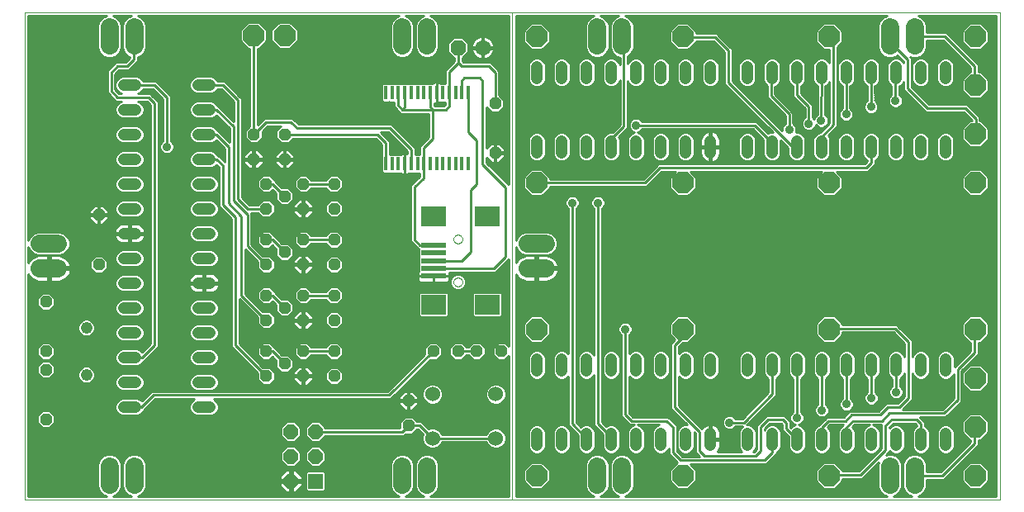
<source format=gtl>
G75*
%MOIN*%
%OFA0B0*%
%FSLAX24Y24*%
%IPPOS*%
%LPD*%
%AMOC8*
5,1,8,0,0,1.08239X$1,22.5*
%
%ADD10C,0.0000*%
%ADD11C,0.0480*%
%ADD12R,0.0137X0.0550*%
%ADD13R,0.0600X0.0600*%
%ADD14OC8,0.0600*%
%ADD15OC8,0.0480*%
%ADD16C,0.0480*%
%ADD17R,0.0984X0.0197*%
%ADD18R,0.0984X0.0787*%
%ADD19OC8,0.0850*%
%ADD20OC8,0.0630*%
%ADD21C,0.0630*%
%ADD22C,0.0600*%
%ADD23C,0.0740*%
%ADD24C,0.0100*%
%ADD25C,0.0356*%
D10*
X000650Y000400D02*
X000650Y020085D01*
X020335Y020085D01*
X020335Y000400D01*
X040020Y000400D01*
X040020Y020085D01*
X020335Y020085D01*
X017973Y010924D02*
X017975Y010950D01*
X017981Y010976D01*
X017991Y011001D01*
X018004Y011024D01*
X018020Y011044D01*
X018040Y011062D01*
X018062Y011077D01*
X018085Y011089D01*
X018111Y011097D01*
X018137Y011101D01*
X018163Y011101D01*
X018189Y011097D01*
X018215Y011089D01*
X018239Y011077D01*
X018260Y011062D01*
X018280Y011044D01*
X018296Y011024D01*
X018309Y011001D01*
X018319Y010976D01*
X018325Y010950D01*
X018327Y010924D01*
X018325Y010898D01*
X018319Y010872D01*
X018309Y010847D01*
X018296Y010824D01*
X018280Y010804D01*
X018260Y010786D01*
X018238Y010771D01*
X018215Y010759D01*
X018189Y010751D01*
X018163Y010747D01*
X018137Y010747D01*
X018111Y010751D01*
X018085Y010759D01*
X018061Y010771D01*
X018040Y010786D01*
X018020Y010804D01*
X018004Y010824D01*
X017991Y010847D01*
X017981Y010872D01*
X017975Y010898D01*
X017973Y010924D01*
X017973Y009191D02*
X017975Y009217D01*
X017981Y009243D01*
X017991Y009268D01*
X018004Y009291D01*
X018020Y009311D01*
X018040Y009329D01*
X018062Y009344D01*
X018085Y009356D01*
X018111Y009364D01*
X018137Y009368D01*
X018163Y009368D01*
X018189Y009364D01*
X018215Y009356D01*
X018239Y009344D01*
X018260Y009329D01*
X018280Y009311D01*
X018296Y009291D01*
X018309Y009268D01*
X018319Y009243D01*
X018325Y009217D01*
X018327Y009191D01*
X018325Y009165D01*
X018319Y009139D01*
X018309Y009114D01*
X018296Y009091D01*
X018280Y009071D01*
X018260Y009053D01*
X018238Y009038D01*
X018215Y009026D01*
X018189Y009018D01*
X018163Y009014D01*
X018137Y009014D01*
X018111Y009018D01*
X018085Y009026D01*
X018061Y009038D01*
X018040Y009053D01*
X018020Y009071D01*
X018004Y009091D01*
X017991Y009114D01*
X017981Y009139D01*
X017975Y009165D01*
X017973Y009191D01*
X020335Y000400D02*
X000650Y000400D01*
D11*
X004660Y004150D02*
X005140Y004150D01*
X005140Y005150D02*
X004660Y005150D01*
X004660Y006150D02*
X005140Y006150D01*
X005140Y007150D02*
X004660Y007150D01*
X004660Y008150D02*
X005140Y008150D01*
X005140Y009150D02*
X004660Y009150D01*
X004660Y010150D02*
X005140Y010150D01*
X005140Y011150D02*
X004660Y011150D01*
X004660Y012150D02*
X005140Y012150D01*
X005140Y013150D02*
X004660Y013150D01*
X004660Y014150D02*
X005140Y014150D01*
X005140Y015150D02*
X004660Y015150D01*
X004660Y016150D02*
X005140Y016150D01*
X005140Y017150D02*
X004660Y017150D01*
X007660Y017150D02*
X008140Y017150D01*
X008140Y016150D02*
X007660Y016150D01*
X007660Y015150D02*
X008140Y015150D01*
X008140Y014150D02*
X007660Y014150D01*
X007660Y013150D02*
X008140Y013150D01*
X008140Y012150D02*
X007660Y012150D01*
X007660Y011150D02*
X008140Y011150D01*
X008140Y010150D02*
X007660Y010150D01*
X007660Y009150D02*
X008140Y009150D01*
X008140Y008150D02*
X007660Y008150D01*
X007660Y007150D02*
X008140Y007150D01*
X008140Y006150D02*
X007660Y006150D01*
X007660Y005150D02*
X008140Y005150D01*
X008140Y004150D02*
X007660Y004150D01*
X021335Y003077D02*
X021335Y002597D01*
X022335Y002597D02*
X022335Y003077D01*
X023335Y003077D02*
X023335Y002597D01*
X024335Y002597D02*
X024335Y003077D01*
X025335Y003077D02*
X025335Y002597D01*
X026335Y002597D02*
X026335Y003077D01*
X027335Y003077D02*
X027335Y002597D01*
X028335Y002597D02*
X028335Y003077D01*
X029835Y003077D02*
X029835Y002597D01*
X030835Y002597D02*
X030835Y003077D01*
X031835Y003077D02*
X031835Y002597D01*
X032835Y002597D02*
X032835Y003077D01*
X033835Y003077D02*
X033835Y002597D01*
X034835Y002597D02*
X034835Y003077D01*
X035835Y003077D02*
X035835Y002597D01*
X036835Y002597D02*
X036835Y003077D01*
X037835Y003077D02*
X037835Y002597D01*
X037835Y005597D02*
X037835Y006077D01*
X036835Y006077D02*
X036835Y005597D01*
X035835Y005597D02*
X035835Y006077D01*
X034835Y006077D02*
X034835Y005597D01*
X033835Y005597D02*
X033835Y006077D01*
X032835Y006077D02*
X032835Y005597D01*
X031835Y005597D02*
X031835Y006077D01*
X030835Y006077D02*
X030835Y005597D01*
X029835Y005597D02*
X029835Y006077D01*
X028335Y006077D02*
X028335Y005597D01*
X027335Y005597D02*
X027335Y006077D01*
X026335Y006077D02*
X026335Y005597D01*
X025335Y005597D02*
X025335Y006077D01*
X024335Y006077D02*
X024335Y005597D01*
X023335Y005597D02*
X023335Y006077D01*
X022335Y006077D02*
X022335Y005597D01*
X021335Y005597D02*
X021335Y006077D01*
X021335Y014408D02*
X021335Y014888D01*
X022335Y014888D02*
X022335Y014408D01*
X023335Y014408D02*
X023335Y014888D01*
X024335Y014888D02*
X024335Y014408D01*
X025335Y014408D02*
X025335Y014888D01*
X026335Y014888D02*
X026335Y014408D01*
X027335Y014408D02*
X027335Y014888D01*
X028335Y014888D02*
X028335Y014408D01*
X029819Y014408D02*
X029819Y014888D01*
X030819Y014888D02*
X030819Y014408D01*
X031819Y014408D02*
X031819Y014888D01*
X032819Y014888D02*
X032819Y014408D01*
X033819Y014408D02*
X033819Y014888D01*
X034819Y014888D02*
X034819Y014408D01*
X035819Y014408D02*
X035819Y014888D01*
X036819Y014888D02*
X036819Y014408D01*
X037819Y014408D02*
X037819Y014888D01*
X037819Y017408D02*
X037819Y017888D01*
X036819Y017888D02*
X036819Y017408D01*
X035819Y017408D02*
X035819Y017888D01*
X034819Y017888D02*
X034819Y017408D01*
X033819Y017408D02*
X033819Y017888D01*
X032819Y017888D02*
X032819Y017408D01*
X031819Y017408D02*
X031819Y017888D01*
X030819Y017888D02*
X030819Y017408D01*
X029819Y017408D02*
X029819Y017888D01*
X028335Y017888D02*
X028335Y017408D01*
X027335Y017408D02*
X027335Y017888D01*
X026335Y017888D02*
X026335Y017408D01*
X025335Y017408D02*
X025335Y017888D01*
X024335Y017888D02*
X024335Y017408D01*
X023335Y017408D02*
X023335Y017888D01*
X022335Y017888D02*
X022335Y017408D01*
X021335Y017408D02*
X021335Y017888D01*
D12*
X018563Y016839D03*
X018307Y016839D03*
X018052Y016839D03*
X017796Y016839D03*
X017540Y016839D03*
X017284Y016839D03*
X017028Y016839D03*
X016772Y016839D03*
X016516Y016839D03*
X016260Y016839D03*
X016004Y016839D03*
X015748Y016839D03*
X015493Y016839D03*
X015237Y016839D03*
X015237Y013961D03*
X015493Y013961D03*
X015748Y013961D03*
X016004Y013961D03*
X016260Y013961D03*
X016516Y013961D03*
X016772Y013961D03*
X017028Y013961D03*
X017284Y013961D03*
X017540Y013961D03*
X017796Y013961D03*
X018052Y013961D03*
X018307Y013961D03*
X018563Y013961D03*
D13*
X012400Y001150D03*
D14*
X011400Y001150D03*
X011400Y002150D03*
X012400Y002150D03*
X012400Y003150D03*
X011400Y003150D03*
D15*
X011900Y005400D03*
X011150Y005900D03*
X010400Y005400D03*
X010400Y006400D03*
X011900Y006400D03*
X013150Y006400D03*
X013150Y005400D03*
X016150Y004400D03*
X016150Y003400D03*
X017150Y006404D03*
X018150Y006404D03*
X018900Y006404D03*
X019900Y006404D03*
X013150Y007650D03*
X011900Y007650D03*
X011150Y008150D03*
X010400Y007650D03*
X010400Y008650D03*
X011900Y008650D03*
X013150Y008650D03*
X013150Y009900D03*
X011900Y009900D03*
X011150Y010400D03*
X010400Y009900D03*
X010400Y010900D03*
X011900Y010900D03*
X013150Y010900D03*
X013150Y012150D03*
X011900Y012150D03*
X011150Y012650D03*
X010400Y012150D03*
X010400Y013150D03*
X011900Y013150D03*
X013150Y013150D03*
X011150Y014150D03*
X009900Y014150D03*
X009900Y015150D03*
X011150Y015150D03*
X003650Y011900D03*
X003650Y009900D03*
X001525Y008400D03*
X001525Y006400D03*
X001525Y005650D03*
X001525Y003650D03*
X019650Y014400D03*
X019650Y016400D03*
D16*
X003150Y007350D03*
X003150Y005450D03*
D17*
X017166Y009428D03*
X017166Y009743D03*
X017166Y010057D03*
X017166Y010372D03*
X017166Y010687D03*
D18*
X017166Y011829D03*
X019331Y011829D03*
X019331Y008286D03*
X017166Y008286D03*
D19*
X021319Y007290D03*
X027225Y007290D03*
X033130Y007290D03*
X039036Y007290D03*
X039036Y005321D03*
X039036Y003353D03*
X039036Y001384D03*
X033130Y001384D03*
X027225Y001384D03*
X021319Y001384D03*
X021319Y013195D03*
X027225Y013195D03*
X033130Y013195D03*
X039036Y013195D03*
X039036Y015164D03*
X039036Y017132D03*
X039036Y019101D03*
X033130Y019101D03*
X027225Y019101D03*
X021319Y019101D03*
X011150Y019150D03*
X009900Y019150D03*
D20*
X018150Y018650D03*
D21*
X019150Y018650D03*
D22*
X019680Y004665D03*
X017120Y004665D03*
X017120Y002885D03*
X019680Y002885D03*
D23*
X016898Y001754D02*
X016898Y001014D01*
X015898Y001014D02*
X015898Y001754D01*
X023772Y001754D02*
X023772Y001014D01*
X024772Y001014D02*
X024772Y001754D01*
X035583Y001754D02*
X035583Y001014D01*
X036583Y001014D02*
X036583Y001754D01*
X021689Y009743D02*
X020949Y009743D01*
X020949Y010743D02*
X021689Y010743D01*
X023772Y018731D02*
X023772Y019471D01*
X024772Y019471D02*
X024772Y018731D01*
X016898Y018731D02*
X016898Y019471D01*
X015898Y019471D02*
X015898Y018731D01*
X005087Y018731D02*
X005087Y019471D01*
X004087Y019471D02*
X004087Y018731D01*
X002004Y010743D02*
X001264Y010743D01*
X001264Y009743D02*
X002004Y009743D01*
X004087Y001754D02*
X004087Y001014D01*
X005087Y001014D02*
X005087Y001754D01*
X035583Y018731D02*
X035583Y019471D01*
X036583Y019471D02*
X036583Y018731D01*
D24*
X036583Y019101D02*
X037809Y019101D01*
X038993Y017918D01*
X038993Y017176D01*
X039036Y017132D01*
X038501Y017145D02*
X038051Y017145D01*
X038018Y017111D02*
X038116Y017210D01*
X038169Y017338D01*
X038169Y017958D01*
X038116Y018086D01*
X038018Y018185D01*
X037889Y018238D01*
X037750Y018238D01*
X037621Y018185D01*
X037523Y018086D01*
X037469Y017958D01*
X037469Y017338D01*
X037523Y017210D01*
X037621Y017111D01*
X037750Y017058D01*
X037889Y017058D01*
X038018Y017111D01*
X038130Y017244D02*
X038501Y017244D01*
X038501Y017342D02*
X038169Y017342D01*
X038169Y017441D02*
X038587Y017441D01*
X038501Y017354D02*
X038501Y016911D01*
X038814Y016597D01*
X039257Y016597D01*
X039571Y016911D01*
X039571Y017354D01*
X039257Y017667D01*
X039152Y017667D01*
X039152Y017984D01*
X039059Y018077D01*
X037875Y019261D01*
X037063Y019261D01*
X037063Y019566D01*
X036990Y019743D01*
X036855Y019878D01*
X036717Y019935D01*
X039870Y019935D01*
X039870Y000550D01*
X036717Y000550D01*
X036855Y000607D01*
X036990Y000742D01*
X037063Y000919D01*
X037063Y001224D01*
X037777Y001224D01*
X039059Y002506D01*
X039152Y002600D01*
X039152Y002818D01*
X039257Y002818D01*
X039571Y003131D01*
X039571Y003574D01*
X039257Y003888D01*
X038814Y003888D01*
X038501Y003574D01*
X038501Y003131D01*
X038814Y002818D01*
X038833Y002818D01*
X038833Y002733D01*
X037644Y001544D01*
X037063Y001544D01*
X037063Y001850D01*
X036990Y002026D01*
X036855Y002161D01*
X036679Y002234D01*
X036488Y002234D01*
X036311Y002161D01*
X036176Y002026D01*
X036103Y001850D01*
X036103Y000919D01*
X036176Y000742D01*
X036311Y000607D01*
X036450Y000550D01*
X035717Y000550D01*
X035855Y000607D01*
X035990Y000742D01*
X036063Y000919D01*
X036063Y001850D01*
X035990Y002026D01*
X035855Y002161D01*
X035679Y002234D01*
X035488Y002234D01*
X035441Y002215D01*
X035560Y002334D01*
X035560Y002377D01*
X035637Y002300D01*
X035765Y002247D01*
X035905Y002247D01*
X036033Y002300D01*
X036132Y002399D01*
X036185Y002527D01*
X036185Y003147D01*
X036132Y003275D01*
X036033Y003374D01*
X035905Y003427D01*
X035765Y003427D01*
X035637Y003374D01*
X035560Y003297D01*
X035560Y003334D01*
X035716Y003490D01*
X036584Y003490D01*
X036675Y003399D01*
X036675Y003390D01*
X036637Y003374D01*
X036538Y003275D01*
X036485Y003147D01*
X036485Y002527D01*
X036538Y002399D01*
X036637Y002300D01*
X036765Y002247D01*
X036905Y002247D01*
X037033Y002300D01*
X037132Y002399D01*
X037185Y002527D01*
X037185Y003147D01*
X037132Y003275D01*
X037033Y003374D01*
X036995Y003390D01*
X036995Y003531D01*
X036810Y003716D01*
X036795Y003731D01*
X037834Y003731D01*
X038385Y004283D01*
X038479Y004376D01*
X038479Y005601D01*
X039059Y006181D01*
X039152Y006275D01*
X039152Y006755D01*
X039257Y006755D01*
X039571Y007068D01*
X039571Y007511D01*
X039257Y007825D01*
X038814Y007825D01*
X038501Y007511D01*
X038501Y007068D01*
X038814Y006755D01*
X038833Y006755D01*
X038833Y006408D01*
X038185Y005760D01*
X038185Y006147D01*
X038132Y006275D01*
X038033Y006374D01*
X037905Y006427D01*
X037765Y006427D01*
X037637Y006374D01*
X037538Y006275D01*
X037485Y006147D01*
X037485Y005527D01*
X037538Y005399D01*
X037637Y005300D01*
X037765Y005247D01*
X037905Y005247D01*
X038033Y005300D01*
X038132Y005399D01*
X038159Y005464D01*
X038159Y004509D01*
X037701Y004051D01*
X036113Y004051D01*
X036405Y004344D01*
X036499Y004437D01*
X036499Y005494D01*
X036538Y005399D01*
X036637Y005300D01*
X036765Y005247D01*
X036905Y005247D01*
X037033Y005300D01*
X037132Y005399D01*
X037185Y005527D01*
X037185Y006147D01*
X037132Y006275D01*
X037033Y006374D01*
X036905Y006427D01*
X036765Y006427D01*
X036637Y006374D01*
X036538Y006275D01*
X036499Y006180D01*
X036499Y006836D01*
X035947Y007388D01*
X035854Y007481D01*
X033665Y007481D01*
X033665Y007511D01*
X033352Y007825D01*
X032909Y007825D01*
X032595Y007511D01*
X032595Y007068D01*
X032909Y006755D01*
X033352Y006755D01*
X033665Y007068D01*
X033665Y007161D01*
X035721Y007161D01*
X036179Y006704D01*
X036179Y006162D01*
X036132Y006275D01*
X036033Y006374D01*
X035905Y006427D01*
X035765Y006427D01*
X035637Y006374D01*
X035538Y006275D01*
X035485Y006147D01*
X035485Y005527D01*
X035538Y005399D01*
X035637Y005300D01*
X035675Y005284D01*
X035675Y004994D01*
X035672Y004993D01*
X035591Y004912D01*
X035547Y004806D01*
X035547Y004691D01*
X035591Y004586D01*
X035672Y004505D01*
X035778Y004461D01*
X035892Y004461D01*
X035998Y004505D01*
X036079Y004586D01*
X036123Y004691D01*
X036123Y004806D01*
X036079Y004912D01*
X035998Y004993D01*
X035995Y004994D01*
X035995Y005284D01*
X036033Y005300D01*
X036132Y005399D01*
X036179Y005512D01*
X036179Y004570D01*
X035905Y004296D01*
X035435Y004296D01*
X035341Y004203D01*
X035129Y003990D01*
X033965Y003990D01*
X033871Y003896D01*
X033720Y003745D01*
X033046Y003745D01*
X032953Y003651D01*
X032702Y003401D01*
X032637Y003374D01*
X032538Y003275D01*
X032485Y003147D01*
X032485Y002527D01*
X032538Y002399D01*
X032637Y002300D01*
X032765Y002247D01*
X032905Y002247D01*
X033033Y002300D01*
X033132Y002399D01*
X033185Y002527D01*
X033185Y003147D01*
X033132Y003275D01*
X033080Y003327D01*
X033179Y003425D01*
X033706Y003425D01*
X033675Y003394D01*
X033675Y003390D01*
X033637Y003374D01*
X033538Y003275D01*
X033485Y003147D01*
X033485Y002527D01*
X033538Y002399D01*
X033637Y002300D01*
X033765Y002247D01*
X033905Y002247D01*
X034033Y002300D01*
X034132Y002399D01*
X034185Y002527D01*
X034185Y003147D01*
X034132Y003275D01*
X034070Y003337D01*
X034159Y003425D01*
X034761Y003425D01*
X034637Y003374D01*
X034538Y003275D01*
X034485Y003147D01*
X034485Y002527D01*
X034538Y002399D01*
X034637Y002300D01*
X034765Y002247D01*
X034905Y002247D01*
X035033Y002300D01*
X035132Y002399D01*
X035185Y002527D01*
X035185Y003147D01*
X035132Y003275D01*
X035033Y003374D01*
X034910Y003425D01*
X035240Y003425D01*
X035240Y002466D01*
X034334Y001560D01*
X033665Y001560D01*
X033665Y001606D01*
X033352Y001919D01*
X032909Y001919D01*
X032595Y001606D01*
X032595Y001163D01*
X032909Y000849D01*
X033352Y000849D01*
X033665Y001163D01*
X033665Y001240D01*
X034466Y001240D01*
X034560Y001334D01*
X035122Y001896D01*
X035103Y001850D01*
X035103Y000919D01*
X035176Y000742D01*
X035311Y000607D01*
X035450Y000550D01*
X024906Y000550D01*
X025044Y000607D01*
X025179Y000742D01*
X025252Y000919D01*
X025252Y001850D01*
X025179Y002026D01*
X025044Y002161D01*
X024868Y002234D01*
X024677Y002234D01*
X024500Y002161D01*
X024365Y002026D01*
X024292Y001850D01*
X024292Y000919D01*
X024365Y000742D01*
X024500Y000607D01*
X024639Y000550D01*
X023906Y000550D01*
X024044Y000607D01*
X024179Y000742D01*
X024252Y000919D01*
X024252Y001850D01*
X024179Y002026D01*
X024044Y002161D01*
X023868Y002234D01*
X023677Y002234D01*
X023500Y002161D01*
X023365Y002026D01*
X023292Y001850D01*
X023292Y000919D01*
X023365Y000742D01*
X023500Y000607D01*
X023639Y000550D01*
X020485Y000550D01*
X020485Y009508D01*
X020505Y009470D01*
X020553Y009404D01*
X020611Y009346D01*
X020677Y009298D01*
X020750Y009261D01*
X020828Y009235D01*
X020908Y009223D01*
X021269Y009223D01*
X021269Y009693D01*
X021369Y009693D01*
X021369Y009793D01*
X021269Y009793D01*
X021269Y010263D01*
X020908Y010263D01*
X020828Y010250D01*
X020750Y010224D01*
X020677Y010187D01*
X020611Y010139D01*
X020553Y010081D01*
X020505Y010015D01*
X020485Y009977D01*
X020485Y010609D01*
X020542Y010471D01*
X020677Y010336D01*
X020854Y010263D01*
X021785Y010263D01*
X021961Y010336D01*
X022096Y010471D01*
X022169Y010647D01*
X022169Y010838D01*
X022096Y011014D01*
X021961Y011149D01*
X021785Y011223D01*
X020854Y011223D01*
X020677Y011149D01*
X020542Y011014D01*
X020485Y010876D01*
X020485Y019935D01*
X023639Y019935D01*
X023500Y019878D01*
X023365Y019743D01*
X023292Y019566D01*
X023292Y018635D01*
X023365Y018459D01*
X023500Y018324D01*
X023677Y018251D01*
X023868Y018251D01*
X024044Y018324D01*
X024179Y018459D01*
X024252Y018635D01*
X024252Y019566D01*
X024179Y019743D01*
X024044Y019878D01*
X023906Y019935D01*
X024639Y019935D01*
X024500Y019878D01*
X024365Y019743D01*
X024292Y019566D01*
X024292Y018635D01*
X024365Y018459D01*
X024500Y018324D01*
X024677Y018251D01*
X024684Y018251D01*
X024684Y017961D01*
X024632Y018086D01*
X024533Y018185D01*
X024405Y018238D01*
X024265Y018238D01*
X024137Y018185D01*
X024038Y018086D01*
X023985Y017958D01*
X023985Y017338D01*
X024038Y017210D01*
X024137Y017111D01*
X024265Y017058D01*
X024405Y017058D01*
X024533Y017111D01*
X024632Y017210D01*
X024684Y017335D01*
X024684Y015534D01*
X024388Y015238D01*
X024265Y015238D01*
X024137Y015185D01*
X024038Y015086D01*
X023985Y014958D01*
X023985Y014338D01*
X024038Y014210D01*
X024137Y014111D01*
X024265Y014058D01*
X024405Y014058D01*
X024533Y014111D01*
X024632Y014210D01*
X024685Y014338D01*
X024685Y014958D01*
X024648Y015046D01*
X024910Y015308D01*
X025004Y015401D01*
X025004Y017293D01*
X025038Y017210D01*
X025137Y017111D01*
X025265Y017058D01*
X025405Y017058D01*
X025533Y017111D01*
X025632Y017210D01*
X025685Y017338D01*
X025685Y017958D01*
X025632Y018086D01*
X025533Y018185D01*
X025405Y018238D01*
X025265Y018238D01*
X025137Y018185D01*
X025038Y018086D01*
X025004Y018003D01*
X025004Y018307D01*
X025044Y018324D01*
X025179Y018459D01*
X025252Y018635D01*
X025252Y019566D01*
X025179Y019743D01*
X025044Y019878D01*
X024906Y019935D01*
X035450Y019935D01*
X035311Y019878D01*
X035176Y019743D01*
X035103Y019566D01*
X035103Y018635D01*
X035176Y018459D01*
X035311Y018324D01*
X035488Y018251D01*
X035679Y018251D01*
X035855Y018324D01*
X035882Y018351D01*
X036138Y018096D01*
X036138Y018034D01*
X036116Y018086D01*
X036018Y018185D01*
X035889Y018238D01*
X035750Y018238D01*
X035621Y018185D01*
X035523Y018086D01*
X035469Y017958D01*
X035469Y017338D01*
X035523Y017210D01*
X035621Y017111D01*
X035648Y017100D01*
X035648Y016754D01*
X035644Y016753D01*
X035563Y016672D01*
X035519Y016566D01*
X035519Y016451D01*
X035563Y016346D01*
X035644Y016265D01*
X035750Y016221D01*
X035865Y016221D01*
X035971Y016265D01*
X036052Y016346D01*
X036096Y016451D01*
X036096Y016566D01*
X036052Y016672D01*
X035971Y016753D01*
X035967Y016754D01*
X035967Y017091D01*
X036018Y017111D01*
X036116Y017210D01*
X036138Y017262D01*
X036138Y016932D01*
X036934Y016136D01*
X037027Y016043D01*
X038559Y016043D01*
X038894Y015707D01*
X038894Y015699D01*
X038814Y015699D01*
X038501Y015385D01*
X038501Y014942D01*
X038814Y014629D01*
X039257Y014629D01*
X039571Y014942D01*
X039571Y015385D01*
X039257Y015699D01*
X039214Y015699D01*
X039214Y015840D01*
X039120Y015934D01*
X038691Y016362D01*
X037160Y016362D01*
X036457Y017065D01*
X036457Y018229D01*
X036399Y018288D01*
X036488Y018251D01*
X036679Y018251D01*
X036855Y018324D01*
X036990Y018459D01*
X037063Y018635D01*
X037063Y018941D01*
X037743Y018941D01*
X038833Y017851D01*
X038833Y017667D01*
X038814Y017667D01*
X038501Y017354D01*
X038686Y017539D02*
X038169Y017539D01*
X038169Y017638D02*
X038784Y017638D01*
X038833Y017736D02*
X038169Y017736D01*
X038169Y017835D02*
X038833Y017835D01*
X038751Y017933D02*
X038169Y017933D01*
X038139Y018032D02*
X038652Y018032D01*
X038554Y018130D02*
X038072Y018130D01*
X037912Y018229D02*
X038455Y018229D01*
X038357Y018327D02*
X036858Y018327D01*
X036889Y018238D02*
X036750Y018238D01*
X036621Y018185D01*
X036523Y018086D01*
X036469Y017958D01*
X036469Y017338D01*
X036523Y017210D01*
X036621Y017111D01*
X036750Y017058D01*
X036889Y017058D01*
X037018Y017111D01*
X037116Y017210D01*
X037169Y017338D01*
X037169Y017958D01*
X037116Y018086D01*
X037018Y018185D01*
X036889Y018238D01*
X036912Y018229D02*
X037727Y018229D01*
X037566Y018130D02*
X037072Y018130D01*
X037139Y018032D02*
X037500Y018032D01*
X037469Y017933D02*
X037169Y017933D01*
X037169Y017835D02*
X037469Y017835D01*
X037469Y017736D02*
X037169Y017736D01*
X037169Y017638D02*
X037469Y017638D01*
X037469Y017539D02*
X037169Y017539D01*
X037169Y017441D02*
X037469Y017441D01*
X037469Y017342D02*
X037169Y017342D01*
X037130Y017244D02*
X037509Y017244D01*
X037587Y017145D02*
X037051Y017145D01*
X036587Y017145D02*
X036457Y017145D01*
X036457Y017244D02*
X036509Y017244D01*
X036469Y017342D02*
X036457Y017342D01*
X036457Y017441D02*
X036469Y017441D01*
X036457Y017539D02*
X036469Y017539D01*
X036457Y017638D02*
X036469Y017638D01*
X036457Y017736D02*
X036469Y017736D01*
X036457Y017835D02*
X036469Y017835D01*
X036457Y017933D02*
X036469Y017933D01*
X036457Y018032D02*
X036500Y018032D01*
X036457Y018130D02*
X036566Y018130D01*
X036457Y018229D02*
X036727Y018229D01*
X036957Y018426D02*
X038258Y018426D01*
X038160Y018524D02*
X037017Y018524D01*
X037058Y018623D02*
X038061Y018623D01*
X037963Y018721D02*
X037063Y018721D01*
X037063Y018820D02*
X037864Y018820D01*
X037766Y018918D02*
X037063Y018918D01*
X037063Y019312D02*
X038501Y019312D01*
X038501Y019322D02*
X038501Y018879D01*
X038814Y018566D01*
X039257Y018566D01*
X039571Y018879D01*
X039571Y019322D01*
X039257Y019636D01*
X038814Y019636D01*
X038501Y019322D01*
X038501Y019214D02*
X037923Y019214D01*
X038021Y019115D02*
X038501Y019115D01*
X038501Y019017D02*
X038120Y019017D01*
X038218Y018918D02*
X038501Y018918D01*
X038560Y018820D02*
X038317Y018820D01*
X038415Y018721D02*
X038659Y018721D01*
X038757Y018623D02*
X038514Y018623D01*
X038612Y018524D02*
X039870Y018524D01*
X039870Y018426D02*
X038711Y018426D01*
X038809Y018327D02*
X039870Y018327D01*
X039870Y018229D02*
X038908Y018229D01*
X039006Y018130D02*
X039870Y018130D01*
X039870Y018032D02*
X039105Y018032D01*
X039152Y017933D02*
X039870Y017933D01*
X039870Y017835D02*
X039152Y017835D01*
X039152Y017736D02*
X039870Y017736D01*
X039870Y017638D02*
X039287Y017638D01*
X039386Y017539D02*
X039870Y017539D01*
X039870Y017441D02*
X039484Y017441D01*
X039571Y017342D02*
X039870Y017342D01*
X039870Y017244D02*
X039571Y017244D01*
X039571Y017145D02*
X039870Y017145D01*
X039870Y017047D02*
X039571Y017047D01*
X039571Y016948D02*
X039870Y016948D01*
X039870Y016850D02*
X039510Y016850D01*
X039411Y016751D02*
X039870Y016751D01*
X039870Y016653D02*
X039313Y016653D01*
X038759Y016653D02*
X036870Y016653D01*
X036771Y016751D02*
X038660Y016751D01*
X038562Y016850D02*
X036673Y016850D01*
X036574Y016948D02*
X038501Y016948D01*
X038501Y017047D02*
X036476Y017047D01*
X036298Y016999D02*
X037094Y016203D01*
X038625Y016203D01*
X039054Y015774D01*
X039054Y015182D01*
X039036Y015164D01*
X038501Y015175D02*
X038027Y015175D01*
X038018Y015185D02*
X037889Y015238D01*
X037750Y015238D01*
X037621Y015185D01*
X037523Y015086D01*
X037469Y014958D01*
X037469Y014338D01*
X037523Y014210D01*
X037621Y014111D01*
X037750Y014058D01*
X037889Y014058D01*
X038018Y014111D01*
X038116Y014210D01*
X038169Y014338D01*
X038169Y014958D01*
X038116Y015086D01*
X038018Y015185D01*
X038120Y015077D02*
X038501Y015077D01*
X038501Y014978D02*
X038161Y014978D01*
X038169Y014880D02*
X038563Y014880D01*
X038662Y014781D02*
X038169Y014781D01*
X038169Y014683D02*
X038760Y014683D01*
X039311Y014683D02*
X039870Y014683D01*
X039870Y014781D02*
X039410Y014781D01*
X039508Y014880D02*
X039870Y014880D01*
X039870Y014978D02*
X039571Y014978D01*
X039571Y015077D02*
X039870Y015077D01*
X039870Y015175D02*
X039571Y015175D01*
X039571Y015274D02*
X039870Y015274D01*
X039870Y015372D02*
X039571Y015372D01*
X039486Y015471D02*
X039870Y015471D01*
X039870Y015569D02*
X039387Y015569D01*
X039289Y015668D02*
X039870Y015668D01*
X039870Y015766D02*
X039214Y015766D01*
X039189Y015865D02*
X039870Y015865D01*
X039870Y015963D02*
X039091Y015963D01*
X038992Y016062D02*
X039870Y016062D01*
X039870Y016160D02*
X038894Y016160D01*
X038795Y016259D02*
X039870Y016259D01*
X039870Y016357D02*
X038697Y016357D01*
X038638Y015963D02*
X034107Y015963D01*
X034107Y016015D02*
X034064Y016121D01*
X033982Y016202D01*
X033979Y016203D01*
X033979Y017095D01*
X034018Y017111D01*
X034116Y017210D01*
X034169Y017338D01*
X034169Y017958D01*
X034116Y018086D01*
X034018Y018185D01*
X033889Y018238D01*
X033750Y018238D01*
X033621Y018185D01*
X033523Y018086D01*
X033469Y017958D01*
X033469Y017338D01*
X033523Y017210D01*
X033621Y017111D01*
X033659Y017095D01*
X033659Y016203D01*
X033656Y016202D01*
X033575Y016121D01*
X033531Y016015D01*
X033531Y015900D01*
X033575Y015794D01*
X033656Y015713D01*
X033762Y015669D01*
X033877Y015669D01*
X033982Y015713D01*
X034064Y015794D01*
X034107Y015900D01*
X034107Y016015D01*
X034088Y016062D02*
X034618Y016062D01*
X034579Y016101D02*
X034660Y016020D01*
X034766Y015976D01*
X034881Y015976D01*
X034986Y016020D01*
X035067Y016101D01*
X035111Y016206D01*
X035111Y016321D01*
X035067Y016427D01*
X034986Y016508D01*
X034983Y016510D01*
X034981Y017096D01*
X035018Y017111D01*
X035116Y017210D01*
X035169Y017338D01*
X035169Y017958D01*
X035116Y018086D01*
X035018Y018185D01*
X034889Y018238D01*
X034750Y018238D01*
X034621Y018185D01*
X034523Y018086D01*
X034469Y017958D01*
X034469Y017338D01*
X034523Y017210D01*
X034621Y017111D01*
X034661Y017095D01*
X034663Y016509D01*
X034660Y016508D01*
X034579Y016427D01*
X034535Y016321D01*
X034535Y016206D01*
X034579Y016101D01*
X034554Y016160D02*
X034024Y016160D01*
X033979Y016259D02*
X034535Y016259D01*
X034550Y016357D02*
X033979Y016357D01*
X033979Y016456D02*
X034608Y016456D01*
X034662Y016554D02*
X033979Y016554D01*
X033979Y016653D02*
X034662Y016653D01*
X034662Y016751D02*
X033979Y016751D01*
X033979Y016850D02*
X034662Y016850D01*
X034661Y016948D02*
X033979Y016948D01*
X033979Y017047D02*
X034661Y017047D01*
X034587Y017145D02*
X034051Y017145D01*
X034130Y017244D02*
X034509Y017244D01*
X034469Y017342D02*
X034169Y017342D01*
X034169Y017441D02*
X034469Y017441D01*
X034469Y017539D02*
X034169Y017539D01*
X034169Y017638D02*
X034469Y017638D01*
X034469Y017736D02*
X034169Y017736D01*
X034169Y017835D02*
X034469Y017835D01*
X034469Y017933D02*
X034169Y017933D01*
X034139Y018032D02*
X034500Y018032D01*
X034566Y018130D02*
X034072Y018130D01*
X033912Y018229D02*
X034727Y018229D01*
X034912Y018229D02*
X035727Y018229D01*
X035858Y018327D02*
X035907Y018327D01*
X035912Y018229D02*
X036005Y018229D01*
X036072Y018130D02*
X036104Y018130D01*
X036298Y018163D02*
X036298Y016999D01*
X036138Y017047D02*
X035967Y017047D01*
X035967Y016948D02*
X036138Y016948D01*
X036220Y016850D02*
X035967Y016850D01*
X035973Y016751D02*
X036319Y016751D01*
X036417Y016653D02*
X036060Y016653D01*
X036096Y016554D02*
X036516Y016554D01*
X036614Y016456D02*
X036096Y016456D01*
X036057Y016357D02*
X036713Y016357D01*
X036811Y016259D02*
X035956Y016259D01*
X035808Y016509D02*
X035808Y017636D01*
X035819Y017648D01*
X035469Y017638D02*
X035169Y017638D01*
X035169Y017736D02*
X035469Y017736D01*
X035469Y017835D02*
X035169Y017835D01*
X035169Y017933D02*
X035469Y017933D01*
X035500Y018032D02*
X035139Y018032D01*
X035072Y018130D02*
X035566Y018130D01*
X035308Y018327D02*
X033456Y018327D01*
X033456Y018229D02*
X033727Y018229D01*
X033566Y018130D02*
X033456Y018130D01*
X033456Y018032D02*
X033500Y018032D01*
X033469Y017933D02*
X033456Y017933D01*
X033456Y017835D02*
X033469Y017835D01*
X033456Y017736D02*
X033469Y017736D01*
X033456Y017638D02*
X033469Y017638D01*
X033456Y017539D02*
X033469Y017539D01*
X033456Y017441D02*
X033469Y017441D01*
X033456Y017342D02*
X033469Y017342D01*
X033456Y017244D02*
X033509Y017244D01*
X033456Y017145D02*
X033587Y017145D01*
X033659Y017047D02*
X033456Y017047D01*
X033456Y016948D02*
X033659Y016948D01*
X033659Y016850D02*
X033456Y016850D01*
X033456Y016751D02*
X033659Y016751D01*
X033659Y016653D02*
X033456Y016653D01*
X033456Y016554D02*
X033659Y016554D01*
X033659Y016456D02*
X033456Y016456D01*
X033456Y016357D02*
X033659Y016357D01*
X033659Y016259D02*
X033456Y016259D01*
X033456Y016160D02*
X033614Y016160D01*
X033551Y016062D02*
X033456Y016062D01*
X033456Y015963D02*
X033531Y015963D01*
X033546Y015865D02*
X033456Y015865D01*
X033456Y015766D02*
X033603Y015766D01*
X033456Y015668D02*
X038783Y015668D01*
X038835Y015766D02*
X034035Y015766D01*
X034093Y015865D02*
X038737Y015865D01*
X038684Y015569D02*
X033456Y015569D01*
X033456Y015471D02*
X038586Y015471D01*
X038501Y015372D02*
X033366Y015372D01*
X033363Y015369D02*
X033456Y015462D01*
X033456Y018670D01*
X033665Y018879D01*
X033665Y019322D01*
X033352Y019636D01*
X032909Y019636D01*
X032595Y019322D01*
X032595Y018879D01*
X032909Y018566D01*
X033136Y018566D01*
X033136Y018037D01*
X033116Y018086D01*
X033018Y018185D01*
X032889Y018238D01*
X032750Y018238D01*
X032621Y018185D01*
X032523Y018086D01*
X032469Y017958D01*
X032469Y017338D01*
X032523Y017210D01*
X032621Y017111D01*
X032658Y017096D01*
X032656Y015958D01*
X032652Y015957D01*
X032571Y015876D01*
X032530Y015777D01*
X032472Y015834D01*
X032469Y015836D01*
X032469Y016337D01*
X031986Y016821D01*
X031984Y017097D01*
X032018Y017111D01*
X032116Y017210D01*
X032169Y017338D01*
X032169Y017958D01*
X032116Y018086D01*
X032018Y018185D01*
X031889Y018238D01*
X031750Y018238D01*
X031621Y018185D01*
X031523Y018086D01*
X031469Y017958D01*
X031469Y017338D01*
X031523Y017210D01*
X031621Y017111D01*
X031664Y017094D01*
X031666Y016753D01*
X031666Y016687D01*
X031667Y016687D01*
X031667Y016686D01*
X031714Y016640D01*
X032149Y016204D01*
X032149Y015836D01*
X032146Y015834D01*
X032065Y015753D01*
X032021Y015647D01*
X032021Y015533D01*
X032065Y015427D01*
X032146Y015346D01*
X032252Y015302D01*
X032367Y015302D01*
X032472Y015346D01*
X032554Y015427D01*
X032595Y015526D01*
X032652Y015468D01*
X032758Y015424D01*
X032873Y015424D01*
X032979Y015468D01*
X033060Y015549D01*
X033103Y015655D01*
X033103Y015770D01*
X033060Y015876D01*
X032979Y015957D01*
X032976Y015958D01*
X032978Y017095D01*
X033018Y017111D01*
X033116Y017210D01*
X033136Y017259D01*
X033136Y015595D01*
X032779Y015238D01*
X032750Y015238D01*
X032621Y015185D01*
X032523Y015086D01*
X032469Y014958D01*
X032469Y014338D01*
X032523Y014210D01*
X032621Y014111D01*
X032750Y014058D01*
X032889Y014058D01*
X033018Y014111D01*
X033116Y014210D01*
X033169Y014338D01*
X033169Y014958D01*
X033116Y015086D01*
X033098Y015104D01*
X033363Y015369D01*
X033267Y015274D02*
X038501Y015274D01*
X037611Y015175D02*
X037027Y015175D01*
X037018Y015185D02*
X036889Y015238D01*
X036750Y015238D01*
X036621Y015185D01*
X036523Y015086D01*
X036469Y014958D01*
X036469Y014338D01*
X036523Y014210D01*
X036621Y014111D01*
X036750Y014058D01*
X036889Y014058D01*
X037018Y014111D01*
X037116Y014210D01*
X037169Y014338D01*
X037169Y014958D01*
X037116Y015086D01*
X037018Y015185D01*
X037120Y015077D02*
X037519Y015077D01*
X037478Y014978D02*
X037161Y014978D01*
X037169Y014880D02*
X037469Y014880D01*
X037469Y014781D02*
X037169Y014781D01*
X037169Y014683D02*
X037469Y014683D01*
X037469Y014584D02*
X037169Y014584D01*
X037169Y014486D02*
X037469Y014486D01*
X037469Y014387D02*
X037169Y014387D01*
X037149Y014289D02*
X037490Y014289D01*
X037542Y014190D02*
X037096Y014190D01*
X036970Y014092D02*
X037669Y014092D01*
X037970Y014092D02*
X039870Y014092D01*
X039870Y014190D02*
X038096Y014190D01*
X038149Y014289D02*
X039870Y014289D01*
X039870Y014387D02*
X038169Y014387D01*
X038169Y014486D02*
X039870Y014486D01*
X039870Y014584D02*
X038169Y014584D01*
X038814Y013730D02*
X038501Y013417D01*
X038501Y012974D01*
X038814Y012660D01*
X039257Y012660D01*
X039571Y012974D01*
X039571Y013417D01*
X039257Y013730D01*
X038814Y013730D01*
X038781Y013698D02*
X034754Y013698D01*
X034710Y013654D02*
X034894Y013838D01*
X034987Y013931D01*
X034987Y014099D01*
X035018Y014111D01*
X035116Y014210D01*
X035169Y014338D01*
X035169Y014958D01*
X035116Y015086D01*
X035018Y015185D01*
X034889Y015238D01*
X034750Y015238D01*
X034621Y015185D01*
X034523Y015086D01*
X034469Y014958D01*
X034469Y014338D01*
X034523Y014210D01*
X034621Y014111D01*
X034668Y014092D01*
X034668Y014064D01*
X034577Y013974D01*
X026247Y013974D01*
X026154Y013880D01*
X025629Y013355D01*
X021854Y013355D01*
X021854Y013417D01*
X021541Y013730D01*
X021098Y013730D01*
X020784Y013417D01*
X020784Y012974D01*
X021098Y012660D01*
X021541Y012660D01*
X021854Y012974D01*
X021854Y013035D01*
X025762Y013035D01*
X026380Y013654D01*
X026927Y013654D01*
X026690Y013417D01*
X026690Y012974D01*
X027003Y012660D01*
X027446Y012660D01*
X027760Y012974D01*
X027760Y013417D01*
X027523Y013654D01*
X032832Y013654D01*
X032595Y013417D01*
X032595Y012974D01*
X032909Y012660D01*
X033352Y012660D01*
X033665Y012974D01*
X033665Y013417D01*
X033428Y013654D01*
X034710Y013654D01*
X034644Y013814D02*
X034828Y013998D01*
X034828Y014640D01*
X034819Y014648D01*
X034469Y014683D02*
X034169Y014683D01*
X034169Y014781D02*
X034469Y014781D01*
X034469Y014880D02*
X034169Y014880D01*
X034169Y014958D02*
X034116Y015086D01*
X034018Y015185D01*
X033889Y015238D01*
X033750Y015238D01*
X033621Y015185D01*
X033523Y015086D01*
X033469Y014958D01*
X033469Y014338D01*
X033523Y014210D01*
X033621Y014111D01*
X033750Y014058D01*
X033889Y014058D01*
X034018Y014111D01*
X034116Y014210D01*
X034169Y014338D01*
X034169Y014958D01*
X034161Y014978D02*
X034478Y014978D01*
X034519Y015077D02*
X034120Y015077D01*
X034027Y015175D02*
X034611Y015175D01*
X035027Y015175D02*
X035611Y015175D01*
X035621Y015185D02*
X035523Y015086D01*
X035469Y014958D01*
X035469Y014338D01*
X035523Y014210D01*
X035621Y014111D01*
X035750Y014058D01*
X035889Y014058D01*
X036018Y014111D01*
X036116Y014210D01*
X036169Y014338D01*
X036169Y014958D01*
X036116Y015086D01*
X036018Y015185D01*
X035889Y015238D01*
X035750Y015238D01*
X035621Y015185D01*
X035519Y015077D02*
X035120Y015077D01*
X035161Y014978D02*
X035478Y014978D01*
X035469Y014880D02*
X035169Y014880D01*
X035169Y014781D02*
X035469Y014781D01*
X035469Y014683D02*
X035169Y014683D01*
X035169Y014584D02*
X035469Y014584D01*
X035469Y014486D02*
X035169Y014486D01*
X035169Y014387D02*
X035469Y014387D01*
X035490Y014289D02*
X035149Y014289D01*
X035096Y014190D02*
X035542Y014190D01*
X035669Y014092D02*
X034987Y014092D01*
X034987Y013993D02*
X039870Y013993D01*
X039870Y013895D02*
X034951Y013895D01*
X034852Y013796D02*
X039870Y013796D01*
X039870Y013698D02*
X039290Y013698D01*
X039389Y013599D02*
X039870Y013599D01*
X039870Y013501D02*
X039487Y013501D01*
X039571Y013402D02*
X039870Y013402D01*
X039870Y013304D02*
X039571Y013304D01*
X039571Y013205D02*
X039870Y013205D01*
X039870Y013107D02*
X039571Y013107D01*
X039571Y013008D02*
X039870Y013008D01*
X039870Y012910D02*
X039507Y012910D01*
X039408Y012811D02*
X039870Y012811D01*
X039870Y012713D02*
X039310Y012713D01*
X038762Y012713D02*
X033404Y012713D01*
X033503Y012811D02*
X038663Y012811D01*
X038565Y012910D02*
X033601Y012910D01*
X033665Y013008D02*
X038501Y013008D01*
X038501Y013107D02*
X033665Y013107D01*
X033665Y013205D02*
X038501Y013205D01*
X038501Y013304D02*
X033665Y013304D01*
X033665Y013402D02*
X038501Y013402D01*
X038584Y013501D02*
X033582Y013501D01*
X033483Y013599D02*
X038683Y013599D01*
X039870Y012614D02*
X023986Y012614D01*
X023966Y012634D02*
X023860Y012678D01*
X023745Y012678D01*
X023639Y012634D01*
X023558Y012553D01*
X023514Y012447D01*
X023514Y012333D01*
X023558Y012227D01*
X023639Y012146D01*
X023643Y012144D01*
X023643Y006249D01*
X023632Y006275D01*
X023533Y006374D01*
X023405Y006427D01*
X023265Y006427D01*
X023137Y006374D01*
X023038Y006275D01*
X022985Y006147D01*
X022985Y005527D01*
X023038Y005399D01*
X023137Y005300D01*
X023265Y005247D01*
X023405Y005247D01*
X023533Y005300D01*
X023632Y005399D01*
X023643Y005425D01*
X023643Y003396D01*
X023736Y003303D01*
X023985Y003054D01*
X023985Y002527D01*
X024038Y002399D01*
X024137Y002300D01*
X024265Y002247D01*
X024405Y002247D01*
X024533Y002300D01*
X024632Y002399D01*
X024685Y002527D01*
X024685Y003147D01*
X024632Y003275D01*
X024533Y003374D01*
X024405Y003427D01*
X024265Y003427D01*
X024137Y003374D01*
X024127Y003364D01*
X023962Y003529D01*
X023962Y012144D01*
X023966Y012146D01*
X024047Y012227D01*
X024091Y012333D01*
X024091Y012447D01*
X024047Y012553D01*
X023966Y012634D01*
X024062Y012516D02*
X039870Y012516D01*
X039870Y012417D02*
X024091Y012417D01*
X024085Y012319D02*
X039870Y012319D01*
X039870Y012220D02*
X024040Y012220D01*
X023962Y012122D02*
X039870Y012122D01*
X039870Y012023D02*
X023962Y012023D01*
X023962Y011925D02*
X039870Y011925D01*
X039870Y011826D02*
X023962Y011826D01*
X023962Y011728D02*
X039870Y011728D01*
X039870Y011629D02*
X023962Y011629D01*
X023962Y011531D02*
X039870Y011531D01*
X039870Y011432D02*
X023962Y011432D01*
X023962Y011334D02*
X039870Y011334D01*
X039870Y011235D02*
X023962Y011235D01*
X023962Y011137D02*
X039870Y011137D01*
X039870Y011038D02*
X023962Y011038D01*
X023962Y010940D02*
X039870Y010940D01*
X039870Y010841D02*
X023962Y010841D01*
X023962Y010743D02*
X039870Y010743D01*
X039870Y010644D02*
X023962Y010644D01*
X023962Y010546D02*
X039870Y010546D01*
X039870Y010447D02*
X023962Y010447D01*
X023962Y010349D02*
X039870Y010349D01*
X039870Y010250D02*
X023962Y010250D01*
X023962Y010152D02*
X039870Y010152D01*
X039870Y010053D02*
X023962Y010053D01*
X023962Y009955D02*
X039870Y009955D01*
X039870Y009856D02*
X023962Y009856D01*
X023962Y009758D02*
X039870Y009758D01*
X039870Y009659D02*
X023962Y009659D01*
X023962Y009561D02*
X039870Y009561D01*
X039870Y009462D02*
X023962Y009462D01*
X023962Y009364D02*
X039870Y009364D01*
X039870Y009265D02*
X023962Y009265D01*
X023962Y009167D02*
X039870Y009167D01*
X039870Y009068D02*
X023962Y009068D01*
X023962Y008970D02*
X039870Y008970D01*
X039870Y008871D02*
X023962Y008871D01*
X023962Y008773D02*
X039870Y008773D01*
X039870Y008674D02*
X023962Y008674D01*
X023962Y008576D02*
X039870Y008576D01*
X039870Y008477D02*
X023962Y008477D01*
X023962Y008379D02*
X039870Y008379D01*
X039870Y008280D02*
X023962Y008280D01*
X023962Y008182D02*
X039870Y008182D01*
X039870Y008083D02*
X023962Y008083D01*
X023962Y007985D02*
X039870Y007985D01*
X039870Y007886D02*
X023962Y007886D01*
X023962Y007788D02*
X026966Y007788D01*
X027003Y007825D02*
X026690Y007511D01*
X026690Y007068D01*
X026891Y006867D01*
X026834Y006810D01*
X026740Y006716D01*
X026740Y004084D01*
X027397Y003427D01*
X027265Y003427D01*
X027137Y003374D01*
X027038Y003275D01*
X026985Y003147D01*
X026985Y002527D01*
X027038Y002399D01*
X027137Y002300D01*
X027265Y002247D01*
X027405Y002247D01*
X027533Y002300D01*
X027632Y002399D01*
X027685Y002527D01*
X027685Y003139D01*
X027740Y003084D01*
X027740Y002300D01*
X027887Y002152D01*
X027198Y002152D01*
X026985Y002365D01*
X026985Y003406D01*
X026891Y003500D01*
X026646Y003745D01*
X025215Y003745D01*
X025060Y003900D01*
X025061Y005377D01*
X025137Y005300D01*
X025265Y005247D01*
X025405Y005247D01*
X025533Y005300D01*
X025632Y005399D01*
X025685Y005527D01*
X025685Y006147D01*
X025632Y006275D01*
X025533Y006374D01*
X025405Y006427D01*
X025265Y006427D01*
X025137Y006374D01*
X025061Y006298D01*
X025061Y007044D01*
X025064Y007046D01*
X025145Y007127D01*
X025189Y007232D01*
X025189Y007347D01*
X025145Y007453D01*
X025064Y007534D01*
X024959Y007578D01*
X024844Y007578D01*
X024738Y007534D01*
X024657Y007453D01*
X024613Y007347D01*
X024613Y007232D01*
X024657Y007127D01*
X024738Y007046D01*
X024741Y007044D01*
X024740Y003900D01*
X024740Y003832D01*
X024740Y003768D01*
X024740Y003768D01*
X024740Y003767D01*
X024787Y003721D01*
X024834Y003674D01*
X024989Y003519D01*
X025082Y003425D01*
X025261Y003425D01*
X025137Y003374D01*
X025038Y003275D01*
X024985Y003147D01*
X024985Y002527D01*
X025038Y002399D01*
X025137Y002300D01*
X025265Y002247D01*
X025405Y002247D01*
X025533Y002300D01*
X025632Y002399D01*
X025685Y002527D01*
X025685Y003147D01*
X025632Y003275D01*
X025533Y003374D01*
X025409Y003425D01*
X026261Y003425D01*
X026137Y003374D01*
X026038Y003275D01*
X025985Y003147D01*
X025985Y002527D01*
X026038Y002399D01*
X026137Y002300D01*
X026265Y002247D01*
X026405Y002247D01*
X026533Y002300D01*
X026632Y002399D01*
X026665Y002479D01*
X026665Y002232D01*
X026971Y001926D01*
X026991Y001907D01*
X026690Y001606D01*
X026690Y001163D01*
X027003Y000849D01*
X027446Y000849D01*
X027760Y001163D01*
X027760Y001606D01*
X027533Y001833D01*
X030606Y001833D01*
X030913Y002139D01*
X031006Y002232D01*
X031006Y002289D01*
X031033Y002300D01*
X031132Y002399D01*
X031185Y002527D01*
X031185Y003147D01*
X031132Y003275D01*
X031033Y003374D01*
X030905Y003427D01*
X030765Y003427D01*
X030637Y003374D01*
X030538Y003275D01*
X030516Y003222D01*
X030516Y003274D01*
X030729Y003486D01*
X031209Y003486D01*
X031238Y003457D01*
X031238Y003208D01*
X031485Y002961D01*
X031185Y002961D01*
X031185Y002863D02*
X031485Y002863D01*
X031485Y002961D02*
X031485Y002527D01*
X031538Y002399D01*
X031637Y002300D01*
X031765Y002247D01*
X031905Y002247D01*
X032033Y002300D01*
X032132Y002399D01*
X032185Y002527D01*
X032185Y003147D01*
X032132Y003275D01*
X032033Y003374D01*
X031908Y003426D01*
X031998Y003463D01*
X032079Y003544D01*
X032123Y003650D01*
X032123Y003765D01*
X032079Y003871D01*
X031998Y003952D01*
X031995Y003953D01*
X031995Y005284D01*
X032033Y005300D01*
X032132Y005399D01*
X032185Y005527D01*
X032185Y006147D01*
X032132Y006275D01*
X032033Y006374D01*
X031905Y006427D01*
X031765Y006427D01*
X031637Y006374D01*
X031538Y006275D01*
X031485Y006147D01*
X031485Y005527D01*
X031538Y005399D01*
X031637Y005300D01*
X031675Y005284D01*
X031675Y003953D01*
X031672Y003952D01*
X031591Y003871D01*
X031547Y003765D01*
X031547Y003650D01*
X031591Y003544D01*
X031672Y003463D01*
X031762Y003426D01*
X031637Y003374D01*
X031581Y003318D01*
X031557Y003341D01*
X031557Y003590D01*
X031464Y003684D01*
X031341Y003806D01*
X030596Y003806D01*
X030503Y003713D01*
X030196Y003406D01*
X030196Y002426D01*
X030106Y002336D01*
X030069Y002336D01*
X030132Y002399D01*
X030185Y002527D01*
X030185Y003147D01*
X030132Y003275D01*
X030033Y003374D01*
X029905Y003427D01*
X029812Y003427D01*
X029842Y003457D01*
X030995Y004610D01*
X030995Y005284D01*
X031033Y005300D01*
X031132Y005399D01*
X031185Y005527D01*
X031185Y006147D01*
X031132Y006275D01*
X031033Y006374D01*
X030905Y006427D01*
X030765Y006427D01*
X030637Y006374D01*
X030538Y006275D01*
X030485Y006147D01*
X030485Y005527D01*
X030538Y005399D01*
X030637Y005300D01*
X030675Y005284D01*
X030675Y004743D01*
X029616Y003684D01*
X029352Y003684D01*
X029350Y003687D01*
X029269Y003768D01*
X029164Y003812D01*
X029049Y003812D01*
X028943Y003768D01*
X028862Y003687D01*
X028818Y003581D01*
X028818Y003466D01*
X028862Y003361D01*
X028943Y003280D01*
X029049Y003236D01*
X029164Y003236D01*
X029269Y003280D01*
X029350Y003361D01*
X029352Y003364D01*
X029627Y003364D01*
X029538Y003275D01*
X029485Y003147D01*
X029485Y002527D01*
X029538Y002399D01*
X029601Y002336D01*
X028626Y002336D01*
X028638Y002348D01*
X028681Y002412D01*
X028710Y002483D01*
X028725Y002559D01*
X028725Y002807D01*
X028365Y002807D01*
X028365Y002867D01*
X028305Y002867D01*
X028305Y003467D01*
X028297Y003467D01*
X028221Y003452D01*
X028150Y003423D01*
X028086Y003380D01*
X028032Y003326D01*
X027999Y003277D01*
X027966Y003310D01*
X027060Y004216D01*
X027060Y005377D01*
X027137Y005300D01*
X027265Y005247D01*
X027405Y005247D01*
X027533Y005300D01*
X027632Y005399D01*
X027685Y005527D01*
X027685Y006147D01*
X027632Y006275D01*
X027533Y006374D01*
X027405Y006427D01*
X027265Y006427D01*
X027137Y006374D01*
X027060Y006297D01*
X027060Y006584D01*
X027231Y006755D01*
X027446Y006755D01*
X027760Y007068D01*
X027760Y007511D01*
X027446Y007825D01*
X027003Y007825D01*
X026867Y007689D02*
X023962Y007689D01*
X023962Y007591D02*
X026769Y007591D01*
X026690Y007492D02*
X025106Y007492D01*
X025170Y007394D02*
X026690Y007394D01*
X026690Y007295D02*
X025189Y007295D01*
X025174Y007197D02*
X026690Y007197D01*
X026690Y007098D02*
X025117Y007098D01*
X025061Y007000D02*
X026758Y007000D01*
X026857Y006901D02*
X025061Y006901D01*
X025061Y006803D02*
X026826Y006803D01*
X026740Y006704D02*
X025061Y006704D01*
X025061Y006606D02*
X026740Y006606D01*
X026740Y006507D02*
X025061Y006507D01*
X025061Y006409D02*
X025221Y006409D01*
X025073Y006310D02*
X025061Y006310D01*
X024741Y006310D02*
X024597Y006310D01*
X024632Y006275D02*
X024533Y006374D01*
X024405Y006427D01*
X024265Y006427D01*
X024137Y006374D01*
X024038Y006275D01*
X023985Y006147D01*
X023985Y005527D01*
X024038Y005399D01*
X024137Y005300D01*
X024265Y005247D01*
X024405Y005247D01*
X024533Y005300D01*
X024632Y005399D01*
X024685Y005527D01*
X024685Y006147D01*
X024632Y006275D01*
X024658Y006212D02*
X024741Y006212D01*
X024741Y006113D02*
X024685Y006113D01*
X024685Y006015D02*
X024741Y006015D01*
X024741Y005916D02*
X024685Y005916D01*
X024685Y005818D02*
X024741Y005818D01*
X024741Y005719D02*
X024685Y005719D01*
X024685Y005621D02*
X024741Y005621D01*
X024741Y005522D02*
X024683Y005522D01*
X024642Y005424D02*
X024741Y005424D01*
X024741Y005325D02*
X024558Y005325D01*
X024741Y005227D02*
X023962Y005227D01*
X023962Y005325D02*
X024112Y005325D01*
X024028Y005424D02*
X023962Y005424D01*
X023962Y005522D02*
X023987Y005522D01*
X023985Y005621D02*
X023962Y005621D01*
X023962Y005719D02*
X023985Y005719D01*
X023985Y005818D02*
X023962Y005818D01*
X023962Y005916D02*
X023985Y005916D01*
X023985Y006015D02*
X023962Y006015D01*
X023962Y006113D02*
X023985Y006113D01*
X023962Y006212D02*
X024012Y006212D01*
X023962Y006310D02*
X024073Y006310D01*
X023962Y006409D02*
X024221Y006409D01*
X024449Y006409D02*
X024741Y006409D01*
X024741Y006507D02*
X023962Y006507D01*
X023962Y006606D02*
X024741Y006606D01*
X024741Y006704D02*
X023962Y006704D01*
X023962Y006803D02*
X024741Y006803D01*
X024741Y006901D02*
X023962Y006901D01*
X023962Y007000D02*
X024741Y007000D01*
X024686Y007098D02*
X023962Y007098D01*
X023962Y007197D02*
X024628Y007197D01*
X024613Y007295D02*
X023962Y007295D01*
X023962Y007394D02*
X024632Y007394D01*
X024696Y007492D02*
X023962Y007492D01*
X023643Y007492D02*
X022921Y007492D01*
X022921Y007394D02*
X023643Y007394D01*
X023643Y007295D02*
X022921Y007295D01*
X022921Y007197D02*
X023643Y007197D01*
X023643Y007098D02*
X022921Y007098D01*
X022921Y007000D02*
X023643Y007000D01*
X023643Y006901D02*
X022921Y006901D01*
X022921Y006803D02*
X023643Y006803D01*
X023643Y006704D02*
X022921Y006704D01*
X022921Y006606D02*
X023643Y006606D01*
X023643Y006507D02*
X022921Y006507D01*
X022921Y006409D02*
X023221Y006409D01*
X023073Y006310D02*
X022921Y006310D01*
X022921Y006212D02*
X023012Y006212D01*
X022985Y006113D02*
X022921Y006113D01*
X022921Y006015D02*
X022985Y006015D01*
X022985Y005916D02*
X022921Y005916D01*
X022921Y005818D02*
X022985Y005818D01*
X022985Y005719D02*
X022921Y005719D01*
X022921Y005621D02*
X022985Y005621D01*
X022987Y005522D02*
X022921Y005522D01*
X022921Y005424D02*
X023028Y005424D01*
X023112Y005325D02*
X022921Y005325D01*
X022921Y005227D02*
X023643Y005227D01*
X023643Y005325D02*
X023558Y005325D01*
X023642Y005424D02*
X023643Y005424D01*
X023643Y005128D02*
X022921Y005128D01*
X022921Y005030D02*
X023643Y005030D01*
X023643Y004931D02*
X022921Y004931D01*
X022921Y004833D02*
X023643Y004833D01*
X023643Y004734D02*
X022921Y004734D01*
X022921Y004636D02*
X023643Y004636D01*
X023643Y004537D02*
X022921Y004537D01*
X022921Y004439D02*
X023643Y004439D01*
X023643Y004340D02*
X022921Y004340D01*
X022921Y004242D02*
X023643Y004242D01*
X023643Y004143D02*
X022921Y004143D01*
X022921Y004045D02*
X023643Y004045D01*
X023643Y003946D02*
X022921Y003946D01*
X022921Y003848D02*
X023643Y003848D01*
X023643Y003749D02*
X022921Y003749D01*
X022921Y003651D02*
X023643Y003651D01*
X023643Y003552D02*
X022921Y003552D01*
X022921Y003529D02*
X022921Y012144D01*
X022924Y012146D01*
X023005Y012227D01*
X023049Y012333D01*
X023049Y012447D01*
X023005Y012553D01*
X022924Y012634D01*
X022819Y012678D01*
X022704Y012678D01*
X022598Y012634D01*
X022517Y012553D01*
X022473Y012447D01*
X022473Y012333D01*
X022517Y012227D01*
X022598Y012146D01*
X022601Y012144D01*
X022601Y006306D01*
X022533Y006374D01*
X022405Y006427D01*
X022265Y006427D01*
X022137Y006374D01*
X022038Y006275D01*
X021985Y006147D01*
X021985Y005527D01*
X022038Y005399D01*
X022137Y005300D01*
X022265Y005247D01*
X022405Y005247D01*
X022533Y005300D01*
X022601Y005368D01*
X022601Y003396D01*
X022695Y003303D01*
X022985Y003012D01*
X022985Y002527D01*
X023038Y002399D01*
X023137Y002300D01*
X023265Y002247D01*
X023405Y002247D01*
X023533Y002300D01*
X023632Y002399D01*
X023685Y002527D01*
X023685Y003147D01*
X023632Y003275D01*
X023533Y003374D01*
X023405Y003427D01*
X023265Y003427D01*
X023137Y003374D01*
X023107Y003343D01*
X022921Y003529D01*
X022997Y003454D02*
X023643Y003454D01*
X023684Y003355D02*
X023552Y003355D01*
X023640Y003257D02*
X023782Y003257D01*
X023736Y003303D02*
X023736Y003303D01*
X023680Y003158D02*
X023881Y003158D01*
X023979Y003060D02*
X023685Y003060D01*
X023685Y002961D02*
X023985Y002961D01*
X023985Y002863D02*
X023685Y002863D01*
X023685Y002764D02*
X023985Y002764D01*
X023985Y002666D02*
X023685Y002666D01*
X023685Y002567D02*
X023985Y002567D01*
X024009Y002469D02*
X023661Y002469D01*
X023603Y002370D02*
X024067Y002370D01*
X024206Y002272D02*
X023464Y002272D01*
X023529Y002173D02*
X020485Y002173D01*
X020485Y002075D02*
X023413Y002075D01*
X023344Y001976D02*
X020485Y001976D01*
X020485Y001878D02*
X021056Y001878D01*
X021098Y001919D02*
X020784Y001606D01*
X020784Y001163D01*
X021098Y000849D01*
X021541Y000849D01*
X021854Y001163D01*
X021854Y001606D01*
X021541Y001919D01*
X021098Y001919D01*
X020957Y001779D02*
X020485Y001779D01*
X020485Y001681D02*
X020859Y001681D01*
X020784Y001582D02*
X020485Y001582D01*
X020485Y001484D02*
X020784Y001484D01*
X020784Y001385D02*
X020485Y001385D01*
X020485Y001287D02*
X020784Y001287D01*
X020784Y001188D02*
X020485Y001188D01*
X020485Y001090D02*
X020857Y001090D01*
X020956Y000991D02*
X020485Y000991D01*
X020485Y000893D02*
X021054Y000893D01*
X021584Y000893D02*
X023303Y000893D01*
X023292Y000991D02*
X021683Y000991D01*
X021781Y001090D02*
X023292Y001090D01*
X023292Y001188D02*
X021854Y001188D01*
X021854Y001287D02*
X023292Y001287D01*
X023292Y001385D02*
X021854Y001385D01*
X021854Y001484D02*
X023292Y001484D01*
X023292Y001582D02*
X021854Y001582D01*
X021780Y001681D02*
X023292Y001681D01*
X023292Y001779D02*
X021681Y001779D01*
X021583Y001878D02*
X023304Y001878D01*
X023206Y002272D02*
X022464Y002272D01*
X022405Y002247D02*
X022533Y002300D01*
X022632Y002399D01*
X022685Y002527D01*
X022685Y003147D01*
X022632Y003275D01*
X022533Y003374D01*
X022405Y003427D01*
X022265Y003427D01*
X022137Y003374D01*
X022038Y003275D01*
X021985Y003147D01*
X021985Y002527D01*
X022038Y002399D01*
X022137Y002300D01*
X022265Y002247D01*
X022405Y002247D01*
X022206Y002272D02*
X021464Y002272D01*
X021405Y002247D02*
X021533Y002300D01*
X021632Y002399D01*
X021685Y002527D01*
X021685Y003147D01*
X021632Y003275D01*
X021533Y003374D01*
X021405Y003427D01*
X021265Y003427D01*
X021137Y003374D01*
X021038Y003275D01*
X020985Y003147D01*
X020985Y002527D01*
X021038Y002399D01*
X021137Y002300D01*
X021265Y002247D01*
X021405Y002247D01*
X021206Y002272D02*
X020485Y002272D01*
X020485Y002370D02*
X021067Y002370D01*
X021009Y002469D02*
X020485Y002469D01*
X020485Y002567D02*
X020985Y002567D01*
X020985Y002666D02*
X020485Y002666D01*
X020485Y002764D02*
X020985Y002764D01*
X020985Y002863D02*
X020485Y002863D01*
X020485Y002961D02*
X020985Y002961D01*
X020985Y003060D02*
X020485Y003060D01*
X020485Y003158D02*
X020990Y003158D01*
X021031Y003257D02*
X020485Y003257D01*
X020485Y003355D02*
X021118Y003355D01*
X021552Y003355D02*
X022118Y003355D01*
X022031Y003257D02*
X021640Y003257D01*
X021680Y003158D02*
X021990Y003158D01*
X021985Y003060D02*
X021685Y003060D01*
X021685Y002961D02*
X021985Y002961D01*
X021985Y002863D02*
X021685Y002863D01*
X021685Y002764D02*
X021985Y002764D01*
X021985Y002666D02*
X021685Y002666D01*
X021685Y002567D02*
X021985Y002567D01*
X022009Y002469D02*
X021661Y002469D01*
X021603Y002370D02*
X022067Y002370D01*
X022603Y002370D02*
X023067Y002370D01*
X023009Y002469D02*
X022661Y002469D01*
X022685Y002567D02*
X022985Y002567D01*
X022985Y002666D02*
X022685Y002666D01*
X022685Y002764D02*
X022985Y002764D01*
X022985Y002863D02*
X022685Y002863D01*
X022685Y002961D02*
X022985Y002961D01*
X022938Y003060D02*
X022685Y003060D01*
X022680Y003158D02*
X022839Y003158D01*
X022741Y003257D02*
X022640Y003257D01*
X022642Y003355D02*
X022552Y003355D01*
X022601Y003454D02*
X020485Y003454D01*
X020485Y003552D02*
X022601Y003552D01*
X022601Y003651D02*
X020485Y003651D01*
X020485Y003749D02*
X022601Y003749D01*
X022601Y003848D02*
X020485Y003848D01*
X020485Y003946D02*
X022601Y003946D01*
X022601Y004045D02*
X020485Y004045D01*
X020485Y004143D02*
X022601Y004143D01*
X022601Y004242D02*
X020485Y004242D01*
X020485Y004340D02*
X022601Y004340D01*
X022601Y004439D02*
X020485Y004439D01*
X020485Y004537D02*
X022601Y004537D01*
X022601Y004636D02*
X020485Y004636D01*
X020485Y004734D02*
X022601Y004734D01*
X022601Y004833D02*
X020485Y004833D01*
X020485Y004931D02*
X022601Y004931D01*
X022601Y005030D02*
X020485Y005030D01*
X020485Y005128D02*
X022601Y005128D01*
X022601Y005227D02*
X020485Y005227D01*
X020485Y005325D02*
X021112Y005325D01*
X021137Y005300D02*
X021265Y005247D01*
X021405Y005247D01*
X021533Y005300D01*
X021632Y005399D01*
X021685Y005527D01*
X021685Y006147D01*
X021632Y006275D01*
X021533Y006374D01*
X021405Y006427D01*
X021265Y006427D01*
X021137Y006374D01*
X021038Y006275D01*
X020985Y006147D01*
X020985Y005527D01*
X021038Y005399D01*
X021137Y005300D01*
X021028Y005424D02*
X020485Y005424D01*
X020485Y005522D02*
X020987Y005522D01*
X020985Y005621D02*
X020485Y005621D01*
X020485Y005719D02*
X020985Y005719D01*
X020985Y005818D02*
X020485Y005818D01*
X020485Y005916D02*
X020985Y005916D01*
X020985Y006015D02*
X020485Y006015D01*
X020485Y006113D02*
X020985Y006113D01*
X021012Y006212D02*
X020485Y006212D01*
X020485Y006310D02*
X021073Y006310D01*
X021221Y006409D02*
X020485Y006409D01*
X020485Y006507D02*
X022601Y006507D01*
X022601Y006409D02*
X022449Y006409D01*
X022597Y006310D02*
X022601Y006310D01*
X022221Y006409D02*
X021449Y006409D01*
X021597Y006310D02*
X022073Y006310D01*
X022012Y006212D02*
X021658Y006212D01*
X021685Y006113D02*
X021985Y006113D01*
X021985Y006015D02*
X021685Y006015D01*
X021685Y005916D02*
X021985Y005916D01*
X021985Y005818D02*
X021685Y005818D01*
X021685Y005719D02*
X021985Y005719D01*
X021985Y005621D02*
X021685Y005621D01*
X021683Y005522D02*
X021987Y005522D01*
X022028Y005424D02*
X021642Y005424D01*
X021558Y005325D02*
X022112Y005325D01*
X022558Y005325D02*
X022601Y005325D01*
X023962Y005128D02*
X024740Y005128D01*
X024740Y005030D02*
X023962Y005030D01*
X023962Y004931D02*
X024740Y004931D01*
X024740Y004833D02*
X023962Y004833D01*
X023962Y004734D02*
X024740Y004734D01*
X024740Y004636D02*
X023962Y004636D01*
X023962Y004537D02*
X024740Y004537D01*
X024740Y004439D02*
X023962Y004439D01*
X023962Y004340D02*
X024740Y004340D01*
X024740Y004242D02*
X023962Y004242D01*
X023962Y004143D02*
X024740Y004143D01*
X024740Y004045D02*
X023962Y004045D01*
X023962Y003946D02*
X024740Y003946D01*
X024740Y003900D02*
X024740Y003900D01*
X024740Y003848D02*
X023962Y003848D01*
X023962Y003749D02*
X024758Y003749D01*
X024834Y003674D02*
X024834Y003674D01*
X024857Y003651D02*
X023962Y003651D01*
X023962Y003552D02*
X024955Y003552D01*
X025054Y003454D02*
X024038Y003454D01*
X023803Y003463D02*
X023803Y012390D01*
X023543Y012516D02*
X023021Y012516D01*
X023049Y012417D02*
X023514Y012417D01*
X023520Y012319D02*
X023043Y012319D01*
X022999Y012220D02*
X023565Y012220D01*
X023643Y012122D02*
X022921Y012122D01*
X022921Y012023D02*
X023643Y012023D01*
X023643Y011925D02*
X022921Y011925D01*
X022921Y011826D02*
X023643Y011826D01*
X023643Y011728D02*
X022921Y011728D01*
X022921Y011629D02*
X023643Y011629D01*
X023643Y011531D02*
X022921Y011531D01*
X022921Y011432D02*
X023643Y011432D01*
X023643Y011334D02*
X022921Y011334D01*
X022921Y011235D02*
X023643Y011235D01*
X023643Y011137D02*
X022921Y011137D01*
X022921Y011038D02*
X023643Y011038D01*
X023643Y010940D02*
X022921Y010940D01*
X022921Y010841D02*
X023643Y010841D01*
X023643Y010743D02*
X022921Y010743D01*
X022921Y010644D02*
X023643Y010644D01*
X023643Y010546D02*
X022921Y010546D01*
X022921Y010447D02*
X023643Y010447D01*
X023643Y010349D02*
X022921Y010349D01*
X022921Y010250D02*
X023643Y010250D01*
X023643Y010152D02*
X022921Y010152D01*
X022921Y010053D02*
X023643Y010053D01*
X023643Y009955D02*
X022921Y009955D01*
X022921Y009856D02*
X023643Y009856D01*
X023643Y009758D02*
X022921Y009758D01*
X022921Y009659D02*
X023643Y009659D01*
X023643Y009561D02*
X022921Y009561D01*
X022921Y009462D02*
X023643Y009462D01*
X023643Y009364D02*
X022921Y009364D01*
X022921Y009265D02*
X023643Y009265D01*
X023643Y009167D02*
X022921Y009167D01*
X022921Y009068D02*
X023643Y009068D01*
X023643Y008970D02*
X022921Y008970D01*
X022921Y008871D02*
X023643Y008871D01*
X023643Y008773D02*
X022921Y008773D01*
X022921Y008674D02*
X023643Y008674D01*
X023643Y008576D02*
X022921Y008576D01*
X022921Y008477D02*
X023643Y008477D01*
X023643Y008379D02*
X022921Y008379D01*
X022921Y008280D02*
X023643Y008280D01*
X023643Y008182D02*
X022921Y008182D01*
X022921Y008083D02*
X023643Y008083D01*
X023643Y007985D02*
X022921Y007985D01*
X022921Y007886D02*
X023643Y007886D01*
X023643Y007788D02*
X022921Y007788D01*
X022921Y007689D02*
X023643Y007689D01*
X023643Y007591D02*
X022921Y007591D01*
X022601Y007591D02*
X021775Y007591D01*
X021854Y007511D02*
X021541Y007825D01*
X021098Y007825D01*
X020784Y007511D01*
X020784Y007068D01*
X021098Y006755D01*
X021541Y006755D01*
X021854Y007068D01*
X021854Y007511D01*
X021854Y007492D02*
X022601Y007492D01*
X022601Y007394D02*
X021854Y007394D01*
X021854Y007295D02*
X022601Y007295D01*
X022601Y007197D02*
X021854Y007197D01*
X021854Y007098D02*
X022601Y007098D01*
X022601Y007000D02*
X021786Y007000D01*
X021687Y006901D02*
X022601Y006901D01*
X022601Y006803D02*
X021589Y006803D01*
X021050Y006803D02*
X020485Y006803D01*
X020485Y006901D02*
X020951Y006901D01*
X020853Y007000D02*
X020485Y007000D01*
X020485Y007098D02*
X020784Y007098D01*
X020784Y007197D02*
X020485Y007197D01*
X020485Y007295D02*
X020784Y007295D01*
X020784Y007394D02*
X020485Y007394D01*
X020485Y007492D02*
X020784Y007492D01*
X020863Y007591D02*
X020485Y007591D01*
X020485Y007689D02*
X020962Y007689D01*
X021060Y007788D02*
X020485Y007788D01*
X020485Y007886D02*
X022601Y007886D01*
X022601Y007788D02*
X021578Y007788D01*
X021677Y007689D02*
X022601Y007689D01*
X022601Y007985D02*
X020485Y007985D01*
X020485Y008083D02*
X022601Y008083D01*
X022601Y008182D02*
X020485Y008182D01*
X020485Y008280D02*
X022601Y008280D01*
X022601Y008379D02*
X020485Y008379D01*
X020485Y008477D02*
X022601Y008477D01*
X022601Y008576D02*
X020485Y008576D01*
X020485Y008674D02*
X022601Y008674D01*
X022601Y008773D02*
X020485Y008773D01*
X020485Y008871D02*
X022601Y008871D01*
X022601Y008970D02*
X020485Y008970D01*
X020485Y009068D02*
X022601Y009068D01*
X022601Y009167D02*
X020485Y009167D01*
X020485Y009265D02*
X020741Y009265D01*
X020593Y009364D02*
X020485Y009364D01*
X020485Y009462D02*
X020510Y009462D01*
X020185Y009462D02*
X018342Y009462D01*
X018335Y009469D02*
X018215Y009519D01*
X018085Y009519D01*
X017965Y009469D01*
X017873Y009377D01*
X017823Y009256D01*
X017823Y009126D01*
X017873Y009006D01*
X017965Y008914D01*
X018085Y008864D01*
X018215Y008864D01*
X018335Y008914D01*
X018427Y009006D01*
X018477Y009126D01*
X018477Y009256D01*
X018427Y009377D01*
X018335Y009469D01*
X018433Y009364D02*
X020185Y009364D01*
X020185Y009265D02*
X018474Y009265D01*
X018477Y009167D02*
X020185Y009167D01*
X020185Y009068D02*
X018453Y009068D01*
X018391Y008970D02*
X020185Y008970D01*
X020185Y008871D02*
X018232Y008871D01*
X018068Y008871D02*
X013424Y008871D01*
X013500Y008795D02*
X013295Y009000D01*
X013005Y009000D01*
X012815Y008810D01*
X012235Y008810D01*
X012045Y009000D01*
X011755Y009000D01*
X011550Y008795D01*
X011550Y008505D01*
X011755Y008300D01*
X012045Y008300D01*
X012235Y008490D01*
X012815Y008490D01*
X013005Y008300D01*
X013295Y008300D01*
X013500Y008505D01*
X013500Y008795D01*
X013500Y008773D02*
X016611Y008773D01*
X016628Y008790D02*
X016564Y008725D01*
X016564Y007847D01*
X016628Y007782D01*
X017703Y007782D01*
X017768Y007847D01*
X017768Y008725D01*
X017703Y008790D01*
X016628Y008790D01*
X016564Y008674D02*
X013500Y008674D01*
X013500Y008576D02*
X016564Y008576D01*
X016564Y008477D02*
X013472Y008477D01*
X013373Y008379D02*
X016564Y008379D01*
X016564Y008280D02*
X011500Y008280D01*
X011500Y008295D02*
X011295Y008500D01*
X011026Y008500D01*
X010750Y008776D01*
X010750Y008795D01*
X010545Y009000D01*
X010255Y009000D01*
X010050Y008795D01*
X010050Y008505D01*
X010255Y008300D01*
X010545Y008300D01*
X010659Y008414D01*
X010800Y008274D01*
X010800Y008005D01*
X011005Y007800D01*
X011295Y007800D01*
X011500Y008005D01*
X011500Y008295D01*
X011500Y008182D02*
X016564Y008182D01*
X016564Y008083D02*
X011500Y008083D01*
X011479Y007985D02*
X011683Y007985D01*
X011738Y008040D02*
X011510Y007812D01*
X011510Y007680D01*
X011870Y007680D01*
X011870Y008040D01*
X011738Y008040D01*
X011870Y007985D02*
X011930Y007985D01*
X011930Y008040D02*
X011930Y007680D01*
X011870Y007680D01*
X011870Y007620D01*
X011510Y007620D01*
X011510Y007488D01*
X011738Y007260D01*
X011870Y007260D01*
X011870Y007620D01*
X011930Y007620D01*
X011930Y007680D01*
X012290Y007680D01*
X012290Y007812D01*
X012062Y008040D01*
X011930Y008040D01*
X011930Y007886D02*
X011870Y007886D01*
X011870Y007788D02*
X011930Y007788D01*
X011930Y007689D02*
X011870Y007689D01*
X011930Y007620D02*
X012290Y007620D01*
X012290Y007488D01*
X012062Y007260D01*
X011930Y007260D01*
X011930Y007620D01*
X011930Y007591D02*
X011870Y007591D01*
X011870Y007492D02*
X011930Y007492D01*
X011930Y007394D02*
X011870Y007394D01*
X011870Y007295D02*
X011930Y007295D01*
X012097Y007295D02*
X020185Y007295D01*
X020185Y007197D02*
X009324Y007197D01*
X009324Y007295D02*
X011703Y007295D01*
X011605Y007394D02*
X010638Y007394D01*
X010545Y007300D02*
X010750Y007505D01*
X010750Y007795D01*
X010545Y008000D01*
X010276Y008000D01*
X009569Y008708D01*
X009569Y010505D01*
X010050Y010024D01*
X010050Y009755D01*
X010255Y009550D01*
X010545Y009550D01*
X010750Y009755D01*
X010750Y010045D01*
X010545Y010250D01*
X010276Y010250D01*
X010805Y010250D01*
X010800Y010255D02*
X011005Y010050D01*
X011295Y010050D01*
X011500Y010255D01*
X011500Y010545D01*
X011295Y010750D01*
X011026Y010750D01*
X010750Y011026D01*
X010750Y011045D01*
X010545Y011250D01*
X010255Y011250D01*
X010050Y011045D01*
X010050Y010755D01*
X010255Y010550D01*
X010545Y010550D01*
X010659Y010664D01*
X010800Y010524D01*
X010800Y010255D01*
X010800Y010349D02*
X010178Y010349D01*
X010079Y010447D02*
X010800Y010447D01*
X010778Y010546D02*
X009981Y010546D01*
X009882Y010644D02*
X010161Y010644D01*
X010062Y010743D02*
X009810Y010743D01*
X009810Y010716D02*
X009810Y011966D01*
X009786Y011990D01*
X010065Y011990D01*
X010255Y011800D01*
X010545Y011800D01*
X010750Y012005D01*
X010750Y012295D01*
X010545Y012500D01*
X010255Y012500D01*
X010065Y012310D01*
X009716Y012310D01*
X009432Y012594D01*
X009432Y016594D01*
X009339Y016687D01*
X008716Y017310D01*
X008453Y017310D01*
X008437Y017348D01*
X008338Y017447D01*
X008210Y017500D01*
X007590Y017500D01*
X007462Y017447D01*
X007363Y017348D01*
X007310Y017220D01*
X007310Y017080D01*
X007363Y016952D01*
X007462Y016853D01*
X007590Y016800D01*
X008210Y016800D01*
X008338Y016853D01*
X008437Y016952D01*
X008453Y016990D01*
X008584Y016990D01*
X009113Y016461D01*
X009113Y015664D01*
X008466Y016310D01*
X008453Y016310D01*
X008437Y016348D01*
X008338Y016447D01*
X008210Y016500D01*
X007590Y016500D01*
X007462Y016447D01*
X007363Y016348D01*
X007310Y016220D01*
X007310Y016080D01*
X007363Y015952D01*
X007462Y015853D01*
X007590Y015800D01*
X008210Y015800D01*
X008338Y015853D01*
X008404Y015919D01*
X008924Y015400D01*
X008924Y014853D01*
X008466Y015310D01*
X008453Y015310D01*
X008437Y015348D01*
X008338Y015447D01*
X008210Y015500D01*
X007590Y015500D01*
X007462Y015447D01*
X007363Y015348D01*
X007310Y015220D01*
X007310Y015080D01*
X007363Y014952D01*
X007462Y014853D01*
X007590Y014800D01*
X008210Y014800D01*
X008338Y014853D01*
X008404Y014919D01*
X008740Y014584D01*
X008740Y014036D01*
X008716Y014060D01*
X008466Y014310D01*
X008453Y014310D01*
X008437Y014348D01*
X008338Y014447D01*
X008210Y014500D01*
X007590Y014500D01*
X007462Y014447D01*
X007363Y014348D01*
X007310Y014220D01*
X007310Y014080D01*
X007363Y013952D01*
X007462Y013853D01*
X007590Y013800D01*
X008210Y013800D01*
X008338Y013853D01*
X008404Y013919D01*
X008490Y013834D01*
X008490Y012240D01*
X009004Y011726D01*
X009004Y006570D01*
X010050Y005524D01*
X010050Y005255D01*
X010255Y005050D01*
X010545Y005050D01*
X010750Y005255D01*
X010750Y005545D01*
X010545Y005750D01*
X010276Y005750D01*
X009324Y006703D01*
X009324Y008500D01*
X010050Y007774D01*
X010050Y007505D01*
X010255Y007300D01*
X010545Y007300D01*
X010737Y007492D02*
X011510Y007492D01*
X011510Y007591D02*
X010750Y007591D01*
X010750Y007689D02*
X011510Y007689D01*
X011510Y007788D02*
X010750Y007788D01*
X010659Y007886D02*
X010919Y007886D01*
X010821Y007985D02*
X010560Y007985D01*
X010800Y008083D02*
X010193Y008083D01*
X010095Y008182D02*
X010800Y008182D01*
X010794Y008280D02*
X009996Y008280D01*
X009898Y008379D02*
X010177Y008379D01*
X010078Y008477D02*
X009799Y008477D01*
X009701Y008576D02*
X010050Y008576D01*
X010050Y008674D02*
X009602Y008674D01*
X009569Y008773D02*
X010050Y008773D01*
X010126Y008871D02*
X009569Y008871D01*
X009569Y008970D02*
X010225Y008970D01*
X010575Y008970D02*
X011725Y008970D01*
X011626Y008871D02*
X010674Y008871D01*
X010754Y008773D02*
X011550Y008773D01*
X011550Y008674D02*
X010852Y008674D01*
X010951Y008576D02*
X011550Y008576D01*
X011578Y008477D02*
X011318Y008477D01*
X011416Y008379D02*
X011677Y008379D01*
X011150Y008150D02*
X010650Y008650D01*
X010400Y008650D01*
X010623Y008379D02*
X010695Y008379D01*
X011381Y007886D02*
X011584Y007886D01*
X012117Y007985D02*
X012990Y007985D01*
X013005Y008000D02*
X012800Y007795D01*
X012800Y007505D01*
X013005Y007300D01*
X013295Y007300D01*
X013500Y007505D01*
X013500Y007795D01*
X013295Y008000D01*
X013005Y008000D01*
X012891Y007886D02*
X012216Y007886D01*
X012290Y007788D02*
X012800Y007788D01*
X012800Y007689D02*
X012290Y007689D01*
X012290Y007591D02*
X012800Y007591D01*
X012813Y007492D02*
X012290Y007492D01*
X012195Y007394D02*
X012912Y007394D01*
X013388Y007394D02*
X020185Y007394D01*
X020185Y007492D02*
X013487Y007492D01*
X013500Y007591D02*
X020185Y007591D01*
X020185Y007689D02*
X013500Y007689D01*
X013500Y007788D02*
X016623Y007788D01*
X016564Y007886D02*
X013409Y007886D01*
X013310Y007985D02*
X016564Y007985D01*
X017709Y007788D02*
X018788Y007788D01*
X018793Y007782D02*
X019869Y007782D01*
X019933Y007847D01*
X019933Y008725D01*
X019869Y008790D01*
X018793Y008790D01*
X018729Y008725D01*
X018729Y007847D01*
X018793Y007782D01*
X018729Y007886D02*
X017768Y007886D01*
X017768Y007985D02*
X018729Y007985D01*
X018729Y008083D02*
X017768Y008083D01*
X017768Y008182D02*
X018729Y008182D01*
X018729Y008280D02*
X017768Y008280D01*
X017768Y008379D02*
X018729Y008379D01*
X018729Y008477D02*
X017768Y008477D01*
X017768Y008576D02*
X018729Y008576D01*
X018729Y008674D02*
X017768Y008674D01*
X017720Y008773D02*
X018776Y008773D01*
X017909Y008970D02*
X013325Y008970D01*
X012975Y008970D02*
X012075Y008970D01*
X012174Y008871D02*
X012876Y008871D01*
X013150Y008650D02*
X011900Y008650D01*
X012222Y008477D02*
X012828Y008477D01*
X012927Y008379D02*
X012123Y008379D01*
X010400Y007650D02*
X009409Y008641D01*
X009409Y011854D01*
X008900Y012363D01*
X008900Y014650D01*
X008400Y015150D01*
X007900Y015150D01*
X008365Y014880D02*
X008444Y014880D01*
X008543Y014781D02*
X006658Y014781D01*
X006644Y014813D02*
X006688Y014707D01*
X006688Y014593D01*
X006644Y014487D01*
X006563Y014406D01*
X006457Y014362D01*
X006343Y014362D01*
X006237Y014406D01*
X006156Y014487D01*
X006112Y014593D01*
X006112Y014707D01*
X006156Y014813D01*
X006237Y014894D01*
X006240Y014896D01*
X006240Y016584D01*
X005834Y016990D01*
X005453Y016990D01*
X005437Y016952D01*
X005338Y016853D01*
X005234Y016810D01*
X005716Y016810D01*
X005810Y016716D01*
X006060Y016466D01*
X006060Y006584D01*
X005966Y006490D01*
X005466Y005990D01*
X005453Y005990D01*
X005437Y005952D01*
X005338Y005853D01*
X005210Y005800D01*
X004590Y005800D01*
X004462Y005853D01*
X004363Y005952D01*
X004310Y006080D01*
X004310Y006220D01*
X004363Y006348D01*
X004462Y006447D01*
X004590Y006500D01*
X005210Y006500D01*
X005338Y006447D01*
X005404Y006381D01*
X005740Y006716D01*
X005740Y016334D01*
X005584Y016490D01*
X005234Y016490D01*
X005338Y016447D01*
X005437Y016348D01*
X005490Y016220D01*
X005490Y016080D01*
X005437Y015952D01*
X005338Y015853D01*
X005210Y015800D01*
X004590Y015800D01*
X004462Y015853D01*
X004363Y015952D01*
X004310Y016080D01*
X004310Y016220D01*
X004363Y016348D01*
X004462Y016447D01*
X004566Y016490D01*
X004334Y016490D01*
X004084Y016740D01*
X003990Y016834D01*
X003990Y017716D01*
X004240Y017966D01*
X004334Y018060D01*
X004731Y018060D01*
X004900Y018229D01*
X004900Y018289D01*
X004815Y018324D01*
X004680Y018459D01*
X004607Y018635D01*
X004607Y019566D01*
X004680Y019743D01*
X004815Y019878D01*
X004954Y019935D01*
X004220Y019935D01*
X004359Y019878D01*
X004494Y019743D01*
X004567Y019566D01*
X004567Y018635D01*
X004494Y018459D01*
X004359Y018324D01*
X004182Y018251D01*
X003992Y018251D01*
X003815Y018324D01*
X003680Y018459D01*
X003607Y018635D01*
X003607Y019566D01*
X003680Y019743D01*
X003815Y019878D01*
X003954Y019935D01*
X000800Y019935D01*
X000800Y010876D01*
X000857Y011014D01*
X000992Y011149D01*
X001169Y011223D01*
X002100Y011223D01*
X002276Y011149D01*
X002411Y011014D01*
X002484Y010838D01*
X002484Y010647D01*
X002411Y010471D01*
X002276Y010336D01*
X002100Y010263D01*
X001169Y010263D01*
X000992Y010336D01*
X000857Y010471D01*
X000800Y010609D01*
X000800Y009977D01*
X000820Y010015D01*
X000868Y010081D01*
X000925Y010139D01*
X000992Y010187D01*
X001065Y010224D01*
X001142Y010250D01*
X001223Y010263D01*
X001584Y010263D01*
X001584Y009793D01*
X001684Y009793D01*
X001684Y010263D01*
X002045Y010263D01*
X002126Y010250D01*
X002204Y010224D01*
X002277Y010187D01*
X002343Y010139D01*
X002401Y010081D01*
X002449Y010015D01*
X002486Y009942D01*
X002511Y009864D01*
X002523Y009793D01*
X001684Y009793D01*
X001684Y009693D01*
X002523Y009693D01*
X002511Y009621D01*
X002486Y009543D01*
X002449Y009470D01*
X002401Y009404D01*
X002343Y009346D01*
X002277Y009298D01*
X002204Y009261D01*
X002126Y009235D01*
X002045Y009223D01*
X001684Y009223D01*
X001684Y009693D01*
X001584Y009693D01*
X001584Y009223D01*
X001223Y009223D01*
X001142Y009235D01*
X001065Y009261D01*
X000992Y009298D01*
X000925Y009346D01*
X000868Y009404D01*
X000820Y009470D01*
X000800Y009508D01*
X000800Y000550D01*
X003954Y000550D01*
X003815Y000607D01*
X003680Y000742D01*
X003607Y000919D01*
X003607Y001850D01*
X003680Y002026D01*
X003815Y002161D01*
X003992Y002234D01*
X004182Y002234D01*
X004359Y002161D01*
X004494Y002026D01*
X004567Y001850D01*
X004567Y000919D01*
X004494Y000742D01*
X004359Y000607D01*
X004220Y000550D01*
X004954Y000550D01*
X004815Y000607D01*
X004680Y000742D01*
X004607Y000919D01*
X004607Y001850D01*
X004680Y002026D01*
X004815Y002161D01*
X004992Y002234D01*
X005182Y002234D01*
X005359Y002161D01*
X005494Y002026D01*
X005567Y001850D01*
X005567Y000919D01*
X005494Y000742D01*
X005359Y000607D01*
X005220Y000550D01*
X015765Y000550D01*
X015626Y000607D01*
X015491Y000742D01*
X015418Y000919D01*
X015418Y001850D01*
X015491Y002026D01*
X015626Y002161D01*
X015803Y002234D01*
X015994Y002234D01*
X016170Y002161D01*
X016305Y002026D01*
X016378Y001850D01*
X016378Y000919D01*
X016305Y000742D01*
X016170Y000607D01*
X016032Y000550D01*
X016765Y000550D01*
X016626Y000607D01*
X016491Y000742D01*
X016418Y000919D01*
X016418Y001850D01*
X016491Y002026D01*
X016626Y002161D01*
X016803Y002234D01*
X016994Y002234D01*
X017170Y002161D01*
X017305Y002026D01*
X017378Y001850D01*
X017378Y000919D01*
X017305Y000742D01*
X017170Y000607D01*
X017032Y000550D01*
X020185Y000550D01*
X020185Y006194D01*
X020045Y006054D01*
X019755Y006054D01*
X019550Y006259D01*
X019550Y006549D01*
X019755Y006754D01*
X020045Y006754D01*
X020185Y006614D01*
X020185Y010093D01*
X020133Y010040D01*
X019675Y009583D01*
X017798Y009583D01*
X017808Y009546D01*
X017808Y009428D01*
X017166Y009428D01*
X017166Y009428D01*
X017808Y009428D01*
X017808Y009309D01*
X017798Y009271D01*
X017778Y009237D01*
X017750Y009209D01*
X017716Y009189D01*
X017678Y009179D01*
X017166Y009179D01*
X017166Y009428D01*
X017166Y009428D01*
X016524Y009428D01*
X016524Y009546D01*
X016534Y009584D01*
X016554Y009618D01*
X016564Y009628D01*
X016564Y009887D01*
X016577Y009900D01*
X016564Y009913D01*
X016564Y010201D01*
X016577Y010215D01*
X016564Y010228D01*
X016564Y010516D01*
X016575Y010527D01*
X016546Y010527D01*
X016334Y010740D01*
X016240Y010834D01*
X016240Y013093D01*
X016599Y013451D01*
X016599Y013576D01*
X016402Y013576D01*
X016388Y013590D01*
X016374Y013576D01*
X016175Y013576D01*
X016165Y013566D01*
X016131Y013546D01*
X016093Y013536D01*
X016004Y013536D01*
X016004Y013961D01*
X016004Y014386D01*
X015916Y014386D01*
X015878Y014375D01*
X015844Y014356D01*
X015834Y014346D01*
X015634Y014346D01*
X015620Y014332D01*
X015607Y014346D01*
X015397Y014346D01*
X015397Y014880D01*
X015060Y015216D01*
X015036Y015240D01*
X015334Y015240D01*
X016109Y014465D01*
X016109Y014381D01*
X016093Y014386D01*
X016004Y014386D01*
X016004Y013961D01*
X016004Y013961D01*
X016004Y013961D01*
X016004Y013536D01*
X015916Y013536D01*
X015878Y013546D01*
X015844Y013566D01*
X015834Y013576D01*
X015634Y013576D01*
X015620Y013590D01*
X015607Y013576D01*
X015378Y013576D01*
X015365Y013590D01*
X015351Y013576D01*
X015123Y013576D01*
X015058Y013640D01*
X015058Y014281D01*
X015077Y014300D01*
X015077Y014747D01*
X014834Y014990D01*
X011485Y014990D01*
X011295Y014800D01*
X011005Y014800D01*
X010800Y015005D01*
X010800Y015295D01*
X010995Y015490D01*
X010466Y015490D01*
X010250Y015274D01*
X010250Y015005D01*
X010045Y014800D01*
X009755Y014800D01*
X009550Y015005D01*
X009550Y015295D01*
X009740Y015485D01*
X009740Y015652D01*
X009739Y016335D01*
X009739Y016335D01*
X009739Y016401D01*
X009739Y016467D01*
X009739Y016468D01*
X009740Y016900D01*
X009740Y018615D01*
X009678Y018615D01*
X009365Y018928D01*
X009365Y019372D01*
X009678Y019685D01*
X010122Y019685D01*
X010435Y019372D01*
X010435Y018928D01*
X010122Y018615D01*
X010060Y018615D01*
X010060Y016966D01*
X010060Y016966D01*
X010060Y016900D01*
X010060Y016834D01*
X010060Y016834D01*
X010059Y016401D01*
X010060Y015719D01*
X010060Y015719D01*
X010060Y015653D01*
X010060Y015586D01*
X010060Y015586D01*
X010060Y015536D01*
X010334Y015810D01*
X011466Y015810D01*
X011560Y015716D01*
X011716Y015560D01*
X015466Y015560D01*
X015560Y015466D01*
X016429Y014598D01*
X016429Y014346D01*
X016599Y014346D01*
X016599Y014676D01*
X016692Y014770D01*
X016966Y015044D01*
X016966Y015990D01*
X015826Y015990D01*
X015733Y016084D01*
X015651Y016165D01*
X015558Y016259D01*
X010059Y016259D01*
X010059Y016357D02*
X015558Y016357D01*
X015558Y016454D02*
X015558Y016259D01*
X015656Y016160D02*
X010059Y016160D01*
X010059Y016062D02*
X015755Y016062D01*
X015893Y016150D02*
X016004Y016262D01*
X016004Y016839D01*
X015748Y016839D02*
X015718Y016808D01*
X015718Y016325D01*
X015893Y016150D01*
X017126Y016150D01*
X017126Y014978D01*
X016759Y014610D01*
X016759Y013974D01*
X016772Y013961D01*
X016759Y013947D01*
X016759Y013385D01*
X016400Y013026D01*
X016400Y010900D01*
X016613Y010687D01*
X017166Y010687D01*
X016528Y010546D02*
X011499Y010546D01*
X011500Y010447D02*
X016564Y010447D01*
X016564Y010349D02*
X011500Y010349D01*
X011495Y010250D02*
X011698Y010250D01*
X011738Y010290D02*
X011510Y010062D01*
X011510Y009930D01*
X011870Y009930D01*
X011870Y010290D01*
X011738Y010290D01*
X011870Y010250D02*
X011930Y010250D01*
X011930Y010290D02*
X011930Y009930D01*
X011870Y009930D01*
X011870Y009870D01*
X011510Y009870D01*
X011510Y009738D01*
X011738Y009510D01*
X011870Y009510D01*
X011870Y009870D01*
X011930Y009870D01*
X011930Y009930D01*
X012290Y009930D01*
X012290Y010062D01*
X012062Y010290D01*
X011930Y010290D01*
X011930Y010152D02*
X011870Y010152D01*
X011870Y010053D02*
X011930Y010053D01*
X011930Y009955D02*
X011870Y009955D01*
X011870Y009856D02*
X011930Y009856D01*
X011930Y009870D02*
X011930Y009510D01*
X012062Y009510D01*
X012290Y009738D01*
X012290Y009870D01*
X011930Y009870D01*
X011930Y009758D02*
X011870Y009758D01*
X011870Y009659D02*
X011930Y009659D01*
X011930Y009561D02*
X011870Y009561D01*
X011688Y009561D02*
X010555Y009561D01*
X010654Y009659D02*
X011589Y009659D01*
X011510Y009758D02*
X010750Y009758D01*
X010750Y009856D02*
X011510Y009856D01*
X011510Y009955D02*
X010750Y009955D01*
X010742Y010053D02*
X011002Y010053D01*
X010904Y010152D02*
X010643Y010152D01*
X010400Y009900D02*
X009650Y010650D01*
X009650Y011900D01*
X009084Y012466D01*
X009084Y015466D01*
X008400Y016150D01*
X007900Y016150D01*
X008350Y015865D02*
X008459Y015865D01*
X008558Y015766D02*
X006560Y015766D01*
X006560Y015668D02*
X008656Y015668D01*
X008755Y015569D02*
X006560Y015569D01*
X006560Y015471D02*
X007519Y015471D01*
X007387Y015372D02*
X006560Y015372D01*
X006560Y015274D02*
X007332Y015274D01*
X007310Y015175D02*
X006560Y015175D01*
X006560Y015077D02*
X007312Y015077D01*
X007352Y014978D02*
X006560Y014978D01*
X006560Y014896D02*
X006560Y016716D01*
X006060Y017216D01*
X005966Y017310D01*
X005453Y017310D01*
X005437Y017348D01*
X005338Y017447D01*
X005210Y017500D01*
X004590Y017500D01*
X004462Y017447D01*
X004363Y017348D01*
X004310Y017220D01*
X004310Y017080D01*
X004363Y016952D01*
X004462Y016853D01*
X004566Y016810D01*
X004466Y016810D01*
X004310Y016966D01*
X004310Y017584D01*
X004466Y017740D01*
X004864Y017740D01*
X005126Y018003D01*
X005220Y018096D01*
X005220Y018266D01*
X005359Y018324D01*
X005494Y018459D01*
X005567Y018635D01*
X005567Y019566D01*
X005494Y019743D01*
X005359Y019878D01*
X005220Y019935D01*
X015765Y019935D01*
X015626Y019878D01*
X015491Y019743D01*
X015418Y019566D01*
X015418Y018635D01*
X015491Y018459D01*
X015626Y018324D01*
X015803Y018251D01*
X015994Y018251D01*
X016170Y018324D01*
X016305Y018459D01*
X016378Y018635D01*
X016378Y019566D01*
X016305Y019743D01*
X016170Y019878D01*
X016032Y019935D01*
X016765Y019935D01*
X016626Y019878D01*
X016491Y019743D01*
X016418Y019566D01*
X016418Y018635D01*
X016491Y018459D01*
X016626Y018324D01*
X016803Y018251D01*
X016994Y018251D01*
X017170Y018324D01*
X017305Y018459D01*
X017378Y018635D01*
X017378Y019566D01*
X017305Y019743D01*
X017170Y019878D01*
X017032Y019935D01*
X020185Y019935D01*
X020185Y013125D01*
X019307Y014003D01*
X019307Y014191D01*
X019488Y014010D01*
X019620Y014010D01*
X019620Y014370D01*
X019680Y014370D01*
X019680Y014430D01*
X019620Y014430D01*
X019620Y014790D01*
X019488Y014790D01*
X019307Y014609D01*
X019307Y016248D01*
X019505Y016050D01*
X019795Y016050D01*
X020000Y016255D01*
X020000Y016545D01*
X019810Y016735D01*
X019810Y017716D01*
X019560Y017966D01*
X019560Y017966D01*
X019466Y018060D01*
X018374Y018060D01*
X018327Y018106D01*
X018327Y018226D01*
X018575Y018474D01*
X018575Y018826D01*
X018326Y019075D01*
X017974Y019075D01*
X017725Y018826D01*
X017725Y018474D01*
X017974Y018225D01*
X018008Y018225D01*
X018008Y018106D01*
X017636Y017734D01*
X017636Y017224D01*
X017454Y017224D01*
X017444Y017234D01*
X017410Y017254D01*
X017372Y017264D01*
X017284Y017264D01*
X017284Y016839D01*
X017284Y016414D01*
X017372Y016414D01*
X017410Y016425D01*
X017444Y016444D01*
X017454Y016454D01*
X017636Y016454D01*
X017636Y016362D01*
X017584Y016310D01*
X017193Y016310D01*
X017188Y016315D01*
X017188Y016416D01*
X017196Y016414D01*
X017284Y016414D01*
X017284Y016839D01*
X017284Y016839D01*
X017284Y016839D01*
X017284Y017264D01*
X017196Y017264D01*
X017157Y017254D01*
X017123Y017234D01*
X017113Y017224D01*
X016914Y017224D01*
X016900Y017210D01*
X016886Y017224D01*
X016658Y017224D01*
X016644Y017210D01*
X016630Y017224D01*
X016402Y017224D01*
X016388Y017210D01*
X016374Y017224D01*
X016146Y017224D01*
X016132Y017210D01*
X016118Y017224D01*
X015890Y017224D01*
X015876Y017210D01*
X015862Y017224D01*
X015634Y017224D01*
X015620Y017210D01*
X015607Y017224D01*
X015378Y017224D01*
X015365Y017210D01*
X015351Y017224D01*
X015123Y017224D01*
X015058Y017160D01*
X015058Y016519D01*
X015123Y016454D01*
X015351Y016454D01*
X015365Y016468D01*
X015378Y016454D01*
X015558Y016454D01*
X015377Y016456D02*
X015352Y016456D01*
X015121Y016456D02*
X010059Y016456D01*
X010059Y016554D02*
X015058Y016554D01*
X015058Y016653D02*
X010059Y016653D01*
X010060Y016751D02*
X015058Y016751D01*
X015058Y016850D02*
X010060Y016850D01*
X010060Y016948D02*
X015058Y016948D01*
X015058Y017047D02*
X010060Y017047D01*
X010060Y017145D02*
X015058Y017145D01*
X017028Y016839D02*
X017028Y016248D01*
X017126Y016150D01*
X017650Y016150D01*
X017796Y016296D01*
X017796Y016839D01*
X017796Y017668D01*
X018168Y018040D01*
X018308Y017900D01*
X019400Y017900D01*
X019650Y017650D01*
X019650Y016400D01*
X019395Y016160D02*
X019307Y016160D01*
X019307Y016062D02*
X019493Y016062D01*
X019307Y015963D02*
X020185Y015963D01*
X020185Y015865D02*
X019307Y015865D01*
X019307Y015766D02*
X020185Y015766D01*
X020185Y015668D02*
X019307Y015668D01*
X019307Y015569D02*
X020185Y015569D01*
X020185Y015471D02*
X019307Y015471D01*
X019307Y015372D02*
X020185Y015372D01*
X020185Y015274D02*
X019307Y015274D01*
X019307Y015175D02*
X020185Y015175D01*
X020185Y015077D02*
X019307Y015077D01*
X019307Y014978D02*
X020185Y014978D01*
X020185Y014880D02*
X019307Y014880D01*
X019307Y014781D02*
X019479Y014781D01*
X019381Y014683D02*
X019307Y014683D01*
X019620Y014683D02*
X019680Y014683D01*
X019680Y014781D02*
X019620Y014781D01*
X019680Y014790D02*
X019680Y014430D01*
X020040Y014430D01*
X020040Y014562D01*
X019812Y014790D01*
X019680Y014790D01*
X019821Y014781D02*
X020185Y014781D01*
X020185Y014683D02*
X019919Y014683D01*
X020018Y014584D02*
X020185Y014584D01*
X020185Y014486D02*
X020040Y014486D01*
X020040Y014370D02*
X019680Y014370D01*
X019680Y014010D01*
X019812Y014010D01*
X020040Y014238D01*
X020040Y014370D01*
X020040Y014289D02*
X020185Y014289D01*
X020185Y014387D02*
X019680Y014387D01*
X019680Y014289D02*
X019620Y014289D01*
X019620Y014190D02*
X019680Y014190D01*
X019680Y014092D02*
X019620Y014092D01*
X019407Y014092D02*
X019307Y014092D01*
X019307Y014190D02*
X019308Y014190D01*
X019317Y013993D02*
X020185Y013993D01*
X020185Y013895D02*
X019415Y013895D01*
X019514Y013796D02*
X020185Y013796D01*
X020185Y013698D02*
X019612Y013698D01*
X019711Y013599D02*
X020185Y013599D01*
X020185Y013501D02*
X019809Y013501D01*
X019908Y013402D02*
X020185Y013402D01*
X020185Y013304D02*
X020006Y013304D01*
X020105Y013205D02*
X020185Y013205D01*
X020066Y013018D02*
X019148Y013936D01*
X019148Y017305D01*
X019025Y017428D01*
X018413Y017428D01*
X018290Y017305D01*
X018290Y016857D01*
X018307Y016839D01*
X018563Y016839D02*
X018563Y015237D01*
X018900Y014900D01*
X018900Y013150D01*
X018650Y012900D01*
X018650Y010400D01*
X018307Y010057D01*
X017166Y010057D01*
X017166Y009743D02*
X019609Y009743D01*
X020066Y010200D01*
X020066Y013018D01*
X020485Y013008D02*
X020784Y013008D01*
X020784Y013107D02*
X020485Y013107D01*
X020485Y013205D02*
X020784Y013205D01*
X020784Y013304D02*
X020485Y013304D01*
X020485Y013402D02*
X020784Y013402D01*
X020868Y013501D02*
X020485Y013501D01*
X020485Y013599D02*
X020966Y013599D01*
X021065Y013698D02*
X020485Y013698D01*
X020485Y013796D02*
X026070Y013796D01*
X026168Y013895D02*
X020485Y013895D01*
X020485Y013993D02*
X034597Y013993D01*
X034668Y014092D02*
X033970Y014092D01*
X034096Y014190D02*
X034542Y014190D01*
X034490Y014289D02*
X034149Y014289D01*
X034169Y014387D02*
X034469Y014387D01*
X034469Y014486D02*
X034169Y014486D01*
X034169Y014584D02*
X034469Y014584D01*
X033669Y014092D02*
X032970Y014092D01*
X033096Y014190D02*
X033542Y014190D01*
X033490Y014289D02*
X033149Y014289D01*
X033169Y014387D02*
X033469Y014387D01*
X033469Y014486D02*
X033169Y014486D01*
X033169Y014584D02*
X033469Y014584D01*
X033469Y014683D02*
X033169Y014683D01*
X033169Y014781D02*
X033469Y014781D01*
X033469Y014880D02*
X033169Y014880D01*
X033161Y014978D02*
X033478Y014978D01*
X033519Y015077D02*
X033120Y015077D01*
X033169Y015175D02*
X033611Y015175D01*
X033296Y015529D02*
X033296Y018935D01*
X033130Y019101D01*
X032753Y018721D02*
X029105Y018721D01*
X029136Y018690D02*
X028679Y019148D01*
X028585Y019241D01*
X027760Y019241D01*
X027760Y019322D01*
X027446Y019636D01*
X027003Y019636D01*
X026690Y019322D01*
X026690Y018879D01*
X027003Y018566D01*
X027446Y018566D01*
X027760Y018879D01*
X027760Y018921D01*
X028452Y018921D01*
X028910Y018464D01*
X028910Y017177D01*
X029004Y017084D01*
X030849Y015238D01*
X030750Y015238D01*
X030664Y015202D01*
X030455Y015411D01*
X030394Y015473D01*
X030184Y015682D01*
X025584Y015682D01*
X025583Y015686D01*
X025502Y015767D01*
X025396Y015811D01*
X025281Y015811D01*
X025176Y015767D01*
X025095Y015686D01*
X025051Y015580D01*
X025051Y015465D01*
X025095Y015359D01*
X025176Y015278D01*
X025273Y015238D01*
X025265Y015238D01*
X025137Y015185D01*
X025038Y015086D01*
X024985Y014958D01*
X024985Y014338D01*
X025038Y014210D01*
X025137Y014111D01*
X025265Y014058D01*
X025405Y014058D01*
X025533Y014111D01*
X025632Y014210D01*
X025685Y014338D01*
X025685Y014958D01*
X025632Y015086D01*
X025533Y015185D01*
X025405Y015238D01*
X025502Y015278D01*
X025583Y015359D01*
X025584Y015363D01*
X030051Y015363D01*
X030167Y015246D01*
X030229Y015185D01*
X030469Y014944D01*
X030469Y014338D01*
X030523Y014210D01*
X030621Y014111D01*
X030750Y014058D01*
X030889Y014058D01*
X031018Y014111D01*
X031116Y014210D01*
X031169Y014338D01*
X031169Y014918D01*
X031469Y014618D01*
X031469Y014338D01*
X031523Y014210D01*
X031621Y014111D01*
X031750Y014058D01*
X031889Y014058D01*
X032018Y014111D01*
X032116Y014210D01*
X032169Y014338D01*
X032169Y014958D01*
X032116Y015086D01*
X032018Y015185D01*
X031889Y015238D01*
X031788Y015238D01*
X031808Y015288D01*
X031808Y015402D01*
X031764Y015508D01*
X031683Y015589D01*
X031680Y015591D01*
X031680Y016024D01*
X030945Y016759D01*
X030945Y017081D01*
X031018Y017111D01*
X031116Y017210D01*
X031169Y017338D01*
X031169Y017958D01*
X031116Y018086D01*
X031018Y018185D01*
X030889Y018238D01*
X030750Y018238D01*
X030621Y018185D01*
X030523Y018086D01*
X030469Y017958D01*
X030469Y017338D01*
X030523Y017210D01*
X030621Y017111D01*
X030625Y017110D01*
X030625Y016626D01*
X030719Y016533D01*
X031360Y015891D01*
X031360Y015591D01*
X031357Y015589D01*
X031276Y015508D01*
X031232Y015402D01*
X031232Y015308D01*
X029230Y017310D01*
X029230Y018596D01*
X029136Y018690D01*
X029136Y018690D01*
X029204Y018623D02*
X032852Y018623D01*
X032655Y018820D02*
X029007Y018820D01*
X028908Y018918D02*
X032595Y018918D01*
X032595Y019017D02*
X028810Y019017D01*
X028711Y019115D02*
X032595Y019115D01*
X032595Y019214D02*
X028613Y019214D01*
X028679Y019148D02*
X028679Y019148D01*
X028519Y019081D02*
X027244Y019081D01*
X027225Y019101D01*
X027602Y018721D02*
X028653Y018721D01*
X028751Y018623D02*
X027503Y018623D01*
X027700Y018820D02*
X028554Y018820D01*
X028456Y018918D02*
X027760Y018918D01*
X027760Y019312D02*
X032595Y019312D01*
X032683Y019411D02*
X027672Y019411D01*
X027573Y019509D02*
X032782Y019509D01*
X032880Y019608D02*
X027475Y019608D01*
X026975Y019608D02*
X025235Y019608D01*
X025252Y019509D02*
X026876Y019509D01*
X026778Y019411D02*
X025252Y019411D01*
X025252Y019312D02*
X026690Y019312D01*
X026690Y019214D02*
X025252Y019214D01*
X025252Y019115D02*
X026690Y019115D01*
X026690Y019017D02*
X025252Y019017D01*
X025252Y018918D02*
X026690Y018918D01*
X026749Y018820D02*
X025252Y018820D01*
X025252Y018721D02*
X026848Y018721D01*
X026946Y018623D02*
X025247Y018623D01*
X025206Y018524D02*
X028850Y018524D01*
X028910Y018426D02*
X025146Y018426D01*
X025047Y018327D02*
X028910Y018327D01*
X028910Y018229D02*
X028428Y018229D01*
X028405Y018238D02*
X028265Y018238D01*
X028137Y018185D01*
X028038Y018086D01*
X027985Y017958D01*
X027985Y017338D01*
X028038Y017210D01*
X028137Y017111D01*
X028265Y017058D01*
X028405Y017058D01*
X028533Y017111D01*
X028632Y017210D01*
X028685Y017338D01*
X028685Y017958D01*
X028632Y018086D01*
X028533Y018185D01*
X028405Y018238D01*
X028243Y018229D02*
X027428Y018229D01*
X027405Y018238D02*
X027265Y018238D01*
X027137Y018185D01*
X027038Y018086D01*
X026985Y017958D01*
X026985Y017338D01*
X027038Y017210D01*
X027137Y017111D01*
X027265Y017058D01*
X027405Y017058D01*
X027533Y017111D01*
X027632Y017210D01*
X027685Y017338D01*
X027685Y017958D01*
X027632Y018086D01*
X027533Y018185D01*
X027405Y018238D01*
X027243Y018229D02*
X026428Y018229D01*
X026405Y018238D02*
X026265Y018238D01*
X026137Y018185D01*
X026038Y018086D01*
X025985Y017958D01*
X025985Y017338D01*
X026038Y017210D01*
X026137Y017111D01*
X026265Y017058D01*
X026405Y017058D01*
X026533Y017111D01*
X026632Y017210D01*
X026685Y017338D01*
X026685Y017958D01*
X026632Y018086D01*
X026533Y018185D01*
X026405Y018238D01*
X026243Y018229D02*
X025428Y018229D01*
X025243Y018229D02*
X025004Y018229D01*
X025004Y018130D02*
X025082Y018130D01*
X025016Y018032D02*
X025004Y018032D01*
X024684Y018032D02*
X024654Y018032D01*
X024684Y018130D02*
X024588Y018130D01*
X024684Y018229D02*
X024428Y018229D01*
X024497Y018327D02*
X024047Y018327D01*
X024146Y018426D02*
X024398Y018426D01*
X024338Y018524D02*
X024206Y018524D01*
X024247Y018623D02*
X024297Y018623D01*
X024292Y018721D02*
X024252Y018721D01*
X024252Y018820D02*
X024292Y018820D01*
X024292Y018918D02*
X024252Y018918D01*
X024252Y019017D02*
X024292Y019017D01*
X024292Y019115D02*
X024252Y019115D01*
X024252Y019214D02*
X024292Y019214D01*
X024292Y019312D02*
X024252Y019312D01*
X024252Y019411D02*
X024292Y019411D01*
X024292Y019509D02*
X024252Y019509D01*
X024235Y019608D02*
X024309Y019608D01*
X024350Y019706D02*
X024194Y019706D01*
X024117Y019805D02*
X024427Y019805D01*
X024561Y019903D02*
X023983Y019903D01*
X023561Y019903D02*
X020485Y019903D01*
X020485Y019805D02*
X023427Y019805D01*
X023350Y019706D02*
X020485Y019706D01*
X020485Y019608D02*
X021069Y019608D01*
X021098Y019636D02*
X020784Y019322D01*
X020784Y018879D01*
X021098Y018566D01*
X021541Y018566D01*
X021854Y018879D01*
X021854Y019322D01*
X021541Y019636D01*
X021098Y019636D01*
X020971Y019509D02*
X020485Y019509D01*
X020485Y019411D02*
X020872Y019411D01*
X020784Y019312D02*
X020485Y019312D01*
X020485Y019214D02*
X020784Y019214D01*
X020784Y019115D02*
X020485Y019115D01*
X020485Y019017D02*
X020784Y019017D01*
X020784Y018918D02*
X020485Y018918D01*
X020485Y018820D02*
X020844Y018820D01*
X020942Y018721D02*
X020485Y018721D01*
X020485Y018623D02*
X021041Y018623D01*
X021598Y018623D02*
X023297Y018623D01*
X023292Y018721D02*
X021696Y018721D01*
X021795Y018820D02*
X023292Y018820D01*
X023292Y018918D02*
X021854Y018918D01*
X021854Y019017D02*
X023292Y019017D01*
X023292Y019115D02*
X021854Y019115D01*
X021854Y019214D02*
X023292Y019214D01*
X023292Y019312D02*
X021854Y019312D01*
X021766Y019411D02*
X023292Y019411D01*
X023292Y019509D02*
X021668Y019509D01*
X021569Y019608D02*
X023309Y019608D01*
X024772Y019101D02*
X024844Y019029D01*
X024844Y015468D01*
X024335Y014959D01*
X024335Y014648D01*
X023985Y014683D02*
X023685Y014683D01*
X023685Y014781D02*
X023985Y014781D01*
X023985Y014880D02*
X023685Y014880D01*
X023685Y014958D02*
X023632Y015086D01*
X023533Y015185D01*
X023405Y015238D01*
X023265Y015238D01*
X023137Y015185D01*
X023038Y015086D01*
X022985Y014958D01*
X022985Y014338D01*
X023038Y014210D01*
X023137Y014111D01*
X023265Y014058D01*
X023405Y014058D01*
X023533Y014111D01*
X023632Y014210D01*
X023685Y014338D01*
X023685Y014958D01*
X023677Y014978D02*
X023993Y014978D01*
X024034Y015077D02*
X023636Y015077D01*
X023543Y015175D02*
X024127Y015175D01*
X024424Y015274D02*
X020485Y015274D01*
X020485Y015372D02*
X024522Y015372D01*
X024621Y015471D02*
X020485Y015471D01*
X020485Y015569D02*
X024684Y015569D01*
X024684Y015668D02*
X020485Y015668D01*
X020485Y015766D02*
X024684Y015766D01*
X024684Y015865D02*
X020485Y015865D01*
X020485Y015963D02*
X024684Y015963D01*
X024684Y016062D02*
X020485Y016062D01*
X020485Y016160D02*
X024684Y016160D01*
X024684Y016259D02*
X020485Y016259D01*
X020485Y016357D02*
X024684Y016357D01*
X024684Y016456D02*
X020485Y016456D01*
X020485Y016554D02*
X024684Y016554D01*
X024684Y016653D02*
X020485Y016653D01*
X020485Y016751D02*
X024684Y016751D01*
X024684Y016850D02*
X020485Y016850D01*
X020485Y016948D02*
X024684Y016948D01*
X024684Y017047D02*
X020485Y017047D01*
X020485Y017145D02*
X021103Y017145D01*
X021137Y017111D02*
X021265Y017058D01*
X021405Y017058D01*
X021533Y017111D01*
X021632Y017210D01*
X021685Y017338D01*
X021685Y017958D01*
X021632Y018086D01*
X021533Y018185D01*
X021405Y018238D01*
X021265Y018238D01*
X021137Y018185D01*
X021038Y018086D01*
X020985Y017958D01*
X020985Y017338D01*
X021038Y017210D01*
X021137Y017111D01*
X021024Y017244D02*
X020485Y017244D01*
X020485Y017342D02*
X020985Y017342D01*
X020985Y017441D02*
X020485Y017441D01*
X020485Y017539D02*
X020985Y017539D01*
X020985Y017638D02*
X020485Y017638D01*
X020485Y017736D02*
X020985Y017736D01*
X020985Y017835D02*
X020485Y017835D01*
X020485Y017933D02*
X020985Y017933D01*
X021016Y018032D02*
X020485Y018032D01*
X020485Y018130D02*
X021082Y018130D01*
X021243Y018229D02*
X020485Y018229D01*
X020485Y018327D02*
X023497Y018327D01*
X023428Y018229D02*
X024243Y018229D01*
X024082Y018130D02*
X023588Y018130D01*
X023632Y018086D02*
X023533Y018185D01*
X023405Y018238D01*
X023265Y018238D01*
X023137Y018185D01*
X023038Y018086D01*
X022985Y017958D01*
X022985Y017338D01*
X023038Y017210D01*
X023137Y017111D01*
X023265Y017058D01*
X023405Y017058D01*
X023533Y017111D01*
X023632Y017210D01*
X023685Y017338D01*
X023685Y017958D01*
X023632Y018086D01*
X023654Y018032D02*
X024016Y018032D01*
X023985Y017933D02*
X023685Y017933D01*
X023685Y017835D02*
X023985Y017835D01*
X023985Y017736D02*
X023685Y017736D01*
X023685Y017638D02*
X023985Y017638D01*
X023985Y017539D02*
X023685Y017539D01*
X023685Y017441D02*
X023985Y017441D01*
X023985Y017342D02*
X023685Y017342D01*
X023646Y017244D02*
X024024Y017244D01*
X024103Y017145D02*
X023567Y017145D01*
X023103Y017145D02*
X022567Y017145D01*
X022533Y017111D02*
X022632Y017210D01*
X022685Y017338D01*
X022685Y017958D01*
X022632Y018086D01*
X022533Y018185D01*
X022405Y018238D01*
X022265Y018238D01*
X022137Y018185D01*
X022038Y018086D01*
X021985Y017958D01*
X021985Y017338D01*
X022038Y017210D01*
X022137Y017111D01*
X022265Y017058D01*
X022405Y017058D01*
X022533Y017111D01*
X022646Y017244D02*
X023024Y017244D01*
X022985Y017342D02*
X022685Y017342D01*
X022685Y017441D02*
X022985Y017441D01*
X022985Y017539D02*
X022685Y017539D01*
X022685Y017638D02*
X022985Y017638D01*
X022985Y017736D02*
X022685Y017736D01*
X022685Y017835D02*
X022985Y017835D01*
X022985Y017933D02*
X022685Y017933D01*
X022654Y018032D02*
X023016Y018032D01*
X023082Y018130D02*
X022588Y018130D01*
X022428Y018229D02*
X023243Y018229D01*
X023398Y018426D02*
X020485Y018426D01*
X020485Y018524D02*
X023338Y018524D01*
X022243Y018229D02*
X021428Y018229D01*
X021588Y018130D02*
X022082Y018130D01*
X022016Y018032D02*
X021654Y018032D01*
X021685Y017933D02*
X021985Y017933D01*
X021985Y017835D02*
X021685Y017835D01*
X021685Y017736D02*
X021985Y017736D01*
X021985Y017638D02*
X021685Y017638D01*
X021685Y017539D02*
X021985Y017539D01*
X021985Y017441D02*
X021685Y017441D01*
X021685Y017342D02*
X021985Y017342D01*
X022024Y017244D02*
X021646Y017244D01*
X021567Y017145D02*
X022103Y017145D01*
X020185Y017145D02*
X019810Y017145D01*
X019810Y017047D02*
X020185Y017047D01*
X020185Y016948D02*
X019810Y016948D01*
X019810Y016850D02*
X020185Y016850D01*
X020185Y016751D02*
X019810Y016751D01*
X019892Y016653D02*
X020185Y016653D01*
X020185Y016554D02*
X019991Y016554D01*
X020000Y016456D02*
X020185Y016456D01*
X020185Y016357D02*
X020000Y016357D01*
X020000Y016259D02*
X020185Y016259D01*
X020185Y016160D02*
X019905Y016160D01*
X019807Y016062D02*
X020185Y016062D01*
X021137Y015185D02*
X021265Y015238D01*
X021405Y015238D01*
X021533Y015185D01*
X021632Y015086D01*
X021685Y014958D01*
X021685Y014338D01*
X021632Y014210D01*
X021533Y014111D01*
X021405Y014058D01*
X021265Y014058D01*
X021137Y014111D01*
X021038Y014210D01*
X020985Y014338D01*
X020985Y014958D01*
X021038Y015086D01*
X021137Y015185D01*
X021127Y015175D02*
X020485Y015175D01*
X020485Y015077D02*
X021034Y015077D01*
X020993Y014978D02*
X020485Y014978D01*
X020485Y014880D02*
X020985Y014880D01*
X020985Y014781D02*
X020485Y014781D01*
X020485Y014683D02*
X020985Y014683D01*
X020985Y014584D02*
X020485Y014584D01*
X020485Y014486D02*
X020985Y014486D01*
X020985Y014387D02*
X020485Y014387D01*
X020485Y014289D02*
X021006Y014289D01*
X021058Y014190D02*
X020485Y014190D01*
X020485Y014092D02*
X021185Y014092D01*
X021486Y014092D02*
X022185Y014092D01*
X022137Y014111D02*
X022265Y014058D01*
X022405Y014058D01*
X022533Y014111D01*
X022632Y014210D01*
X022685Y014338D01*
X022685Y014958D01*
X022632Y015086D01*
X022533Y015185D01*
X022405Y015238D01*
X022265Y015238D01*
X022137Y015185D01*
X022038Y015086D01*
X021985Y014958D01*
X021985Y014338D01*
X022038Y014210D01*
X022137Y014111D01*
X022058Y014190D02*
X021612Y014190D01*
X021664Y014289D02*
X022006Y014289D01*
X021985Y014387D02*
X021685Y014387D01*
X021685Y014486D02*
X021985Y014486D01*
X021985Y014584D02*
X021685Y014584D01*
X021685Y014683D02*
X021985Y014683D01*
X021985Y014781D02*
X021685Y014781D01*
X021685Y014880D02*
X021985Y014880D01*
X021993Y014978D02*
X021677Y014978D01*
X021636Y015077D02*
X022034Y015077D01*
X022127Y015175D02*
X021543Y015175D01*
X022543Y015175D02*
X023127Y015175D01*
X023034Y015077D02*
X022636Y015077D01*
X022677Y014978D02*
X022993Y014978D01*
X022985Y014880D02*
X022685Y014880D01*
X022685Y014781D02*
X022985Y014781D01*
X022985Y014683D02*
X022685Y014683D01*
X022685Y014584D02*
X022985Y014584D01*
X022985Y014486D02*
X022685Y014486D01*
X022685Y014387D02*
X022985Y014387D01*
X023006Y014289D02*
X022664Y014289D01*
X022612Y014190D02*
X023058Y014190D01*
X023185Y014092D02*
X022486Y014092D01*
X021672Y013599D02*
X025873Y013599D01*
X025971Y013698D02*
X021574Y013698D01*
X021771Y013501D02*
X025774Y013501D01*
X025676Y013402D02*
X021854Y013402D01*
X021854Y013008D02*
X026690Y013008D01*
X026690Y013107D02*
X025833Y013107D01*
X025931Y013205D02*
X026690Y013205D01*
X026690Y013304D02*
X026030Y013304D01*
X026128Y013402D02*
X026690Y013402D01*
X026773Y013501D02*
X026227Y013501D01*
X026325Y013599D02*
X026872Y013599D01*
X026314Y013814D02*
X034644Y013814D01*
X035970Y014092D02*
X036669Y014092D01*
X036542Y014190D02*
X036096Y014190D01*
X036149Y014289D02*
X036490Y014289D01*
X036469Y014387D02*
X036169Y014387D01*
X036169Y014486D02*
X036469Y014486D01*
X036469Y014584D02*
X036169Y014584D01*
X036169Y014683D02*
X036469Y014683D01*
X036469Y014781D02*
X036169Y014781D01*
X036169Y014880D02*
X036469Y014880D01*
X036478Y014978D02*
X036161Y014978D01*
X036120Y015077D02*
X036519Y015077D01*
X036611Y015175D02*
X036027Y015175D01*
X037008Y016062D02*
X035028Y016062D01*
X035092Y016160D02*
X036910Y016160D01*
X037067Y016456D02*
X039870Y016456D01*
X039870Y016554D02*
X036968Y016554D01*
X036138Y017145D02*
X036051Y017145D01*
X036130Y017244D02*
X036138Y017244D01*
X035648Y017047D02*
X034981Y017047D01*
X034981Y016948D02*
X035648Y016948D01*
X035648Y016850D02*
X034982Y016850D01*
X034982Y016751D02*
X035642Y016751D01*
X035555Y016653D02*
X034982Y016653D01*
X034982Y016554D02*
X035519Y016554D01*
X035519Y016456D02*
X035039Y016456D01*
X035096Y016357D02*
X035558Y016357D01*
X035659Y016259D02*
X035111Y016259D01*
X034823Y016264D02*
X034819Y017648D01*
X035169Y017539D02*
X035469Y017539D01*
X035469Y017441D02*
X035169Y017441D01*
X035169Y017342D02*
X035469Y017342D01*
X035509Y017244D02*
X035130Y017244D01*
X035051Y017145D02*
X035587Y017145D01*
X036298Y018163D02*
X035583Y018877D01*
X035583Y019101D01*
X035103Y019115D02*
X033665Y019115D01*
X033665Y019017D02*
X035103Y019017D01*
X035103Y018918D02*
X033665Y018918D01*
X033606Y018820D02*
X035103Y018820D01*
X035103Y018721D02*
X033507Y018721D01*
X033456Y018623D02*
X035108Y018623D01*
X035149Y018524D02*
X033456Y018524D01*
X033456Y018426D02*
X035209Y018426D01*
X035103Y019214D02*
X033665Y019214D01*
X033665Y019312D02*
X035103Y019312D01*
X035103Y019411D02*
X033577Y019411D01*
X033479Y019509D02*
X035103Y019509D01*
X035120Y019608D02*
X033380Y019608D01*
X033136Y018524D02*
X029230Y018524D01*
X029230Y018426D02*
X033136Y018426D01*
X033136Y018327D02*
X029230Y018327D01*
X029230Y018229D02*
X029727Y018229D01*
X029750Y018238D02*
X029621Y018185D01*
X029523Y018086D01*
X029469Y017958D01*
X029469Y017338D01*
X029523Y017210D01*
X029621Y017111D01*
X029750Y017058D01*
X029889Y017058D01*
X030018Y017111D01*
X030116Y017210D01*
X030169Y017338D01*
X030169Y017958D01*
X030116Y018086D01*
X030018Y018185D01*
X029889Y018238D01*
X029750Y018238D01*
X029912Y018229D02*
X030727Y018229D01*
X030912Y018229D02*
X031727Y018229D01*
X031912Y018229D02*
X032727Y018229D01*
X032912Y018229D02*
X033136Y018229D01*
X033136Y018130D02*
X033072Y018130D01*
X032566Y018130D02*
X032072Y018130D01*
X032139Y018032D02*
X032500Y018032D01*
X032469Y017933D02*
X032169Y017933D01*
X032169Y017835D02*
X032469Y017835D01*
X032469Y017736D02*
X032169Y017736D01*
X032169Y017638D02*
X032469Y017638D01*
X032469Y017539D02*
X032169Y017539D01*
X032169Y017441D02*
X032469Y017441D01*
X032469Y017342D02*
X032169Y017342D01*
X032130Y017244D02*
X032509Y017244D01*
X032587Y017145D02*
X032051Y017145D01*
X031984Y017047D02*
X032658Y017047D01*
X032658Y016948D02*
X031985Y016948D01*
X031986Y016850D02*
X032658Y016850D01*
X032657Y016751D02*
X032055Y016751D01*
X032154Y016653D02*
X032657Y016653D01*
X032657Y016554D02*
X032252Y016554D01*
X032351Y016456D02*
X032657Y016456D01*
X032657Y016357D02*
X032449Y016357D01*
X032469Y016259D02*
X032656Y016259D01*
X032656Y016160D02*
X032469Y016160D01*
X032469Y016062D02*
X032656Y016062D01*
X032656Y015963D02*
X032469Y015963D01*
X032469Y015865D02*
X032566Y015865D01*
X032815Y015713D02*
X032819Y017648D01*
X033130Y017244D02*
X033136Y017244D01*
X033136Y017145D02*
X033051Y017145D01*
X032978Y017047D02*
X033136Y017047D01*
X033136Y016948D02*
X032978Y016948D01*
X032978Y016850D02*
X033136Y016850D01*
X033136Y016751D02*
X032977Y016751D01*
X032977Y016653D02*
X033136Y016653D01*
X033136Y016554D02*
X032977Y016554D01*
X032977Y016456D02*
X033136Y016456D01*
X033136Y016357D02*
X032977Y016357D01*
X032976Y016259D02*
X033136Y016259D01*
X033136Y016160D02*
X032976Y016160D01*
X032976Y016062D02*
X033136Y016062D01*
X033136Y015963D02*
X032976Y015963D01*
X033064Y015865D02*
X033136Y015865D01*
X033136Y015766D02*
X033103Y015766D01*
X033103Y015668D02*
X033136Y015668D01*
X033110Y015569D02*
X033068Y015569D01*
X033012Y015471D02*
X032981Y015471D01*
X032913Y015372D02*
X032499Y015372D01*
X032572Y015471D02*
X032650Y015471D01*
X032815Y015274D02*
X031802Y015274D01*
X031808Y015372D02*
X032120Y015372D01*
X032047Y015471D02*
X031780Y015471D01*
X031703Y015569D02*
X032021Y015569D01*
X032030Y015668D02*
X031680Y015668D01*
X031680Y015766D02*
X032078Y015766D01*
X032149Y015865D02*
X031680Y015865D01*
X031680Y015963D02*
X032149Y015963D01*
X032149Y016062D02*
X031642Y016062D01*
X031544Y016160D02*
X032149Y016160D01*
X032095Y016259D02*
X031445Y016259D01*
X031347Y016357D02*
X031997Y016357D01*
X031898Y016456D02*
X031248Y016456D01*
X031150Y016554D02*
X031800Y016554D01*
X031701Y016653D02*
X031051Y016653D01*
X030953Y016751D02*
X031666Y016751D01*
X031665Y016850D02*
X030945Y016850D01*
X030945Y016948D02*
X031665Y016948D01*
X031664Y017047D02*
X030945Y017047D01*
X031051Y017145D02*
X031587Y017145D01*
X031509Y017244D02*
X031130Y017244D01*
X031169Y017342D02*
X031469Y017342D01*
X031469Y017441D02*
X031169Y017441D01*
X031169Y017539D02*
X031469Y017539D01*
X031469Y017638D02*
X031169Y017638D01*
X031169Y017736D02*
X031469Y017736D01*
X031469Y017835D02*
X031169Y017835D01*
X031169Y017933D02*
X031469Y017933D01*
X031500Y018032D02*
X031139Y018032D01*
X031072Y018130D02*
X031566Y018130D01*
X031819Y017648D02*
X031826Y016754D01*
X032309Y016271D01*
X032309Y015590D01*
X032027Y015175D02*
X032611Y015175D01*
X032519Y015077D02*
X032120Y015077D01*
X032161Y014978D02*
X032478Y014978D01*
X032469Y014880D02*
X032169Y014880D01*
X032169Y014781D02*
X032469Y014781D01*
X032469Y014683D02*
X032169Y014683D01*
X032169Y014584D02*
X032469Y014584D01*
X032469Y014486D02*
X032169Y014486D01*
X032169Y014387D02*
X032469Y014387D01*
X032490Y014289D02*
X032149Y014289D01*
X032096Y014190D02*
X032542Y014190D01*
X032669Y014092D02*
X031970Y014092D01*
X031669Y014092D02*
X030970Y014092D01*
X031096Y014190D02*
X031542Y014190D01*
X031490Y014289D02*
X031149Y014289D01*
X031169Y014387D02*
X031469Y014387D01*
X031469Y014486D02*
X031169Y014486D01*
X031169Y014584D02*
X031469Y014584D01*
X031405Y014683D02*
X031169Y014683D01*
X031169Y014781D02*
X031306Y014781D01*
X031208Y014880D02*
X031169Y014880D01*
X030819Y014821D02*
X030819Y014648D01*
X030819Y014821D02*
X030295Y015345D01*
X030234Y015406D01*
X030118Y015523D01*
X025339Y015523D01*
X025087Y015668D02*
X025004Y015668D01*
X025004Y015766D02*
X025175Y015766D01*
X025004Y015865D02*
X030223Y015865D01*
X030124Y015963D02*
X025004Y015963D01*
X025004Y016062D02*
X030026Y016062D01*
X029927Y016160D02*
X025004Y016160D01*
X025004Y016259D02*
X029829Y016259D01*
X029730Y016357D02*
X025004Y016357D01*
X025004Y016456D02*
X029632Y016456D01*
X029533Y016554D02*
X025004Y016554D01*
X025004Y016653D02*
X029435Y016653D01*
X029336Y016751D02*
X025004Y016751D01*
X025004Y016850D02*
X029238Y016850D01*
X029139Y016948D02*
X025004Y016948D01*
X025004Y017047D02*
X029041Y017047D01*
X028942Y017145D02*
X028567Y017145D01*
X028646Y017244D02*
X028910Y017244D01*
X028910Y017342D02*
X028685Y017342D01*
X028685Y017441D02*
X028910Y017441D01*
X028910Y017539D02*
X028685Y017539D01*
X028685Y017638D02*
X028910Y017638D01*
X028910Y017736D02*
X028685Y017736D01*
X028685Y017835D02*
X028910Y017835D01*
X028910Y017933D02*
X028685Y017933D01*
X028654Y018032D02*
X028910Y018032D01*
X028910Y018130D02*
X028588Y018130D01*
X028082Y018130D02*
X027588Y018130D01*
X027654Y018032D02*
X028016Y018032D01*
X027985Y017933D02*
X027685Y017933D01*
X027685Y017835D02*
X027985Y017835D01*
X027985Y017736D02*
X027685Y017736D01*
X027685Y017638D02*
X027985Y017638D01*
X027985Y017539D02*
X027685Y017539D01*
X027685Y017441D02*
X027985Y017441D01*
X027985Y017342D02*
X027685Y017342D01*
X027646Y017244D02*
X028024Y017244D01*
X028103Y017145D02*
X027567Y017145D01*
X027103Y017145D02*
X026567Y017145D01*
X026646Y017244D02*
X027024Y017244D01*
X026985Y017342D02*
X026685Y017342D01*
X026685Y017441D02*
X026985Y017441D01*
X026985Y017539D02*
X026685Y017539D01*
X026685Y017638D02*
X026985Y017638D01*
X026985Y017736D02*
X026685Y017736D01*
X026685Y017835D02*
X026985Y017835D01*
X026985Y017933D02*
X026685Y017933D01*
X026654Y018032D02*
X027016Y018032D01*
X027082Y018130D02*
X026588Y018130D01*
X026082Y018130D02*
X025588Y018130D01*
X025654Y018032D02*
X026016Y018032D01*
X025985Y017933D02*
X025685Y017933D01*
X025685Y017835D02*
X025985Y017835D01*
X025985Y017736D02*
X025685Y017736D01*
X025685Y017638D02*
X025985Y017638D01*
X025985Y017539D02*
X025685Y017539D01*
X025685Y017441D02*
X025985Y017441D01*
X025985Y017342D02*
X025685Y017342D01*
X025646Y017244D02*
X026024Y017244D01*
X026103Y017145D02*
X025567Y017145D01*
X025103Y017145D02*
X025004Y017145D01*
X025004Y017244D02*
X025024Y017244D01*
X024684Y017244D02*
X024646Y017244D01*
X024684Y017145D02*
X024567Y017145D01*
X025503Y015766D02*
X030321Y015766D01*
X030420Y015668D02*
X030199Y015668D01*
X030297Y015569D02*
X030518Y015569D01*
X030617Y015471D02*
X030396Y015471D01*
X030494Y015372D02*
X030715Y015372D01*
X030814Y015274D02*
X030593Y015274D01*
X030337Y015077D02*
X030120Y015077D01*
X030116Y015086D02*
X030018Y015185D01*
X029889Y015238D01*
X029750Y015238D01*
X029621Y015185D01*
X029523Y015086D01*
X029469Y014958D01*
X029469Y014338D01*
X029523Y014210D01*
X029621Y014111D01*
X029750Y014058D01*
X029889Y014058D01*
X030018Y014111D01*
X030116Y014210D01*
X030169Y014338D01*
X030169Y014958D01*
X030116Y015086D01*
X030161Y014978D02*
X030436Y014978D01*
X030469Y014880D02*
X030169Y014880D01*
X030169Y014781D02*
X030469Y014781D01*
X030469Y014683D02*
X030169Y014683D01*
X030169Y014584D02*
X030469Y014584D01*
X030469Y014486D02*
X030169Y014486D01*
X030169Y014387D02*
X030469Y014387D01*
X030490Y014289D02*
X030149Y014289D01*
X030096Y014190D02*
X030542Y014190D01*
X030669Y014092D02*
X029970Y014092D01*
X029669Y014092D02*
X028563Y014092D01*
X028584Y014105D02*
X028638Y014159D01*
X028681Y014223D01*
X028710Y014294D01*
X028725Y014370D01*
X028725Y014618D01*
X028365Y014618D01*
X028365Y014018D01*
X028373Y014018D01*
X028449Y014033D01*
X028520Y014062D01*
X028584Y014105D01*
X028658Y014190D02*
X029542Y014190D01*
X029490Y014289D02*
X028708Y014289D01*
X028725Y014387D02*
X029469Y014387D01*
X029469Y014486D02*
X028725Y014486D01*
X028725Y014584D02*
X029469Y014584D01*
X029469Y014683D02*
X028725Y014683D01*
X028725Y014678D02*
X028725Y014926D01*
X028710Y015002D01*
X028681Y015073D01*
X028638Y015137D01*
X028584Y015191D01*
X028520Y015234D01*
X028449Y015263D01*
X028373Y015278D01*
X028365Y015278D01*
X028365Y014678D01*
X028305Y014678D01*
X028305Y014618D01*
X027945Y014618D01*
X027945Y014370D01*
X027960Y014294D01*
X027989Y014223D01*
X028032Y014159D01*
X028086Y014105D01*
X028150Y014062D01*
X028221Y014033D01*
X028297Y014018D01*
X028305Y014018D01*
X028305Y014618D01*
X028365Y014618D01*
X028365Y014678D01*
X028725Y014678D01*
X028725Y014781D02*
X029469Y014781D01*
X029469Y014880D02*
X028725Y014880D01*
X028715Y014978D02*
X029478Y014978D01*
X029519Y015077D02*
X028678Y015077D01*
X028600Y015175D02*
X029611Y015175D01*
X030027Y015175D02*
X030239Y015175D01*
X030140Y015274D02*
X028396Y015274D01*
X028365Y015274D02*
X028305Y015274D01*
X028305Y015278D02*
X028297Y015278D01*
X028221Y015263D01*
X028150Y015234D01*
X028086Y015191D01*
X028032Y015137D01*
X027989Y015073D01*
X027960Y015002D01*
X027945Y014926D01*
X027945Y014678D01*
X028305Y014678D01*
X028305Y015278D01*
X028274Y015274D02*
X025491Y015274D01*
X025543Y015175D02*
X026127Y015175D01*
X026137Y015185D02*
X026038Y015086D01*
X025985Y014958D01*
X025985Y014338D01*
X026038Y014210D01*
X026137Y014111D01*
X026265Y014058D01*
X026405Y014058D01*
X026533Y014111D01*
X026632Y014210D01*
X026685Y014338D01*
X026685Y014958D01*
X026632Y015086D01*
X026533Y015185D01*
X026405Y015238D01*
X026265Y015238D01*
X026137Y015185D01*
X026034Y015077D02*
X025636Y015077D01*
X025677Y014978D02*
X025993Y014978D01*
X025985Y014880D02*
X025685Y014880D01*
X025685Y014781D02*
X025985Y014781D01*
X025985Y014683D02*
X025685Y014683D01*
X025685Y014584D02*
X025985Y014584D01*
X025985Y014486D02*
X025685Y014486D01*
X025685Y014387D02*
X025985Y014387D01*
X026006Y014289D02*
X025664Y014289D01*
X025612Y014190D02*
X026058Y014190D01*
X026185Y014092D02*
X025486Y014092D01*
X025185Y014092D02*
X024486Y014092D01*
X024612Y014190D02*
X025058Y014190D01*
X025006Y014289D02*
X024664Y014289D01*
X024685Y014387D02*
X024985Y014387D01*
X024985Y014486D02*
X024685Y014486D01*
X024685Y014584D02*
X024985Y014584D01*
X024985Y014683D02*
X024685Y014683D01*
X024685Y014781D02*
X024985Y014781D01*
X024985Y014880D02*
X024685Y014880D01*
X024677Y014978D02*
X024993Y014978D01*
X025034Y015077D02*
X024679Y015077D01*
X024778Y015175D02*
X025127Y015175D01*
X025187Y015274D02*
X024876Y015274D01*
X024975Y015372D02*
X025089Y015372D01*
X025051Y015471D02*
X025004Y015471D01*
X025004Y015569D02*
X025051Y015569D01*
X026543Y015175D02*
X027127Y015175D01*
X027137Y015185D02*
X027038Y015086D01*
X026985Y014958D01*
X026985Y014338D01*
X027038Y014210D01*
X027137Y014111D01*
X027265Y014058D01*
X027405Y014058D01*
X027533Y014111D01*
X027632Y014210D01*
X027685Y014338D01*
X027685Y014958D01*
X027632Y015086D01*
X027533Y015185D01*
X027405Y015238D01*
X027265Y015238D01*
X027137Y015185D01*
X027034Y015077D02*
X026636Y015077D01*
X026677Y014978D02*
X026993Y014978D01*
X026985Y014880D02*
X026685Y014880D01*
X026685Y014781D02*
X026985Y014781D01*
X026985Y014683D02*
X026685Y014683D01*
X026685Y014584D02*
X026985Y014584D01*
X026985Y014486D02*
X026685Y014486D01*
X026685Y014387D02*
X026985Y014387D01*
X027006Y014289D02*
X026664Y014289D01*
X026612Y014190D02*
X027058Y014190D01*
X027185Y014092D02*
X026486Y014092D01*
X026314Y013814D02*
X025695Y013195D01*
X021319Y013195D01*
X020947Y012811D02*
X020485Y012811D01*
X020485Y012713D02*
X021045Y012713D01*
X020848Y012910D02*
X020485Y012910D01*
X020485Y012614D02*
X022578Y012614D01*
X022501Y012516D02*
X020485Y012516D01*
X020485Y012417D02*
X022473Y012417D01*
X022479Y012319D02*
X020485Y012319D01*
X020485Y012220D02*
X022524Y012220D01*
X022601Y012122D02*
X020485Y012122D01*
X020485Y012023D02*
X022601Y012023D01*
X022601Y011925D02*
X020485Y011925D01*
X020485Y011826D02*
X022601Y011826D01*
X022601Y011728D02*
X020485Y011728D01*
X020485Y011629D02*
X022601Y011629D01*
X022601Y011531D02*
X020485Y011531D01*
X020485Y011432D02*
X022601Y011432D01*
X022601Y011334D02*
X020485Y011334D01*
X020485Y011235D02*
X022601Y011235D01*
X022601Y011137D02*
X021974Y011137D01*
X022073Y011038D02*
X022601Y011038D01*
X022601Y010940D02*
X022127Y010940D01*
X022168Y010841D02*
X022601Y010841D01*
X022601Y010743D02*
X022169Y010743D01*
X022168Y010644D02*
X022601Y010644D01*
X022601Y010546D02*
X022127Y010546D01*
X022073Y010447D02*
X022601Y010447D01*
X022601Y010349D02*
X021974Y010349D01*
X021889Y010224D02*
X021811Y010250D01*
X021730Y010263D01*
X021369Y010263D01*
X021369Y009793D01*
X022208Y009793D01*
X022196Y009864D01*
X022171Y009942D01*
X022134Y010015D01*
X022086Y010081D01*
X022028Y010139D01*
X021962Y010187D01*
X021889Y010224D01*
X021809Y010250D02*
X022601Y010250D01*
X022601Y010152D02*
X022011Y010152D01*
X022106Y010053D02*
X022601Y010053D01*
X022601Y009955D02*
X022165Y009955D01*
X022198Y009856D02*
X022601Y009856D01*
X022601Y009758D02*
X021369Y009758D01*
X021369Y009693D02*
X022208Y009693D01*
X022196Y009621D01*
X022171Y009543D01*
X022134Y009470D01*
X022086Y009404D01*
X022028Y009346D01*
X021962Y009298D01*
X021889Y009261D01*
X021811Y009235D01*
X021730Y009223D01*
X021369Y009223D01*
X021369Y009693D01*
X021369Y009659D02*
X021269Y009659D01*
X021269Y009561D02*
X021369Y009561D01*
X021369Y009462D02*
X021269Y009462D01*
X021269Y009364D02*
X021369Y009364D01*
X021369Y009265D02*
X021269Y009265D01*
X021269Y009856D02*
X021369Y009856D01*
X021369Y009955D02*
X021269Y009955D01*
X021269Y010053D02*
X021369Y010053D01*
X021369Y010152D02*
X021269Y010152D01*
X021269Y010250D02*
X021369Y010250D01*
X020829Y010250D02*
X020485Y010250D01*
X020485Y010152D02*
X020628Y010152D01*
X020532Y010053D02*
X020485Y010053D01*
X020185Y010053D02*
X020146Y010053D01*
X020185Y009955D02*
X020047Y009955D01*
X019949Y009856D02*
X020185Y009856D01*
X020185Y009758D02*
X019850Y009758D01*
X019752Y009659D02*
X020185Y009659D01*
X020185Y009561D02*
X017804Y009561D01*
X017808Y009462D02*
X017958Y009462D01*
X017867Y009364D02*
X017808Y009364D01*
X017794Y009265D02*
X017826Y009265D01*
X017823Y009167D02*
X009569Y009167D01*
X009569Y009265D02*
X016537Y009265D01*
X016534Y009271D02*
X016554Y009237D01*
X016582Y009209D01*
X016616Y009189D01*
X016654Y009179D01*
X017166Y009179D01*
X017166Y009428D01*
X017166Y009428D01*
X016524Y009428D01*
X016524Y009309D01*
X016534Y009271D01*
X016524Y009364D02*
X009569Y009364D01*
X009569Y009462D02*
X016524Y009462D01*
X016528Y009561D02*
X013305Y009561D01*
X013295Y009550D02*
X013500Y009755D01*
X013500Y010045D01*
X013295Y010250D01*
X013005Y010250D01*
X012800Y010045D01*
X012800Y009755D01*
X013005Y009550D01*
X013295Y009550D01*
X013404Y009659D02*
X016564Y009659D01*
X016564Y009758D02*
X013500Y009758D01*
X013500Y009856D02*
X016564Y009856D01*
X016564Y009955D02*
X013500Y009955D01*
X013492Y010053D02*
X016564Y010053D01*
X016564Y010152D02*
X013393Y010152D01*
X012907Y010152D02*
X012200Y010152D01*
X012290Y010053D02*
X012808Y010053D01*
X012800Y009955D02*
X012290Y009955D01*
X012290Y009856D02*
X012800Y009856D01*
X012800Y009758D02*
X012290Y009758D01*
X012211Y009659D02*
X012896Y009659D01*
X012995Y009561D02*
X012112Y009561D01*
X011510Y010053D02*
X011298Y010053D01*
X011396Y010152D02*
X011600Y010152D01*
X011150Y010400D02*
X010650Y010900D01*
X010400Y010900D01*
X010658Y011137D02*
X011642Y011137D01*
X011550Y011045D02*
X011550Y010755D01*
X011755Y010550D01*
X012045Y010550D01*
X012235Y010740D01*
X012815Y010740D01*
X013005Y010550D01*
X013295Y010550D01*
X013500Y010755D01*
X013500Y011045D01*
X013295Y011250D01*
X013005Y011250D01*
X012815Y011060D01*
X012235Y011060D01*
X012045Y011250D01*
X011755Y011250D01*
X011550Y011045D01*
X011550Y011038D02*
X010750Y011038D01*
X010837Y010940D02*
X011550Y010940D01*
X011550Y010841D02*
X010935Y010841D01*
X010680Y010644D02*
X010639Y010644D01*
X010276Y010250D02*
X009810Y010716D01*
X009810Y010841D02*
X010050Y010841D01*
X010050Y010940D02*
X009810Y010940D01*
X009810Y011038D02*
X010050Y011038D01*
X010142Y011137D02*
X009810Y011137D01*
X009810Y011235D02*
X010240Y011235D01*
X010560Y011235D02*
X011740Y011235D01*
X012060Y011235D02*
X012990Y011235D01*
X012892Y011137D02*
X012158Y011137D01*
X011900Y010900D02*
X013150Y010900D01*
X013408Y011137D02*
X016240Y011137D01*
X016240Y011235D02*
X013310Y011235D01*
X013500Y011038D02*
X016240Y011038D01*
X016240Y010940D02*
X013500Y010940D01*
X013500Y010841D02*
X016240Y010841D01*
X016331Y010743D02*
X013488Y010743D01*
X013389Y010644D02*
X016430Y010644D01*
X016564Y010250D02*
X012102Y010250D01*
X012139Y010644D02*
X012911Y010644D01*
X011661Y010644D02*
X011401Y010644D01*
X011302Y010743D02*
X011562Y010743D01*
X010021Y010053D02*
X009569Y010053D01*
X009569Y009955D02*
X010050Y009955D01*
X010050Y009856D02*
X009569Y009856D01*
X009569Y009758D02*
X010050Y009758D01*
X010146Y009659D02*
X009569Y009659D01*
X009569Y009561D02*
X010245Y009561D01*
X009569Y009068D02*
X017847Y009068D01*
X017166Y009265D02*
X017166Y009265D01*
X017166Y009364D02*
X017166Y009364D01*
X019886Y008773D02*
X020185Y008773D01*
X020185Y008674D02*
X019933Y008674D01*
X019933Y008576D02*
X020185Y008576D01*
X020185Y008477D02*
X019933Y008477D01*
X019933Y008379D02*
X020185Y008379D01*
X020185Y008280D02*
X019933Y008280D01*
X019933Y008182D02*
X020185Y008182D01*
X020185Y008083D02*
X019933Y008083D01*
X019933Y007985D02*
X020185Y007985D01*
X020185Y007886D02*
X019933Y007886D01*
X019874Y007788D02*
X020185Y007788D01*
X020185Y007098D02*
X009324Y007098D01*
X009324Y007000D02*
X020185Y007000D01*
X020185Y006901D02*
X009324Y006901D01*
X009324Y006803D02*
X020185Y006803D01*
X020185Y006704D02*
X020095Y006704D01*
X019705Y006704D02*
X019095Y006704D01*
X019045Y006754D02*
X018755Y006754D01*
X018565Y006564D01*
X018485Y006564D01*
X018295Y006754D01*
X018005Y006754D01*
X017800Y006549D01*
X017800Y006259D01*
X018005Y006054D01*
X018295Y006054D01*
X018485Y006244D01*
X018565Y006244D01*
X018755Y006054D01*
X019045Y006054D01*
X019250Y006259D01*
X019250Y006549D01*
X019045Y006754D01*
X019193Y006606D02*
X019607Y006606D01*
X019550Y006507D02*
X019250Y006507D01*
X019250Y006409D02*
X019550Y006409D01*
X019550Y006310D02*
X019250Y006310D01*
X019203Y006212D02*
X019597Y006212D01*
X019696Y006113D02*
X019104Y006113D01*
X018696Y006113D02*
X018354Y006113D01*
X018453Y006212D02*
X018597Y006212D01*
X018900Y006404D02*
X018150Y006404D01*
X017800Y006409D02*
X017500Y006409D01*
X017500Y006507D02*
X017800Y006507D01*
X017857Y006606D02*
X017443Y006606D01*
X017500Y006549D02*
X017295Y006754D01*
X017005Y006754D01*
X016800Y006549D01*
X016800Y006280D01*
X015306Y004786D01*
X005790Y004786D01*
X005696Y004693D01*
X005394Y004391D01*
X005338Y004447D01*
X005210Y004500D01*
X004590Y004500D01*
X004462Y004447D01*
X004363Y004348D01*
X004310Y004220D01*
X004310Y004080D01*
X004363Y003952D01*
X004462Y003853D01*
X004590Y003800D01*
X005210Y003800D01*
X005338Y003853D01*
X005437Y003952D01*
X005457Y004001D01*
X005923Y004466D01*
X007509Y004466D01*
X007462Y004447D01*
X007363Y004348D01*
X007310Y004220D01*
X007310Y004080D01*
X007363Y003952D01*
X007462Y003853D01*
X007590Y003800D01*
X008210Y003800D01*
X008338Y003853D01*
X008437Y003952D01*
X008490Y004080D01*
X008490Y004220D01*
X008437Y004348D01*
X008338Y004447D01*
X008291Y004466D01*
X015439Y004466D01*
X017026Y006054D01*
X017295Y006054D01*
X017500Y006259D01*
X017500Y006549D01*
X017345Y006704D02*
X017955Y006704D01*
X018345Y006704D02*
X018705Y006704D01*
X018607Y006606D02*
X018443Y006606D01*
X017800Y006310D02*
X017500Y006310D01*
X017453Y006212D02*
X017847Y006212D01*
X017946Y006113D02*
X017354Y006113D01*
X016987Y006015D02*
X020185Y006015D01*
X020185Y006113D02*
X020104Y006113D01*
X020185Y005916D02*
X016888Y005916D01*
X016790Y005818D02*
X020185Y005818D01*
X020185Y005719D02*
X016691Y005719D01*
X016593Y005621D02*
X020185Y005621D01*
X020185Y005522D02*
X016494Y005522D01*
X016396Y005424D02*
X020185Y005424D01*
X020185Y005325D02*
X016297Y005325D01*
X016199Y005227D02*
X020185Y005227D01*
X020185Y005128D02*
X016100Y005128D01*
X016002Y005030D02*
X016929Y005030D01*
X016888Y005013D02*
X017038Y005075D01*
X017202Y005075D01*
X017352Y005013D01*
X017468Y004897D01*
X017530Y004747D01*
X017530Y004583D01*
X017468Y004433D01*
X017352Y004317D01*
X017202Y004255D01*
X017038Y004255D01*
X016888Y004317D01*
X016772Y004433D01*
X016710Y004583D01*
X016710Y004747D01*
X016772Y004897D01*
X016888Y005013D01*
X016806Y004931D02*
X015903Y004931D01*
X015805Y004833D02*
X016746Y004833D01*
X016710Y004734D02*
X016368Y004734D01*
X016312Y004790D02*
X016180Y004790D01*
X016180Y004430D01*
X016120Y004430D01*
X016120Y004790D01*
X015988Y004790D01*
X015760Y004562D01*
X015760Y004430D01*
X016120Y004430D01*
X016120Y004370D01*
X015760Y004370D01*
X015760Y004238D01*
X015988Y004010D01*
X016120Y004010D01*
X016120Y004370D01*
X016180Y004370D01*
X016180Y004430D01*
X016540Y004430D01*
X016540Y004562D01*
X016312Y004790D01*
X016180Y004734D02*
X016120Y004734D01*
X016120Y004636D02*
X016180Y004636D01*
X016180Y004537D02*
X016120Y004537D01*
X016120Y004439D02*
X016180Y004439D01*
X016180Y004370D02*
X016540Y004370D01*
X016540Y004238D01*
X016312Y004010D01*
X016180Y004010D01*
X016180Y004370D01*
X016180Y004340D02*
X016120Y004340D01*
X016120Y004242D02*
X016180Y004242D01*
X016180Y004143D02*
X016120Y004143D01*
X016120Y004045D02*
X016180Y004045D01*
X016346Y004045D02*
X020185Y004045D01*
X020185Y004143D02*
X016445Y004143D01*
X016540Y004242D02*
X020185Y004242D01*
X020185Y004340D02*
X019935Y004340D01*
X019912Y004317D02*
X020028Y004433D01*
X020090Y004583D01*
X020090Y004747D01*
X020028Y004897D01*
X019912Y005013D01*
X019762Y005075D01*
X019598Y005075D01*
X019448Y005013D01*
X019332Y004897D01*
X019270Y004747D01*
X019270Y004583D01*
X019332Y004433D01*
X019448Y004317D01*
X019598Y004255D01*
X019762Y004255D01*
X019912Y004317D01*
X020030Y004439D02*
X020185Y004439D01*
X020185Y004537D02*
X020071Y004537D01*
X020090Y004636D02*
X020185Y004636D01*
X020185Y004734D02*
X020090Y004734D01*
X020054Y004833D02*
X020185Y004833D01*
X020185Y004931D02*
X019994Y004931D01*
X019871Y005030D02*
X020185Y005030D01*
X019489Y005030D02*
X017311Y005030D01*
X017434Y004931D02*
X019366Y004931D01*
X019306Y004833D02*
X017494Y004833D01*
X017530Y004734D02*
X019270Y004734D01*
X019270Y004636D02*
X017530Y004636D01*
X017511Y004537D02*
X019289Y004537D01*
X019330Y004439D02*
X017470Y004439D01*
X017375Y004340D02*
X019425Y004340D01*
X020185Y003946D02*
X008431Y003946D01*
X008475Y004045D02*
X015954Y004045D01*
X015855Y004143D02*
X008490Y004143D01*
X008481Y004242D02*
X015760Y004242D01*
X015760Y004340D02*
X008440Y004340D01*
X008346Y004439D02*
X015760Y004439D01*
X015760Y004537D02*
X015509Y004537D01*
X015608Y004636D02*
X015834Y004636D01*
X015932Y004734D02*
X015706Y004734D01*
X015451Y004931D02*
X008416Y004931D01*
X008437Y004952D02*
X008338Y004853D01*
X008210Y004800D01*
X007590Y004800D01*
X007462Y004853D01*
X007363Y004952D01*
X007310Y005080D01*
X007310Y005220D01*
X007363Y005348D01*
X007462Y005447D01*
X007590Y005500D01*
X008210Y005500D01*
X008338Y005447D01*
X008437Y005348D01*
X008490Y005220D01*
X008490Y005080D01*
X008437Y004952D01*
X008469Y005030D02*
X011719Y005030D01*
X011738Y005010D02*
X011510Y005238D01*
X011510Y005370D01*
X011870Y005370D01*
X011870Y005430D01*
X011870Y005790D01*
X011738Y005790D01*
X011510Y005562D01*
X011510Y005430D01*
X011870Y005430D01*
X011930Y005430D01*
X011930Y005790D01*
X012062Y005790D01*
X012290Y005562D01*
X012290Y005430D01*
X011930Y005430D01*
X011930Y005370D01*
X012290Y005370D01*
X012290Y005238D01*
X012062Y005010D01*
X011930Y005010D01*
X011930Y005370D01*
X011870Y005370D01*
X011870Y005010D01*
X011738Y005010D01*
X011870Y005030D02*
X011930Y005030D01*
X011930Y005128D02*
X011870Y005128D01*
X011870Y005227D02*
X011930Y005227D01*
X011930Y005325D02*
X011870Y005325D01*
X011870Y005424D02*
X010750Y005424D01*
X010750Y005522D02*
X011510Y005522D01*
X011569Y005621D02*
X011365Y005621D01*
X011295Y005550D02*
X011500Y005755D01*
X011500Y006045D01*
X011295Y006250D01*
X011026Y006250D01*
X010750Y006526D01*
X010750Y006545D01*
X010545Y006750D01*
X010255Y006750D01*
X010050Y006545D01*
X010050Y006255D01*
X010255Y006050D01*
X010545Y006050D01*
X010659Y006164D01*
X010800Y006024D01*
X010800Y005755D01*
X011005Y005550D01*
X011295Y005550D01*
X011464Y005719D02*
X011667Y005719D01*
X011500Y005818D02*
X016337Y005818D01*
X016436Y005916D02*
X011500Y005916D01*
X011500Y006015D02*
X016534Y006015D01*
X016633Y006113D02*
X013358Y006113D01*
X013295Y006050D02*
X013500Y006255D01*
X013500Y006545D01*
X013295Y006750D01*
X013005Y006750D01*
X012815Y006560D01*
X012235Y006560D01*
X012045Y006750D01*
X011755Y006750D01*
X011550Y006545D01*
X011550Y006255D01*
X011755Y006050D01*
X012045Y006050D01*
X012235Y006240D01*
X012815Y006240D01*
X013005Y006050D01*
X013295Y006050D01*
X013456Y006212D02*
X016731Y006212D01*
X016800Y006310D02*
X013500Y006310D01*
X013500Y006409D02*
X016800Y006409D01*
X016800Y006507D02*
X013500Y006507D01*
X013439Y006606D02*
X016857Y006606D01*
X016955Y006704D02*
X013341Y006704D01*
X013150Y006400D02*
X011900Y006400D01*
X011550Y006409D02*
X010868Y006409D01*
X010769Y006507D02*
X011550Y006507D01*
X011611Y006606D02*
X010689Y006606D01*
X010591Y006704D02*
X011709Y006704D01*
X012091Y006704D02*
X012959Y006704D01*
X012861Y006606D02*
X012189Y006606D01*
X012206Y006212D02*
X012844Y006212D01*
X012942Y006113D02*
X012108Y006113D01*
X011692Y006113D02*
X011432Y006113D01*
X011333Y006212D02*
X011594Y006212D01*
X011550Y006310D02*
X010966Y006310D01*
X010711Y006113D02*
X010608Y006113D01*
X010800Y006015D02*
X010012Y006015D01*
X009913Y006113D02*
X010192Y006113D01*
X010094Y006212D02*
X009815Y006212D01*
X009716Y006310D02*
X010050Y006310D01*
X010050Y006409D02*
X009618Y006409D01*
X009519Y006507D02*
X010050Y006507D01*
X010111Y006606D02*
X009421Y006606D01*
X009324Y006704D02*
X010209Y006704D01*
X010400Y006400D02*
X010650Y006400D01*
X011150Y005900D01*
X010800Y005916D02*
X010110Y005916D01*
X010209Y005818D02*
X010800Y005818D01*
X010836Y005719D02*
X010576Y005719D01*
X010674Y005621D02*
X010935Y005621D01*
X010750Y005325D02*
X011510Y005325D01*
X011522Y005227D02*
X010721Y005227D01*
X010623Y005128D02*
X011620Y005128D01*
X012081Y005030D02*
X015549Y005030D01*
X015648Y005128D02*
X013373Y005128D01*
X013295Y005050D02*
X013500Y005255D01*
X013500Y005545D01*
X013295Y005750D01*
X013005Y005750D01*
X012800Y005545D01*
X012800Y005255D01*
X013005Y005050D01*
X013295Y005050D01*
X013471Y005227D02*
X015746Y005227D01*
X015845Y005325D02*
X013500Y005325D01*
X013500Y005424D02*
X015943Y005424D01*
X016042Y005522D02*
X013500Y005522D01*
X013424Y005621D02*
X016140Y005621D01*
X016239Y005719D02*
X013326Y005719D01*
X012974Y005719D02*
X012133Y005719D01*
X012231Y005621D02*
X012876Y005621D01*
X012800Y005522D02*
X012290Y005522D01*
X012290Y005325D02*
X012800Y005325D01*
X012800Y005424D02*
X011930Y005424D01*
X011930Y005522D02*
X011870Y005522D01*
X011870Y005621D02*
X011930Y005621D01*
X011930Y005719D02*
X011870Y005719D01*
X012278Y005227D02*
X012829Y005227D01*
X012927Y005128D02*
X012180Y005128D01*
X010400Y005400D02*
X009164Y006636D01*
X009164Y011793D01*
X008650Y012306D01*
X008650Y013900D01*
X008400Y014150D01*
X007900Y014150D01*
X008380Y013895D02*
X008429Y013895D01*
X008490Y013796D02*
X006060Y013796D01*
X006060Y013698D02*
X008490Y013698D01*
X008490Y013599D02*
X006060Y013599D01*
X006060Y013501D02*
X008490Y013501D01*
X008490Y013402D02*
X008383Y013402D01*
X008338Y013447D02*
X008210Y013500D01*
X007590Y013500D01*
X007462Y013447D01*
X007363Y013348D01*
X007310Y013220D01*
X007310Y013080D01*
X007363Y012952D01*
X007462Y012853D01*
X007590Y012800D01*
X008210Y012800D01*
X008338Y012853D01*
X008437Y012952D01*
X008490Y013080D01*
X008490Y013220D01*
X008437Y013348D01*
X008338Y013447D01*
X008455Y013304D02*
X008490Y013304D01*
X008490Y013205D02*
X008490Y013205D01*
X008490Y013107D02*
X008490Y013107D01*
X008490Y013008D02*
X008460Y013008D01*
X008490Y012910D02*
X008395Y012910D01*
X008490Y012811D02*
X008236Y012811D01*
X008490Y012713D02*
X006060Y012713D01*
X006060Y012811D02*
X007564Y012811D01*
X007405Y012910D02*
X006060Y012910D01*
X006060Y013008D02*
X007340Y013008D01*
X007310Y013107D02*
X006060Y013107D01*
X006060Y013205D02*
X007310Y013205D01*
X007345Y013304D02*
X006060Y013304D01*
X006060Y013402D02*
X007417Y013402D01*
X007420Y013895D02*
X006060Y013895D01*
X006060Y013993D02*
X007346Y013993D01*
X007310Y014092D02*
X006060Y014092D01*
X006060Y014190D02*
X007310Y014190D01*
X007339Y014289D02*
X006060Y014289D01*
X006060Y014387D02*
X006282Y014387D01*
X006157Y014486D02*
X006060Y014486D01*
X006060Y014584D02*
X006115Y014584D01*
X006112Y014683D02*
X006060Y014683D01*
X006060Y014781D02*
X006142Y014781D01*
X006222Y014880D02*
X006060Y014880D01*
X006060Y014978D02*
X006240Y014978D01*
X006240Y015077D02*
X006060Y015077D01*
X006060Y015175D02*
X006240Y015175D01*
X006240Y015274D02*
X006060Y015274D01*
X006060Y015372D02*
X006240Y015372D01*
X006240Y015471D02*
X006060Y015471D01*
X006060Y015569D02*
X006240Y015569D01*
X006240Y015668D02*
X006060Y015668D01*
X006060Y015766D02*
X006240Y015766D01*
X006240Y015865D02*
X006060Y015865D01*
X006060Y015963D02*
X006240Y015963D01*
X006240Y016062D02*
X006060Y016062D01*
X006060Y016160D02*
X006240Y016160D01*
X006240Y016259D02*
X006060Y016259D01*
X006060Y016357D02*
X006240Y016357D01*
X006240Y016456D02*
X006060Y016456D01*
X005972Y016554D02*
X006240Y016554D01*
X006171Y016653D02*
X005874Y016653D01*
X005775Y016751D02*
X006073Y016751D01*
X005974Y016850D02*
X005329Y016850D01*
X005433Y016948D02*
X005876Y016948D01*
X005900Y017150D02*
X004900Y017150D01*
X005344Y017441D02*
X007456Y017441D01*
X007361Y017342D02*
X005439Y017342D01*
X005900Y017150D02*
X006400Y016650D01*
X006400Y014650D01*
X006518Y014387D02*
X007402Y014387D01*
X007555Y014486D02*
X006643Y014486D01*
X006685Y014584D02*
X008740Y014584D01*
X008740Y014486D02*
X008245Y014486D01*
X008398Y014387D02*
X008740Y014387D01*
X008740Y014289D02*
X008488Y014289D01*
X008586Y014190D02*
X008740Y014190D01*
X008740Y014092D02*
X008685Y014092D01*
X009432Y014092D02*
X009510Y014092D01*
X009510Y014120D02*
X009510Y013988D01*
X009738Y013760D01*
X009870Y013760D01*
X009870Y014120D01*
X009510Y014120D01*
X009510Y014180D02*
X009870Y014180D01*
X009870Y014540D01*
X009738Y014540D01*
X009510Y014312D01*
X009510Y014180D01*
X009510Y014190D02*
X009432Y014190D01*
X009432Y014289D02*
X009510Y014289D01*
X009585Y014387D02*
X009432Y014387D01*
X009432Y014486D02*
X009684Y014486D01*
X009870Y014486D02*
X009930Y014486D01*
X009930Y014540D02*
X009930Y014180D01*
X009870Y014180D01*
X009870Y014120D01*
X009930Y014120D01*
X009930Y014180D01*
X010290Y014180D01*
X010290Y014312D01*
X010062Y014540D01*
X009930Y014540D01*
X009930Y014387D02*
X009870Y014387D01*
X009870Y014289D02*
X009930Y014289D01*
X009930Y014190D02*
X009870Y014190D01*
X009930Y014120D02*
X010290Y014120D01*
X010290Y013988D01*
X010062Y013760D01*
X009930Y013760D01*
X009930Y014120D01*
X009930Y014092D02*
X009870Y014092D01*
X009870Y013993D02*
X009930Y013993D01*
X009930Y013895D02*
X009870Y013895D01*
X009870Y013796D02*
X009930Y013796D01*
X010098Y013796D02*
X010952Y013796D01*
X010988Y013760D02*
X010760Y013988D01*
X010760Y014120D01*
X011120Y014120D01*
X011120Y014180D01*
X011120Y014540D01*
X010988Y014540D01*
X010760Y014312D01*
X010760Y014180D01*
X011120Y014180D01*
X011180Y014180D01*
X011180Y014540D01*
X011312Y014540D01*
X011540Y014312D01*
X011540Y014180D01*
X011180Y014180D01*
X011180Y014120D01*
X011540Y014120D01*
X011540Y013988D01*
X011312Y013760D01*
X011180Y013760D01*
X011180Y014120D01*
X011120Y014120D01*
X011120Y013760D01*
X010988Y013760D01*
X011120Y013796D02*
X011180Y013796D01*
X011180Y013895D02*
X011120Y013895D01*
X011120Y013993D02*
X011180Y013993D01*
X011180Y014092D02*
X011120Y014092D01*
X011120Y014190D02*
X011180Y014190D01*
X011180Y014289D02*
X011120Y014289D01*
X011120Y014387D02*
X011180Y014387D01*
X011180Y014486D02*
X011120Y014486D01*
X010934Y014486D02*
X010116Y014486D01*
X010215Y014387D02*
X010835Y014387D01*
X010760Y014289D02*
X010290Y014289D01*
X010290Y014190D02*
X010760Y014190D01*
X010760Y014092D02*
X010290Y014092D01*
X010290Y013993D02*
X010760Y013993D01*
X010854Y013895D02*
X010196Y013895D01*
X009702Y013796D02*
X009432Y013796D01*
X009432Y013698D02*
X015058Y013698D01*
X015058Y013796D02*
X011348Y013796D01*
X011446Y013895D02*
X015058Y013895D01*
X015058Y013993D02*
X011540Y013993D01*
X011540Y014092D02*
X015058Y014092D01*
X015058Y014190D02*
X011540Y014190D01*
X011540Y014289D02*
X015065Y014289D01*
X015077Y014387D02*
X011465Y014387D01*
X011366Y014486D02*
X015077Y014486D01*
X015077Y014584D02*
X009432Y014584D01*
X009432Y014683D02*
X015077Y014683D01*
X015043Y014781D02*
X009432Y014781D01*
X009432Y014880D02*
X009675Y014880D01*
X009577Y014978D02*
X009432Y014978D01*
X009432Y015077D02*
X009550Y015077D01*
X009550Y015175D02*
X009432Y015175D01*
X009432Y015274D02*
X009550Y015274D01*
X009627Y015372D02*
X009432Y015372D01*
X009432Y015471D02*
X009726Y015471D01*
X009740Y015569D02*
X009432Y015569D01*
X009432Y015668D02*
X009740Y015668D01*
X009740Y015766D02*
X009432Y015766D01*
X009432Y015865D02*
X009740Y015865D01*
X009739Y015963D02*
X009432Y015963D01*
X009432Y016062D02*
X009739Y016062D01*
X009739Y016160D02*
X009432Y016160D01*
X009432Y016259D02*
X009739Y016259D01*
X009739Y016357D02*
X009432Y016357D01*
X009432Y016456D02*
X009739Y016456D01*
X009739Y016554D02*
X009432Y016554D01*
X009374Y016653D02*
X009739Y016653D01*
X009740Y016751D02*
X009275Y016751D01*
X009177Y016850D02*
X009740Y016850D01*
X009740Y016948D02*
X009078Y016948D01*
X008980Y017047D02*
X009740Y017047D01*
X009740Y017145D02*
X008881Y017145D01*
X008783Y017244D02*
X009740Y017244D01*
X009740Y017342D02*
X008439Y017342D01*
X008344Y017441D02*
X009740Y017441D01*
X009740Y017539D02*
X004310Y017539D01*
X004310Y017441D02*
X004456Y017441D01*
X004361Y017342D02*
X004310Y017342D01*
X004310Y017244D02*
X004320Y017244D01*
X004310Y017145D02*
X004310Y017145D01*
X004310Y017047D02*
X004324Y017047D01*
X004328Y016948D02*
X004367Y016948D01*
X004427Y016850D02*
X004471Y016850D01*
X004400Y016650D02*
X004150Y016900D01*
X004150Y017650D01*
X004400Y017900D01*
X004798Y017900D01*
X005060Y018163D01*
X005060Y019074D01*
X005087Y019101D01*
X004607Y019115D02*
X004567Y019115D01*
X004567Y019017D02*
X004607Y019017D01*
X004607Y018918D02*
X004567Y018918D01*
X004567Y018820D02*
X004607Y018820D01*
X004607Y018721D02*
X004567Y018721D01*
X004562Y018623D02*
X004612Y018623D01*
X004653Y018524D02*
X004521Y018524D01*
X004461Y018426D02*
X004713Y018426D01*
X004812Y018327D02*
X004362Y018327D01*
X004801Y018130D02*
X000800Y018130D01*
X000800Y018032D02*
X004305Y018032D01*
X004207Y017933D02*
X000800Y017933D01*
X000800Y017835D02*
X004108Y017835D01*
X004010Y017736D02*
X000800Y017736D01*
X000800Y017638D02*
X003990Y017638D01*
X003990Y017539D02*
X000800Y017539D01*
X000800Y017441D02*
X003990Y017441D01*
X003990Y017342D02*
X000800Y017342D01*
X000800Y017244D02*
X003990Y017244D01*
X003990Y017145D02*
X000800Y017145D01*
X000800Y017047D02*
X003990Y017047D01*
X003990Y016948D02*
X000800Y016948D01*
X000800Y016850D02*
X003990Y016850D01*
X004073Y016751D02*
X000800Y016751D01*
X000800Y016653D02*
X004171Y016653D01*
X004270Y016554D02*
X000800Y016554D01*
X000800Y016456D02*
X004483Y016456D01*
X004372Y016357D02*
X000800Y016357D01*
X000800Y016259D02*
X004326Y016259D01*
X004310Y016160D02*
X000800Y016160D01*
X000800Y016062D02*
X004318Y016062D01*
X004359Y015963D02*
X000800Y015963D01*
X000800Y015865D02*
X004450Y015865D01*
X004590Y015500D02*
X004462Y015447D01*
X004363Y015348D01*
X004310Y015220D01*
X004310Y015080D01*
X004363Y014952D01*
X004462Y014853D01*
X004590Y014800D01*
X005210Y014800D01*
X005338Y014853D01*
X005437Y014952D01*
X005490Y015080D01*
X005490Y015220D01*
X005437Y015348D01*
X005338Y015447D01*
X005210Y015500D01*
X004590Y015500D01*
X004519Y015471D02*
X000800Y015471D01*
X000800Y015569D02*
X005740Y015569D01*
X005740Y015471D02*
X005281Y015471D01*
X005413Y015372D02*
X005740Y015372D01*
X005740Y015274D02*
X005468Y015274D01*
X005490Y015175D02*
X005740Y015175D01*
X005740Y015077D02*
X005488Y015077D01*
X005448Y014978D02*
X005740Y014978D01*
X005740Y014880D02*
X005365Y014880D01*
X005740Y014781D02*
X000800Y014781D01*
X000800Y014683D02*
X005740Y014683D01*
X005740Y014584D02*
X000800Y014584D01*
X000800Y014486D02*
X004555Y014486D01*
X004590Y014500D02*
X004462Y014447D01*
X004363Y014348D01*
X004310Y014220D01*
X004310Y014080D01*
X004363Y013952D01*
X004462Y013853D01*
X004590Y013800D01*
X005210Y013800D01*
X005338Y013853D01*
X005437Y013952D01*
X005490Y014080D01*
X005490Y014220D01*
X005437Y014348D01*
X005338Y014447D01*
X005210Y014500D01*
X004590Y014500D01*
X004402Y014387D02*
X000800Y014387D01*
X000800Y014289D02*
X004339Y014289D01*
X004310Y014190D02*
X000800Y014190D01*
X000800Y014092D02*
X004310Y014092D01*
X004346Y013993D02*
X000800Y013993D01*
X000800Y013895D02*
X004420Y013895D01*
X004590Y013500D02*
X004462Y013447D01*
X004363Y013348D01*
X004310Y013220D01*
X004310Y013080D01*
X004363Y012952D01*
X004462Y012853D01*
X004590Y012800D01*
X005210Y012800D01*
X005338Y012853D01*
X005437Y012952D01*
X005490Y013080D01*
X005490Y013220D01*
X005437Y013348D01*
X005338Y013447D01*
X005210Y013500D01*
X004590Y013500D01*
X004417Y013402D02*
X000800Y013402D01*
X000800Y013304D02*
X004345Y013304D01*
X004310Y013205D02*
X000800Y013205D01*
X000800Y013107D02*
X004310Y013107D01*
X004340Y013008D02*
X000800Y013008D01*
X000800Y012910D02*
X004405Y012910D01*
X004564Y012811D02*
X000800Y012811D01*
X000800Y012713D02*
X005740Y012713D01*
X005740Y012811D02*
X005236Y012811D01*
X005395Y012910D02*
X005740Y012910D01*
X005740Y013008D02*
X005460Y013008D01*
X005490Y013107D02*
X005740Y013107D01*
X005740Y013205D02*
X005490Y013205D01*
X005455Y013304D02*
X005740Y013304D01*
X005740Y013402D02*
X005383Y013402D01*
X005740Y013501D02*
X000800Y013501D01*
X000800Y013599D02*
X005740Y013599D01*
X005740Y013698D02*
X000800Y013698D01*
X000800Y013796D02*
X005740Y013796D01*
X005740Y013895D02*
X005380Y013895D01*
X005454Y013993D02*
X005740Y013993D01*
X005740Y014092D02*
X005490Y014092D01*
X005490Y014190D02*
X005740Y014190D01*
X005740Y014289D02*
X005461Y014289D01*
X005398Y014387D02*
X005740Y014387D01*
X005740Y014486D02*
X005245Y014486D01*
X004435Y014880D02*
X000800Y014880D01*
X000800Y014978D02*
X004352Y014978D01*
X004312Y015077D02*
X000800Y015077D01*
X000800Y015175D02*
X004310Y015175D01*
X004332Y015274D02*
X000800Y015274D01*
X000800Y015372D02*
X004387Y015372D01*
X005350Y015865D02*
X005740Y015865D01*
X005740Y015963D02*
X005441Y015963D01*
X005482Y016062D02*
X005740Y016062D01*
X005740Y016160D02*
X005490Y016160D01*
X005474Y016259D02*
X005740Y016259D01*
X005717Y016357D02*
X005428Y016357D01*
X005317Y016456D02*
X005618Y016456D01*
X005650Y016650D02*
X005900Y016400D01*
X005900Y006650D01*
X005400Y006150D01*
X004900Y006150D01*
X005252Y005818D02*
X007548Y005818D01*
X007590Y005800D02*
X008210Y005800D01*
X008338Y005853D01*
X008437Y005952D01*
X008490Y006080D01*
X008490Y006220D01*
X008437Y006348D01*
X008338Y006447D01*
X008210Y006500D01*
X007590Y006500D01*
X007462Y006447D01*
X007363Y006348D01*
X007310Y006220D01*
X007310Y006080D01*
X007363Y005952D01*
X007462Y005853D01*
X007590Y005800D01*
X007399Y005916D02*
X005401Y005916D01*
X005491Y006015D02*
X007337Y006015D01*
X007310Y006113D02*
X005589Y006113D01*
X005688Y006212D02*
X007310Y006212D01*
X007347Y006310D02*
X005786Y006310D01*
X005885Y006409D02*
X007424Y006409D01*
X007584Y006803D02*
X006060Y006803D01*
X006060Y006901D02*
X007414Y006901D01*
X007462Y006853D02*
X007590Y006800D01*
X008210Y006800D01*
X008338Y006853D01*
X008437Y006952D01*
X008490Y007080D01*
X008490Y007220D01*
X008437Y007348D01*
X008338Y007447D01*
X008210Y007500D01*
X007590Y007500D01*
X007462Y007447D01*
X007363Y007348D01*
X007310Y007220D01*
X007310Y007080D01*
X007363Y006952D01*
X007462Y006853D01*
X007343Y007000D02*
X006060Y007000D01*
X006060Y007098D02*
X007310Y007098D01*
X007310Y007197D02*
X006060Y007197D01*
X006060Y007295D02*
X007341Y007295D01*
X007409Y007394D02*
X006060Y007394D01*
X006060Y007492D02*
X007571Y007492D01*
X007590Y007800D02*
X008210Y007800D01*
X008338Y007853D01*
X008437Y007952D01*
X008490Y008080D01*
X008490Y008220D01*
X008437Y008348D01*
X008338Y008447D01*
X008210Y008500D01*
X007590Y008500D01*
X007462Y008447D01*
X007363Y008348D01*
X007310Y008220D01*
X007310Y008080D01*
X007363Y007952D01*
X007462Y007853D01*
X007590Y007800D01*
X007429Y007886D02*
X006060Y007886D01*
X006060Y007788D02*
X009004Y007788D01*
X009004Y007886D02*
X008371Y007886D01*
X008450Y007985D02*
X009004Y007985D01*
X009004Y008083D02*
X008490Y008083D01*
X008490Y008182D02*
X009004Y008182D01*
X009004Y008280D02*
X008465Y008280D01*
X008406Y008379D02*
X009004Y008379D01*
X009004Y008477D02*
X008265Y008477D01*
X008178Y008760D02*
X007930Y008760D01*
X007930Y009120D01*
X007930Y009180D01*
X007870Y009180D01*
X007870Y009540D01*
X007622Y009540D01*
X007546Y009525D01*
X007475Y009496D01*
X007411Y009453D01*
X007357Y009399D01*
X007314Y009335D01*
X007285Y009264D01*
X007270Y009188D01*
X007270Y009180D01*
X007870Y009180D01*
X007870Y009120D01*
X007930Y009120D01*
X008530Y009120D01*
X008530Y009112D01*
X008515Y009036D01*
X008486Y008965D01*
X008443Y008901D01*
X008389Y008847D01*
X008325Y008804D01*
X008254Y008775D01*
X008178Y008760D01*
X008241Y008773D02*
X009004Y008773D01*
X009004Y008871D02*
X008413Y008871D01*
X008487Y008970D02*
X009004Y008970D01*
X009004Y009068D02*
X008521Y009068D01*
X008530Y009180D02*
X008530Y009188D01*
X008515Y009264D01*
X008486Y009335D01*
X008443Y009399D01*
X008389Y009453D01*
X008325Y009496D01*
X008254Y009525D01*
X008178Y009540D01*
X007930Y009540D01*
X007930Y009180D01*
X008530Y009180D01*
X008514Y009265D02*
X009004Y009265D01*
X009004Y009167D02*
X007930Y009167D01*
X007870Y009167D02*
X006060Y009167D01*
X006060Y009265D02*
X007286Y009265D01*
X007334Y009364D02*
X006060Y009364D01*
X006060Y009462D02*
X007425Y009462D01*
X007590Y009800D02*
X008210Y009800D01*
X008338Y009853D01*
X008437Y009952D01*
X008490Y010080D01*
X008490Y010220D01*
X008437Y010348D01*
X008338Y010447D01*
X008210Y010500D01*
X007590Y010500D01*
X007462Y010447D01*
X007363Y010348D01*
X007310Y010220D01*
X007310Y010080D01*
X007363Y009952D01*
X007462Y009853D01*
X007590Y009800D01*
X007459Y009856D02*
X006060Y009856D01*
X006060Y009758D02*
X009004Y009758D01*
X009004Y009856D02*
X008341Y009856D01*
X008438Y009955D02*
X009004Y009955D01*
X009004Y010053D02*
X008479Y010053D01*
X008490Y010152D02*
X009004Y010152D01*
X009004Y010250D02*
X008477Y010250D01*
X008436Y010349D02*
X009004Y010349D01*
X009004Y010447D02*
X008338Y010447D01*
X008210Y010800D02*
X007590Y010800D01*
X007462Y010853D01*
X007363Y010952D01*
X007310Y011080D01*
X007310Y011220D01*
X007363Y011348D01*
X007462Y011447D01*
X007590Y011500D01*
X008210Y011500D01*
X008338Y011447D01*
X008437Y011348D01*
X008490Y011220D01*
X008490Y011080D01*
X008437Y010952D01*
X008338Y010853D01*
X008210Y010800D01*
X008309Y010841D02*
X009004Y010841D01*
X009004Y010743D02*
X006060Y010743D01*
X006060Y010841D02*
X007491Y010841D01*
X007375Y010940D02*
X006060Y010940D01*
X006060Y011038D02*
X007328Y011038D01*
X007310Y011137D02*
X006060Y011137D01*
X006060Y011235D02*
X007316Y011235D01*
X007357Y011334D02*
X006060Y011334D01*
X006060Y011432D02*
X007447Y011432D01*
X007590Y011800D02*
X008210Y011800D01*
X008338Y011853D01*
X008437Y011952D01*
X008490Y012080D01*
X008490Y012220D01*
X008510Y012220D01*
X008490Y012220D02*
X008437Y012348D01*
X008338Y012447D01*
X008210Y012500D01*
X007590Y012500D01*
X007462Y012447D01*
X007363Y012348D01*
X007310Y012220D01*
X006060Y012220D01*
X006060Y012122D02*
X007310Y012122D01*
X007310Y012080D02*
X007363Y011952D01*
X007462Y011853D01*
X007590Y011800D01*
X007528Y011826D02*
X006060Y011826D01*
X006060Y011728D02*
X009002Y011728D01*
X009004Y011629D02*
X006060Y011629D01*
X006060Y011531D02*
X009004Y011531D01*
X009004Y011432D02*
X008353Y011432D01*
X008443Y011334D02*
X009004Y011334D01*
X009004Y011235D02*
X008484Y011235D01*
X008490Y011137D02*
X009004Y011137D01*
X009004Y011038D02*
X008472Y011038D01*
X008425Y010940D02*
X009004Y010940D01*
X009004Y010644D02*
X006060Y010644D01*
X006060Y010546D02*
X009004Y010546D01*
X009569Y010447D02*
X009627Y010447D01*
X009569Y010349D02*
X009725Y010349D01*
X009824Y010250D02*
X009569Y010250D01*
X009569Y010152D02*
X009922Y010152D01*
X009004Y009659D02*
X006060Y009659D01*
X006060Y009561D02*
X009004Y009561D01*
X009004Y009462D02*
X008375Y009462D01*
X008466Y009364D02*
X009004Y009364D01*
X009004Y008674D02*
X006060Y008674D01*
X006060Y008576D02*
X009004Y008576D01*
X009324Y008477D02*
X009347Y008477D01*
X009324Y008379D02*
X009445Y008379D01*
X009544Y008280D02*
X009324Y008280D01*
X009324Y008182D02*
X009642Y008182D01*
X009741Y008083D02*
X009324Y008083D01*
X009324Y007985D02*
X009839Y007985D01*
X009938Y007886D02*
X009324Y007886D01*
X009324Y007788D02*
X010036Y007788D01*
X010050Y007689D02*
X009324Y007689D01*
X009324Y007591D02*
X010050Y007591D01*
X010063Y007492D02*
X009324Y007492D01*
X009324Y007394D02*
X010162Y007394D01*
X009004Y007394D02*
X008391Y007394D01*
X008459Y007295D02*
X009004Y007295D01*
X009004Y007197D02*
X008490Y007197D01*
X008490Y007098D02*
X009004Y007098D01*
X009004Y007000D02*
X008457Y007000D01*
X008386Y006901D02*
X009004Y006901D01*
X009004Y006803D02*
X008216Y006803D01*
X008376Y006409D02*
X009165Y006409D01*
X009067Y006507D02*
X005983Y006507D01*
X006060Y006606D02*
X009004Y006606D01*
X009004Y006704D02*
X006060Y006704D01*
X005728Y006704D02*
X001716Y006704D01*
X001670Y006750D02*
X001380Y006750D01*
X001175Y006545D01*
X001175Y006255D01*
X001380Y006050D01*
X001670Y006050D01*
X001875Y006255D01*
X001875Y006545D01*
X001670Y006750D01*
X001814Y006606D02*
X005629Y006606D01*
X005531Y006507D02*
X001875Y006507D01*
X001875Y006409D02*
X004424Y006409D01*
X004347Y006310D02*
X001875Y006310D01*
X001831Y006212D02*
X004310Y006212D01*
X004310Y006113D02*
X001733Y006113D01*
X001670Y006000D02*
X001380Y006000D01*
X001175Y005795D01*
X001175Y005505D01*
X001380Y005300D01*
X001670Y005300D01*
X001875Y005505D01*
X001875Y005795D01*
X001670Y006000D01*
X001754Y005916D02*
X004399Y005916D01*
X004337Y006015D02*
X000800Y006015D01*
X000800Y006113D02*
X001317Y006113D01*
X001219Y006212D02*
X000800Y006212D01*
X000800Y006310D02*
X001175Y006310D01*
X001175Y006409D02*
X000800Y006409D01*
X000800Y006507D02*
X001175Y006507D01*
X001236Y006606D02*
X000800Y006606D01*
X000800Y006704D02*
X001334Y006704D01*
X000800Y006803D02*
X004584Y006803D01*
X004590Y006800D02*
X005210Y006800D01*
X005338Y006853D01*
X005437Y006952D01*
X005490Y007080D01*
X005490Y007220D01*
X005437Y007348D01*
X005338Y007447D01*
X005210Y007500D01*
X004590Y007500D01*
X004462Y007447D01*
X004363Y007348D01*
X004310Y007220D01*
X004310Y007080D01*
X004363Y006952D01*
X004462Y006853D01*
X004590Y006800D01*
X004414Y006901D02*
X000800Y006901D01*
X000800Y007000D02*
X004343Y007000D01*
X004310Y007098D02*
X003393Y007098D01*
X003348Y007053D02*
X003447Y007152D01*
X003500Y007280D01*
X003500Y007420D01*
X003447Y007548D01*
X003348Y007647D01*
X003220Y007700D01*
X003080Y007700D01*
X002952Y007647D01*
X002853Y007548D01*
X002800Y007420D01*
X002800Y007280D01*
X002853Y007152D01*
X002952Y007053D01*
X003080Y007000D01*
X003220Y007000D01*
X003348Y007053D01*
X003465Y007197D02*
X004310Y007197D01*
X004341Y007295D02*
X003500Y007295D01*
X003500Y007394D02*
X004409Y007394D01*
X004571Y007492D02*
X003470Y007492D01*
X003404Y007591D02*
X005740Y007591D01*
X005740Y007689D02*
X003246Y007689D01*
X003054Y007689D02*
X000800Y007689D01*
X000800Y007591D02*
X002896Y007591D01*
X002830Y007492D02*
X000800Y007492D01*
X000800Y007394D02*
X002800Y007394D01*
X002800Y007295D02*
X000800Y007295D01*
X000800Y007197D02*
X002835Y007197D01*
X002907Y007098D02*
X000800Y007098D01*
X000800Y007788D02*
X005740Y007788D01*
X005740Y007886D02*
X005371Y007886D01*
X005338Y007853D02*
X005437Y007952D01*
X005490Y008080D01*
X005490Y008220D01*
X005437Y008348D01*
X005338Y008447D01*
X005210Y008500D01*
X004590Y008500D01*
X004462Y008447D01*
X004363Y008348D01*
X004310Y008220D01*
X004310Y008080D01*
X004363Y007952D01*
X004462Y007853D01*
X004590Y007800D01*
X005210Y007800D01*
X005338Y007853D01*
X005450Y007985D02*
X005740Y007985D01*
X005740Y008083D02*
X005490Y008083D01*
X005490Y008182D02*
X005740Y008182D01*
X005740Y008280D02*
X005465Y008280D01*
X005406Y008379D02*
X005740Y008379D01*
X005740Y008477D02*
X005265Y008477D01*
X005210Y008800D02*
X005338Y008853D01*
X005437Y008952D01*
X005490Y009080D01*
X005490Y009220D01*
X005437Y009348D01*
X005338Y009447D01*
X005210Y009500D01*
X004590Y009500D01*
X004462Y009447D01*
X004363Y009348D01*
X004310Y009220D01*
X004310Y009080D01*
X004363Y008952D01*
X004462Y008853D01*
X004590Y008800D01*
X005210Y008800D01*
X005356Y008871D02*
X005740Y008871D01*
X005740Y008773D02*
X000800Y008773D01*
X000800Y008871D02*
X004444Y008871D01*
X004356Y008970D02*
X000800Y008970D01*
X000800Y009068D02*
X004315Y009068D01*
X004310Y009167D02*
X000800Y009167D01*
X000800Y009265D02*
X001056Y009265D01*
X000908Y009364D02*
X000800Y009364D01*
X000800Y009462D02*
X000825Y009462D01*
X001584Y009462D02*
X001684Y009462D01*
X001684Y009364D02*
X001584Y009364D01*
X001584Y009265D02*
X001684Y009265D01*
X001684Y009561D02*
X001584Y009561D01*
X001584Y009659D02*
X001684Y009659D01*
X001684Y009758D02*
X003300Y009758D01*
X003300Y009755D02*
X003505Y009550D01*
X003795Y009550D01*
X004000Y009755D01*
X004000Y010045D01*
X003795Y010250D01*
X003505Y010250D01*
X003300Y010045D01*
X003300Y009755D01*
X003300Y009856D02*
X002513Y009856D01*
X002480Y009955D02*
X003300Y009955D01*
X003308Y010053D02*
X002421Y010053D01*
X002326Y010152D02*
X003407Y010152D01*
X003893Y010152D02*
X004310Y010152D01*
X004310Y010220D02*
X004310Y010080D01*
X004363Y009952D01*
X004462Y009853D01*
X004590Y009800D01*
X005210Y009800D01*
X005338Y009853D01*
X005437Y009952D01*
X005490Y010080D01*
X005490Y010220D01*
X005437Y010348D01*
X005338Y010447D01*
X005210Y010500D01*
X004590Y010500D01*
X004462Y010447D01*
X004363Y010348D01*
X004310Y010220D01*
X004323Y010250D02*
X002124Y010250D01*
X002289Y010349D02*
X004364Y010349D01*
X004462Y010447D02*
X002388Y010447D01*
X002442Y010546D02*
X005740Y010546D01*
X005740Y010644D02*
X002483Y010644D01*
X002484Y010743D02*
X005740Y010743D01*
X005740Y010841D02*
X005380Y010841D01*
X005389Y010847D02*
X005443Y010901D01*
X005486Y010965D01*
X005515Y011036D01*
X005530Y011112D01*
X005530Y011120D01*
X004930Y011120D01*
X004930Y011180D01*
X004870Y011180D01*
X004870Y011540D01*
X004622Y011540D01*
X004546Y011525D01*
X004475Y011496D01*
X004411Y011453D01*
X004357Y011399D01*
X004314Y011335D01*
X004285Y011264D01*
X004270Y011188D01*
X004270Y011180D01*
X004870Y011180D01*
X004870Y011120D01*
X004930Y011120D01*
X004930Y010760D01*
X005178Y010760D01*
X005254Y010775D01*
X005325Y010804D01*
X005389Y010847D01*
X005468Y010940D02*
X005740Y010940D01*
X005740Y011038D02*
X005515Y011038D01*
X005530Y011180D02*
X004930Y011180D01*
X004930Y011540D01*
X005178Y011540D01*
X005254Y011525D01*
X005325Y011496D01*
X005389Y011453D01*
X005443Y011399D01*
X005486Y011335D01*
X005515Y011264D01*
X005530Y011188D01*
X005530Y011180D01*
X005521Y011235D02*
X005740Y011235D01*
X005740Y011137D02*
X004930Y011137D01*
X004870Y011137D02*
X002289Y011137D01*
X002388Y011038D02*
X004285Y011038D01*
X004285Y011036D02*
X004314Y010965D01*
X004357Y010901D01*
X004411Y010847D01*
X004475Y010804D01*
X004546Y010775D01*
X004622Y010760D01*
X004870Y010760D01*
X004870Y011120D01*
X004270Y011120D01*
X004270Y011112D01*
X004285Y011036D01*
X004332Y010940D02*
X002442Y010940D01*
X002483Y010841D02*
X004420Y010841D01*
X004279Y011235D02*
X000800Y011235D01*
X000800Y011137D02*
X000979Y011137D01*
X000881Y011038D02*
X000800Y011038D01*
X000800Y010940D02*
X000826Y010940D01*
X000800Y011334D02*
X004314Y011334D01*
X004390Y011432D02*
X000800Y011432D01*
X000800Y011531D02*
X003468Y011531D01*
X003488Y011510D02*
X003260Y011738D01*
X003260Y011870D01*
X003620Y011870D01*
X003620Y011930D01*
X003620Y012290D01*
X003488Y012290D01*
X003260Y012062D01*
X003260Y011930D01*
X003620Y011930D01*
X003680Y011930D01*
X003680Y012290D01*
X003812Y012290D01*
X004040Y012062D01*
X004040Y011930D01*
X003680Y011930D01*
X003680Y011870D01*
X004040Y011870D01*
X004040Y011738D01*
X003812Y011510D01*
X003680Y011510D01*
X003680Y011870D01*
X003620Y011870D01*
X003620Y011510D01*
X003488Y011510D01*
X003620Y011531D02*
X003680Y011531D01*
X003680Y011629D02*
X003620Y011629D01*
X003620Y011728D02*
X003680Y011728D01*
X003680Y011826D02*
X003620Y011826D01*
X003620Y011925D02*
X000800Y011925D01*
X000800Y012023D02*
X003260Y012023D01*
X003320Y012122D02*
X000800Y012122D01*
X000800Y012220D02*
X003418Y012220D01*
X003620Y012220D02*
X003680Y012220D01*
X003680Y012122D02*
X003620Y012122D01*
X003620Y012023D02*
X003680Y012023D01*
X003680Y011925D02*
X004390Y011925D01*
X004363Y011952D02*
X004462Y011853D01*
X004590Y011800D01*
X005210Y011800D01*
X005338Y011853D01*
X005437Y011952D01*
X005490Y012080D01*
X005490Y012220D01*
X005740Y012220D01*
X005740Y012122D02*
X005490Y012122D01*
X005490Y012220D02*
X005437Y012348D01*
X005338Y012447D01*
X005210Y012500D01*
X004590Y012500D01*
X004462Y012447D01*
X004363Y012348D01*
X004310Y012220D01*
X003882Y012220D01*
X003980Y012122D02*
X004310Y012122D01*
X004310Y012080D02*
X004363Y011952D01*
X004334Y012023D02*
X004040Y012023D01*
X004040Y011826D02*
X004528Y011826D01*
X004574Y011531D02*
X003832Y011531D01*
X003931Y011629D02*
X005740Y011629D01*
X005740Y011531D02*
X005226Y011531D01*
X005410Y011432D02*
X005740Y011432D01*
X005740Y011334D02*
X005486Y011334D01*
X004930Y011334D02*
X004870Y011334D01*
X004870Y011432D02*
X004930Y011432D01*
X004930Y011531D02*
X004870Y011531D01*
X005272Y011826D02*
X005740Y011826D01*
X005740Y011728D02*
X004029Y011728D01*
X004310Y012080D02*
X004310Y012220D01*
X004351Y012319D02*
X000800Y012319D01*
X000800Y012417D02*
X004432Y012417D01*
X005368Y012417D02*
X005740Y012417D01*
X005740Y012319D02*
X005449Y012319D01*
X005466Y012023D02*
X005740Y012023D01*
X005740Y011925D02*
X005410Y011925D01*
X006060Y011925D02*
X007390Y011925D01*
X007334Y012023D02*
X006060Y012023D01*
X006060Y012319D02*
X007351Y012319D01*
X007310Y012220D02*
X007310Y012080D01*
X007432Y012417D02*
X006060Y012417D01*
X006060Y012516D02*
X008490Y012516D01*
X008490Y012614D02*
X006060Y012614D01*
X005740Y012614D02*
X000800Y012614D01*
X000800Y012516D02*
X005740Y012516D01*
X004930Y011235D02*
X004870Y011235D01*
X004870Y011038D02*
X004930Y011038D01*
X004930Y010940D02*
X004870Y010940D01*
X004870Y010841D02*
X004930Y010841D01*
X005338Y010447D02*
X005740Y010447D01*
X005740Y010349D02*
X005436Y010349D01*
X005477Y010250D02*
X005740Y010250D01*
X005740Y010152D02*
X005490Y010152D01*
X005479Y010053D02*
X005740Y010053D01*
X005740Y009955D02*
X005438Y009955D01*
X005341Y009856D02*
X005740Y009856D01*
X005740Y009758D02*
X004000Y009758D01*
X004000Y009856D02*
X004459Y009856D01*
X004362Y009955D02*
X004000Y009955D01*
X003992Y010053D02*
X004321Y010053D01*
X003904Y009659D02*
X005740Y009659D01*
X005740Y009561D02*
X003805Y009561D01*
X003495Y009561D02*
X002492Y009561D01*
X002518Y009659D02*
X003396Y009659D01*
X002443Y009462D02*
X004499Y009462D01*
X004379Y009364D02*
X002361Y009364D01*
X002213Y009265D02*
X004329Y009265D01*
X005301Y009462D02*
X005740Y009462D01*
X005740Y009364D02*
X005421Y009364D01*
X005471Y009265D02*
X005740Y009265D01*
X005740Y009167D02*
X005490Y009167D01*
X005485Y009068D02*
X005740Y009068D01*
X005740Y008970D02*
X005444Y008970D01*
X005740Y008674D02*
X001746Y008674D01*
X001670Y008750D02*
X001380Y008750D01*
X001175Y008545D01*
X001175Y008255D01*
X001380Y008050D01*
X001670Y008050D01*
X001875Y008255D01*
X001875Y008545D01*
X001670Y008750D01*
X001844Y008576D02*
X005740Y008576D01*
X006060Y008477D02*
X007535Y008477D01*
X007394Y008379D02*
X006060Y008379D01*
X006060Y008280D02*
X007335Y008280D01*
X007310Y008182D02*
X006060Y008182D01*
X006060Y008083D02*
X007310Y008083D01*
X007350Y007985D02*
X006060Y007985D01*
X006060Y007689D02*
X009004Y007689D01*
X009004Y007591D02*
X006060Y007591D01*
X005740Y007492D02*
X005229Y007492D01*
X005391Y007394D02*
X005740Y007394D01*
X005740Y007295D02*
X005459Y007295D01*
X005490Y007197D02*
X005740Y007197D01*
X005740Y007098D02*
X005490Y007098D01*
X005457Y007000D02*
X005740Y007000D01*
X005740Y006901D02*
X005386Y006901D01*
X005216Y006803D02*
X005740Y006803D01*
X005432Y006409D02*
X005376Y006409D01*
X004548Y005818D02*
X001852Y005818D01*
X001875Y005719D02*
X002924Y005719D01*
X002952Y005747D02*
X002853Y005648D01*
X002800Y005520D01*
X002800Y005380D01*
X002853Y005252D01*
X002952Y005153D01*
X003080Y005100D01*
X003220Y005100D01*
X003348Y005153D01*
X003447Y005252D01*
X003500Y005380D01*
X003500Y005520D01*
X003447Y005648D01*
X003348Y005747D01*
X003220Y005800D01*
X003080Y005800D01*
X002952Y005747D01*
X002842Y005621D02*
X001875Y005621D01*
X001875Y005522D02*
X002801Y005522D01*
X002800Y005424D02*
X001793Y005424D01*
X001695Y005325D02*
X002823Y005325D01*
X002879Y005227D02*
X000800Y005227D01*
X000800Y005325D02*
X001355Y005325D01*
X001257Y005424D02*
X000800Y005424D01*
X000800Y005522D02*
X001175Y005522D01*
X001175Y005621D02*
X000800Y005621D01*
X000800Y005719D02*
X001175Y005719D01*
X001198Y005818D02*
X000800Y005818D01*
X000800Y005916D02*
X001296Y005916D01*
X000800Y005128D02*
X003013Y005128D01*
X003287Y005128D02*
X004310Y005128D01*
X004310Y005080D02*
X004363Y004952D01*
X004462Y004853D01*
X004590Y004800D01*
X005210Y004800D01*
X005338Y004853D01*
X005437Y004952D01*
X005490Y005080D01*
X005490Y005220D01*
X005437Y005348D01*
X005338Y005447D01*
X005210Y005500D01*
X004590Y005500D01*
X004462Y005447D01*
X004363Y005348D01*
X004310Y005220D01*
X004310Y005080D01*
X004331Y005030D02*
X000800Y005030D01*
X000800Y004931D02*
X004384Y004931D01*
X004512Y004833D02*
X000800Y004833D01*
X000800Y004734D02*
X005738Y004734D01*
X005639Y004636D02*
X000800Y004636D01*
X000800Y004537D02*
X005541Y004537D01*
X005442Y004439D02*
X005346Y004439D01*
X005380Y004150D02*
X004900Y004150D01*
X005380Y004150D02*
X005856Y004626D01*
X015372Y004626D01*
X017150Y006404D01*
X015352Y004833D02*
X008288Y004833D01*
X008490Y005128D02*
X010177Y005128D01*
X010079Y005227D02*
X008487Y005227D01*
X008446Y005325D02*
X010050Y005325D01*
X010050Y005424D02*
X008361Y005424D01*
X008252Y005818D02*
X009756Y005818D01*
X009658Y005916D02*
X008401Y005916D01*
X008463Y006015D02*
X009559Y006015D01*
X009461Y006113D02*
X008490Y006113D01*
X008490Y006212D02*
X009362Y006212D01*
X009264Y006310D02*
X008453Y006310D01*
X007439Y005424D02*
X005361Y005424D01*
X005446Y005325D02*
X007354Y005325D01*
X007313Y005227D02*
X005487Y005227D01*
X005490Y005128D02*
X007310Y005128D01*
X007331Y005030D02*
X005469Y005030D01*
X005416Y004931D02*
X007384Y004931D01*
X007512Y004833D02*
X005288Y004833D01*
X005796Y004340D02*
X007360Y004340D01*
X007319Y004242D02*
X005698Y004242D01*
X005599Y004143D02*
X007310Y004143D01*
X007325Y004045D02*
X005501Y004045D01*
X005431Y003946D02*
X007369Y003946D01*
X007476Y003848D02*
X005324Y003848D01*
X004476Y003848D02*
X001822Y003848D01*
X001875Y003795D02*
X001670Y004000D01*
X001380Y004000D01*
X001175Y003795D01*
X001175Y003505D01*
X001380Y003300D01*
X001670Y003300D01*
X001875Y003505D01*
X001875Y003795D01*
X001875Y003749D02*
X016004Y003749D01*
X016005Y003750D02*
X015800Y003545D01*
X015800Y003310D01*
X012810Y003310D01*
X012810Y003320D01*
X012570Y003560D01*
X012230Y003560D01*
X011990Y003320D01*
X011990Y002980D01*
X012230Y002740D01*
X012570Y002740D01*
X012810Y002980D01*
X012810Y002990D01*
X015966Y002990D01*
X016026Y003050D01*
X016295Y003050D01*
X016485Y003240D01*
X016539Y003240D01*
X016740Y003039D01*
X016710Y002967D01*
X016710Y002803D01*
X016772Y002653D01*
X016888Y002537D01*
X017038Y002475D01*
X017202Y002475D01*
X017352Y002537D01*
X017468Y002653D01*
X017498Y002725D01*
X019302Y002725D01*
X019332Y002653D01*
X019448Y002537D01*
X019598Y002475D01*
X019762Y002475D01*
X019912Y002537D01*
X020028Y002653D01*
X020090Y002803D01*
X020090Y002967D01*
X020028Y003117D01*
X019912Y003233D01*
X019762Y003295D01*
X019598Y003295D01*
X019448Y003233D01*
X019332Y003117D01*
X019302Y003045D01*
X017498Y003045D01*
X017468Y003117D01*
X017352Y003233D01*
X017202Y003295D01*
X017038Y003295D01*
X016966Y003265D01*
X016671Y003560D01*
X016485Y003560D01*
X016295Y003750D01*
X016005Y003750D01*
X015906Y003651D02*
X001875Y003651D01*
X001875Y003552D02*
X011222Y003552D01*
X011230Y003560D02*
X010990Y003320D01*
X010990Y002980D01*
X011230Y002740D01*
X011570Y002740D01*
X011810Y002980D01*
X011810Y003320D01*
X011570Y003560D01*
X011230Y003560D01*
X011124Y003454D02*
X001823Y003454D01*
X001725Y003355D02*
X011025Y003355D01*
X010990Y003257D02*
X000800Y003257D01*
X000800Y003355D02*
X001325Y003355D01*
X001227Y003454D02*
X000800Y003454D01*
X000800Y003552D02*
X001175Y003552D01*
X001175Y003651D02*
X000800Y003651D01*
X000800Y003749D02*
X001175Y003749D01*
X001228Y003848D02*
X000800Y003848D01*
X000800Y003946D02*
X001326Y003946D01*
X001724Y003946D02*
X004369Y003946D01*
X004325Y004045D02*
X000800Y004045D01*
X000800Y004143D02*
X004310Y004143D01*
X004319Y004242D02*
X000800Y004242D01*
X000800Y004340D02*
X004360Y004340D01*
X004454Y004439D02*
X000800Y004439D01*
X000800Y003158D02*
X010990Y003158D01*
X010990Y003060D02*
X000800Y003060D01*
X000800Y002961D02*
X011009Y002961D01*
X011108Y002863D02*
X000800Y002863D01*
X000800Y002764D02*
X011206Y002764D01*
X011230Y002560D02*
X010990Y002320D01*
X010990Y001980D01*
X011230Y001740D01*
X011570Y001740D01*
X011810Y001980D01*
X011810Y002320D01*
X011570Y002560D01*
X011230Y002560D01*
X011139Y002469D02*
X000800Y002469D01*
X000800Y002567D02*
X016858Y002567D01*
X016767Y002666D02*
X000800Y002666D01*
X000800Y002370D02*
X011040Y002370D01*
X010990Y002272D02*
X000800Y002272D01*
X000800Y002173D02*
X003844Y002173D01*
X003728Y002075D02*
X000800Y002075D01*
X000800Y001976D02*
X003659Y001976D01*
X003619Y001878D02*
X000800Y001878D01*
X000800Y001779D02*
X003607Y001779D01*
X003607Y001681D02*
X000800Y001681D01*
X000800Y001582D02*
X003607Y001582D01*
X003607Y001484D02*
X000800Y001484D01*
X000800Y001385D02*
X003607Y001385D01*
X003607Y001287D02*
X000800Y001287D01*
X000800Y001188D02*
X003607Y001188D01*
X003607Y001090D02*
X000800Y001090D01*
X000800Y000991D02*
X003607Y000991D01*
X003618Y000893D02*
X000800Y000893D01*
X000800Y000794D02*
X003659Y000794D01*
X003727Y000696D02*
X000800Y000696D01*
X000800Y000597D02*
X003840Y000597D01*
X004334Y000597D02*
X004840Y000597D01*
X004727Y000696D02*
X004447Y000696D01*
X004515Y000794D02*
X004659Y000794D01*
X004618Y000893D02*
X004556Y000893D01*
X004567Y000991D02*
X004607Y000991D01*
X004607Y001090D02*
X004567Y001090D01*
X004567Y001188D02*
X004607Y001188D01*
X004607Y001287D02*
X004567Y001287D01*
X004567Y001385D02*
X004607Y001385D01*
X004607Y001484D02*
X004567Y001484D01*
X004567Y001582D02*
X004607Y001582D01*
X004607Y001681D02*
X004567Y001681D01*
X004567Y001779D02*
X004607Y001779D01*
X004619Y001878D02*
X004556Y001878D01*
X004515Y001976D02*
X004659Y001976D01*
X004728Y002075D02*
X004446Y002075D01*
X004330Y002173D02*
X004844Y002173D01*
X005330Y002173D02*
X010990Y002173D01*
X010990Y002075D02*
X005446Y002075D01*
X005515Y001976D02*
X010994Y001976D01*
X011093Y001878D02*
X005556Y001878D01*
X005567Y001779D02*
X011191Y001779D01*
X011214Y001600D02*
X010950Y001336D01*
X010950Y001200D01*
X011350Y001200D01*
X011350Y001600D01*
X011214Y001600D01*
X011196Y001582D02*
X005567Y001582D01*
X005567Y001484D02*
X011097Y001484D01*
X010999Y001385D02*
X005567Y001385D01*
X005567Y001287D02*
X010950Y001287D01*
X010950Y001100D02*
X010950Y000964D01*
X011214Y000700D01*
X011350Y000700D01*
X011350Y001100D01*
X010950Y001100D01*
X010950Y001090D02*
X005567Y001090D01*
X005567Y001188D02*
X011350Y001188D01*
X011350Y001200D02*
X011350Y001100D01*
X011450Y001100D01*
X011450Y001200D01*
X011350Y001200D01*
X011350Y001287D02*
X011450Y001287D01*
X011450Y001200D02*
X011450Y001600D01*
X011586Y001600D01*
X011850Y001336D01*
X011850Y001200D01*
X011450Y001200D01*
X011450Y001188D02*
X011990Y001188D01*
X011990Y001090D02*
X011850Y001090D01*
X011850Y001100D02*
X011450Y001100D01*
X011450Y000700D01*
X011586Y000700D01*
X011850Y000964D01*
X011850Y001100D01*
X011850Y000991D02*
X011990Y000991D01*
X011990Y000893D02*
X011779Y000893D01*
X011680Y000794D02*
X012000Y000794D01*
X011990Y000804D02*
X012054Y000740D01*
X012746Y000740D01*
X012810Y000804D01*
X012810Y001496D01*
X012746Y001560D01*
X012054Y001560D01*
X011990Y001496D01*
X011990Y000804D01*
X011450Y000794D02*
X011350Y000794D01*
X011350Y000893D02*
X011450Y000893D01*
X011450Y000991D02*
X011350Y000991D01*
X011350Y001090D02*
X011450Y001090D01*
X011450Y001385D02*
X011350Y001385D01*
X011350Y001484D02*
X011450Y001484D01*
X011450Y001582D02*
X011350Y001582D01*
X011604Y001582D02*
X015418Y001582D01*
X015418Y001484D02*
X012810Y001484D01*
X012810Y001385D02*
X015418Y001385D01*
X015418Y001287D02*
X012810Y001287D01*
X012810Y001188D02*
X015418Y001188D01*
X015418Y001090D02*
X012810Y001090D01*
X012810Y000991D02*
X015418Y000991D01*
X015429Y000893D02*
X012810Y000893D01*
X012800Y000794D02*
X015470Y000794D01*
X015538Y000696D02*
X005447Y000696D01*
X005515Y000794D02*
X011120Y000794D01*
X011021Y000893D02*
X005556Y000893D01*
X005567Y000991D02*
X010950Y000991D01*
X011801Y001385D02*
X011990Y001385D01*
X011990Y001287D02*
X011850Y001287D01*
X011990Y001484D02*
X011703Y001484D01*
X011609Y001779D02*
X012191Y001779D01*
X012230Y001740D02*
X012570Y001740D01*
X012810Y001980D01*
X012810Y002320D01*
X012570Y002560D01*
X012230Y002560D01*
X011990Y002320D01*
X011990Y001980D01*
X012230Y001740D01*
X012093Y001878D02*
X011707Y001878D01*
X011806Y001976D02*
X011994Y001976D01*
X011990Y002075D02*
X011810Y002075D01*
X011810Y002173D02*
X011990Y002173D01*
X011990Y002272D02*
X011810Y002272D01*
X011760Y002370D02*
X012040Y002370D01*
X012139Y002469D02*
X011661Y002469D01*
X011594Y002764D02*
X012206Y002764D01*
X012108Y002863D02*
X011692Y002863D01*
X011791Y002961D02*
X012009Y002961D01*
X011990Y003060D02*
X011810Y003060D01*
X011810Y003158D02*
X011990Y003158D01*
X011990Y003257D02*
X011810Y003257D01*
X011775Y003355D02*
X012025Y003355D01*
X012124Y003454D02*
X011676Y003454D01*
X011578Y003552D02*
X012222Y003552D01*
X012578Y003552D02*
X015807Y003552D01*
X015800Y003454D02*
X012676Y003454D01*
X012775Y003355D02*
X015800Y003355D01*
X015900Y003150D02*
X016150Y003400D01*
X016605Y003400D01*
X017120Y002885D01*
X019680Y002885D01*
X019506Y003257D02*
X017294Y003257D01*
X017427Y003158D02*
X019373Y003158D01*
X019309Y003060D02*
X017491Y003060D01*
X017473Y002666D02*
X019327Y002666D01*
X019418Y002567D02*
X017382Y002567D01*
X017141Y002173D02*
X020185Y002173D01*
X020185Y002075D02*
X017257Y002075D01*
X017326Y001976D02*
X020185Y001976D01*
X020185Y001878D02*
X017367Y001878D01*
X017378Y001779D02*
X020185Y001779D01*
X020185Y001681D02*
X017378Y001681D01*
X017378Y001582D02*
X020185Y001582D01*
X020185Y001484D02*
X017378Y001484D01*
X017378Y001385D02*
X020185Y001385D01*
X020185Y001287D02*
X017378Y001287D01*
X017378Y001188D02*
X020185Y001188D01*
X020185Y001090D02*
X017378Y001090D01*
X017378Y000991D02*
X020185Y000991D01*
X020185Y000893D02*
X017367Y000893D01*
X017326Y000794D02*
X020185Y000794D01*
X020185Y000696D02*
X017258Y000696D01*
X017145Y000597D02*
X020185Y000597D01*
X020485Y000597D02*
X023525Y000597D01*
X023412Y000696D02*
X020485Y000696D01*
X020485Y000794D02*
X023344Y000794D01*
X024019Y000597D02*
X024525Y000597D01*
X024412Y000696D02*
X024132Y000696D01*
X024200Y000794D02*
X024344Y000794D01*
X024303Y000893D02*
X024241Y000893D01*
X024252Y000991D02*
X024292Y000991D01*
X024292Y001090D02*
X024252Y001090D01*
X024252Y001188D02*
X024292Y001188D01*
X024292Y001287D02*
X024252Y001287D01*
X024252Y001385D02*
X024292Y001385D01*
X024292Y001484D02*
X024252Y001484D01*
X024252Y001582D02*
X024292Y001582D01*
X024292Y001681D02*
X024252Y001681D01*
X024252Y001779D02*
X024292Y001779D01*
X024304Y001878D02*
X024241Y001878D01*
X024200Y001976D02*
X024344Y001976D01*
X024413Y002075D02*
X024131Y002075D01*
X024015Y002173D02*
X024529Y002173D01*
X024464Y002272D02*
X025206Y002272D01*
X025067Y002370D02*
X024603Y002370D01*
X024661Y002469D02*
X025009Y002469D01*
X024985Y002567D02*
X024685Y002567D01*
X024685Y002666D02*
X024985Y002666D01*
X024985Y002764D02*
X024685Y002764D01*
X024685Y002863D02*
X024985Y002863D01*
X024985Y002961D02*
X024685Y002961D01*
X024685Y003060D02*
X024985Y003060D01*
X024990Y003158D02*
X024680Y003158D01*
X024640Y003257D02*
X025031Y003257D01*
X025118Y003355D02*
X024552Y003355D01*
X024335Y002930D02*
X023803Y003463D01*
X023118Y003355D02*
X023095Y003355D01*
X022761Y003463D02*
X022761Y012390D01*
X022945Y012614D02*
X023619Y012614D01*
X021790Y012910D02*
X026754Y012910D01*
X026852Y012811D02*
X021692Y012811D01*
X021593Y012713D02*
X026951Y012713D01*
X027499Y012713D02*
X032856Y012713D01*
X032758Y012811D02*
X027597Y012811D01*
X027696Y012910D02*
X032659Y012910D01*
X032595Y013008D02*
X027760Y013008D01*
X027760Y013107D02*
X032595Y013107D01*
X032595Y013205D02*
X027760Y013205D01*
X027760Y013304D02*
X032595Y013304D01*
X032595Y013402D02*
X027760Y013402D01*
X027676Y013501D02*
X032679Y013501D01*
X032777Y013599D02*
X027578Y013599D01*
X027486Y014092D02*
X028107Y014092D01*
X028012Y014190D02*
X027612Y014190D01*
X027664Y014289D02*
X027962Y014289D01*
X027945Y014387D02*
X027685Y014387D01*
X027685Y014486D02*
X027945Y014486D01*
X027945Y014584D02*
X027685Y014584D01*
X027685Y014683D02*
X027945Y014683D01*
X027945Y014781D02*
X027685Y014781D01*
X027685Y014880D02*
X027945Y014880D01*
X027955Y014978D02*
X027677Y014978D01*
X027636Y015077D02*
X027992Y015077D01*
X028071Y015175D02*
X027543Y015175D01*
X028305Y015175D02*
X028365Y015175D01*
X028365Y015077D02*
X028305Y015077D01*
X028305Y014978D02*
X028365Y014978D01*
X028365Y014880D02*
X028305Y014880D01*
X028305Y014781D02*
X028365Y014781D01*
X028365Y014683D02*
X028305Y014683D01*
X028305Y014584D02*
X028365Y014584D01*
X028365Y014486D02*
X028305Y014486D01*
X028305Y014387D02*
X028365Y014387D01*
X028365Y014289D02*
X028305Y014289D01*
X028305Y014190D02*
X028365Y014190D01*
X028365Y014092D02*
X028305Y014092D01*
X030971Y015569D02*
X031337Y015569D01*
X031360Y015668D02*
X030872Y015668D01*
X030774Y015766D02*
X031360Y015766D01*
X031360Y015865D02*
X030675Y015865D01*
X030577Y015963D02*
X031288Y015963D01*
X031190Y016062D02*
X030478Y016062D01*
X030380Y016160D02*
X031091Y016160D01*
X030993Y016259D02*
X030281Y016259D01*
X030183Y016357D02*
X030894Y016357D01*
X030796Y016456D02*
X030084Y016456D01*
X029986Y016554D02*
X030697Y016554D01*
X030625Y016653D02*
X029887Y016653D01*
X029789Y016751D02*
X030625Y016751D01*
X030625Y016850D02*
X029690Y016850D01*
X029592Y016948D02*
X030625Y016948D01*
X030625Y017047D02*
X029493Y017047D01*
X029587Y017145D02*
X029395Y017145D01*
X029296Y017244D02*
X029509Y017244D01*
X029469Y017342D02*
X029230Y017342D01*
X029230Y017441D02*
X029469Y017441D01*
X029469Y017539D02*
X029230Y017539D01*
X029230Y017638D02*
X029469Y017638D01*
X029469Y017736D02*
X029230Y017736D01*
X029230Y017835D02*
X029469Y017835D01*
X029469Y017933D02*
X029230Y017933D01*
X029230Y018032D02*
X029500Y018032D01*
X029566Y018130D02*
X029230Y018130D01*
X029070Y018530D02*
X028519Y019081D01*
X029070Y018530D02*
X029070Y017244D01*
X031666Y014648D01*
X031819Y014648D01*
X031520Y015345D02*
X031520Y015958D01*
X030785Y016693D01*
X030785Y017614D01*
X030819Y017648D01*
X030469Y017638D02*
X030169Y017638D01*
X030169Y017736D02*
X030469Y017736D01*
X030469Y017835D02*
X030169Y017835D01*
X030169Y017933D02*
X030469Y017933D01*
X030500Y018032D02*
X030139Y018032D01*
X030072Y018130D02*
X030566Y018130D01*
X030469Y017539D02*
X030169Y017539D01*
X030169Y017441D02*
X030469Y017441D01*
X030469Y017342D02*
X030169Y017342D01*
X030130Y017244D02*
X030509Y017244D01*
X030587Y017145D02*
X030051Y017145D01*
X031069Y015471D02*
X031260Y015471D01*
X031232Y015372D02*
X031168Y015372D01*
X032819Y015052D02*
X032819Y014648D01*
X032819Y015052D02*
X033296Y015529D01*
X033819Y015958D02*
X033819Y017648D01*
X037063Y019411D02*
X038589Y019411D01*
X038687Y019509D02*
X037063Y019509D01*
X037046Y019608D02*
X038786Y019608D01*
X039286Y019608D02*
X039870Y019608D01*
X039870Y019706D02*
X037005Y019706D01*
X036928Y019805D02*
X039870Y019805D01*
X039870Y019903D02*
X036794Y019903D01*
X035372Y019903D02*
X024983Y019903D01*
X025117Y019805D02*
X035238Y019805D01*
X035161Y019706D02*
X025194Y019706D01*
X020185Y019706D02*
X017320Y019706D01*
X017361Y019608D02*
X020185Y019608D01*
X020185Y019509D02*
X017378Y019509D01*
X017378Y019411D02*
X020185Y019411D01*
X020185Y019312D02*
X017378Y019312D01*
X017378Y019214D02*
X020185Y019214D01*
X020185Y019115D02*
X017378Y019115D01*
X017378Y019017D02*
X017916Y019017D01*
X017817Y018918D02*
X017378Y018918D01*
X017378Y018820D02*
X017725Y018820D01*
X017725Y018721D02*
X017378Y018721D01*
X017373Y018623D02*
X017725Y018623D01*
X017725Y018524D02*
X017332Y018524D01*
X017272Y018426D02*
X017773Y018426D01*
X017872Y018327D02*
X017173Y018327D01*
X016623Y018327D02*
X016173Y018327D01*
X016272Y018426D02*
X016524Y018426D01*
X016464Y018524D02*
X016332Y018524D01*
X016373Y018623D02*
X016423Y018623D01*
X016418Y018721D02*
X016378Y018721D01*
X016378Y018820D02*
X016418Y018820D01*
X016418Y018918D02*
X016378Y018918D01*
X016378Y019017D02*
X016418Y019017D01*
X016418Y019115D02*
X016378Y019115D01*
X016378Y019214D02*
X016418Y019214D01*
X016418Y019312D02*
X016378Y019312D01*
X016378Y019411D02*
X016418Y019411D01*
X016418Y019509D02*
X016378Y019509D01*
X016361Y019608D02*
X016435Y019608D01*
X016476Y019706D02*
X016320Y019706D01*
X016243Y019805D02*
X016553Y019805D01*
X016687Y019903D02*
X016109Y019903D01*
X015687Y019903D02*
X005298Y019903D01*
X005432Y019805D02*
X015553Y019805D01*
X015476Y019706D02*
X005509Y019706D01*
X005550Y019608D02*
X009601Y019608D01*
X009502Y019509D02*
X005567Y019509D01*
X005567Y019411D02*
X009404Y019411D01*
X009365Y019312D02*
X005567Y019312D01*
X005567Y019214D02*
X009365Y019214D01*
X009365Y019115D02*
X005567Y019115D01*
X005567Y019017D02*
X009365Y019017D01*
X009375Y018918D02*
X005567Y018918D01*
X005567Y018820D02*
X009474Y018820D01*
X009572Y018721D02*
X005567Y018721D01*
X005562Y018623D02*
X009671Y018623D01*
X009740Y018524D02*
X005521Y018524D01*
X005461Y018426D02*
X009740Y018426D01*
X009740Y018327D02*
X005362Y018327D01*
X005220Y018229D02*
X009740Y018229D01*
X009740Y018130D02*
X005220Y018130D01*
X005155Y018032D02*
X009740Y018032D01*
X009740Y017933D02*
X005057Y017933D01*
X004958Y017835D02*
X009740Y017835D01*
X009740Y017736D02*
X004462Y017736D01*
X004364Y017638D02*
X009740Y017638D01*
X010060Y017638D02*
X017636Y017638D01*
X017637Y017736D02*
X010060Y017736D01*
X010060Y017835D02*
X017736Y017835D01*
X017834Y017933D02*
X010060Y017933D01*
X010060Y018032D02*
X017933Y018032D01*
X018008Y018130D02*
X010060Y018130D01*
X010060Y018229D02*
X017970Y018229D01*
X018168Y018040D02*
X018168Y018633D01*
X018150Y018650D01*
X018575Y018623D02*
X019120Y018623D01*
X019120Y018620D02*
X018685Y018620D01*
X018685Y018613D01*
X018696Y018541D01*
X018719Y018472D01*
X018752Y018406D01*
X018795Y018347D01*
X018847Y018295D01*
X018906Y018252D01*
X018972Y018219D01*
X019041Y018196D01*
X019113Y018185D01*
X019120Y018185D01*
X019120Y018620D01*
X019180Y018620D01*
X019180Y018680D01*
X019615Y018680D01*
X019615Y018687D01*
X019604Y018759D01*
X019581Y018828D01*
X019548Y018894D01*
X019505Y018953D01*
X019453Y019005D01*
X019394Y019048D01*
X019328Y019081D01*
X019259Y019104D01*
X019187Y019115D01*
X019180Y019115D01*
X019180Y018680D01*
X019120Y018680D01*
X019120Y019115D01*
X019113Y019115D01*
X019041Y019104D01*
X018972Y019081D01*
X018906Y019048D01*
X018847Y019005D01*
X018795Y018953D01*
X018752Y018894D01*
X018719Y018828D01*
X018696Y018759D01*
X018685Y018687D01*
X018685Y018680D01*
X019120Y018680D01*
X019120Y018620D01*
X019180Y018620D02*
X019180Y018185D01*
X019187Y018185D01*
X019259Y018196D01*
X019328Y018219D01*
X019394Y018252D01*
X019453Y018295D01*
X019505Y018347D01*
X019548Y018406D01*
X019581Y018472D01*
X019604Y018541D01*
X019615Y018613D01*
X019615Y018620D01*
X019180Y018620D01*
X019180Y018623D02*
X020185Y018623D01*
X020185Y018721D02*
X019610Y018721D01*
X019584Y018820D02*
X020185Y018820D01*
X020185Y018918D02*
X019530Y018918D01*
X019437Y019017D02*
X020185Y019017D01*
X020185Y018524D02*
X019598Y018524D01*
X019558Y018426D02*
X020185Y018426D01*
X020185Y018327D02*
X019485Y018327D01*
X019347Y018229D02*
X020185Y018229D01*
X020185Y018130D02*
X018327Y018130D01*
X018330Y018229D02*
X018953Y018229D01*
X019120Y018229D02*
X019180Y018229D01*
X019180Y018327D02*
X019120Y018327D01*
X019120Y018426D02*
X019180Y018426D01*
X019180Y018524D02*
X019120Y018524D01*
X019120Y018721D02*
X019180Y018721D01*
X019180Y018820D02*
X019120Y018820D01*
X019120Y018918D02*
X019180Y018918D01*
X019180Y019017D02*
X019120Y019017D01*
X018863Y019017D02*
X018384Y019017D01*
X018483Y018918D02*
X018770Y018918D01*
X018716Y018820D02*
X018575Y018820D01*
X018575Y018721D02*
X018690Y018721D01*
X018702Y018524D02*
X018575Y018524D01*
X018527Y018426D02*
X018742Y018426D01*
X018815Y018327D02*
X018428Y018327D01*
X019495Y018032D02*
X020185Y018032D01*
X020185Y017933D02*
X019593Y017933D01*
X019692Y017835D02*
X020185Y017835D01*
X020185Y017736D02*
X019790Y017736D01*
X019810Y017638D02*
X020185Y017638D01*
X020185Y017539D02*
X019810Y017539D01*
X019810Y017441D02*
X020185Y017441D01*
X020185Y017342D02*
X019810Y017342D01*
X019810Y017244D02*
X020185Y017244D01*
X017636Y017244D02*
X017429Y017244D01*
X017284Y017244D02*
X017284Y017244D01*
X017284Y017145D02*
X017284Y017145D01*
X017284Y017047D02*
X017284Y017047D01*
X017284Y016948D02*
X017284Y016948D01*
X017284Y016850D02*
X017284Y016850D01*
X017284Y016751D02*
X017284Y016751D01*
X017284Y016653D02*
X017284Y016653D01*
X017284Y016554D02*
X017284Y016554D01*
X017284Y016456D02*
X017284Y016456D01*
X017188Y016357D02*
X017631Y016357D01*
X016966Y015963D02*
X010059Y015963D01*
X010060Y015865D02*
X016966Y015865D01*
X016966Y015766D02*
X011510Y015766D01*
X011609Y015668D02*
X016966Y015668D01*
X016966Y015569D02*
X011707Y015569D01*
X011650Y015400D02*
X011400Y015650D01*
X010400Y015650D01*
X009900Y015150D01*
X009900Y015653D01*
X009899Y016401D01*
X009900Y016900D01*
X009900Y019150D01*
X010298Y019509D02*
X010752Y019509D01*
X010654Y019411D02*
X010396Y019411D01*
X010435Y019312D02*
X010615Y019312D01*
X010615Y019372D02*
X010615Y018928D01*
X010928Y018615D01*
X011372Y018615D01*
X011685Y018928D01*
X011685Y019372D01*
X011372Y019685D01*
X010928Y019685D01*
X010615Y019372D01*
X010615Y019214D02*
X010435Y019214D01*
X010435Y019115D02*
X010615Y019115D01*
X010615Y019017D02*
X010435Y019017D01*
X010425Y018918D02*
X010625Y018918D01*
X010724Y018820D02*
X010326Y018820D01*
X010228Y018721D02*
X010822Y018721D01*
X010921Y018623D02*
X010129Y018623D01*
X010060Y018524D02*
X015464Y018524D01*
X015423Y018623D02*
X011379Y018623D01*
X011478Y018721D02*
X015418Y018721D01*
X015418Y018820D02*
X011576Y018820D01*
X011675Y018918D02*
X015418Y018918D01*
X015418Y019017D02*
X011685Y019017D01*
X011685Y019115D02*
X015418Y019115D01*
X015418Y019214D02*
X011685Y019214D01*
X011685Y019312D02*
X015418Y019312D01*
X015418Y019411D02*
X011646Y019411D01*
X011548Y019509D02*
X015418Y019509D01*
X015435Y019608D02*
X011449Y019608D01*
X010851Y019608D02*
X010199Y019608D01*
X010060Y018426D02*
X015524Y018426D01*
X015623Y018327D02*
X010060Y018327D01*
X010060Y017539D02*
X017636Y017539D01*
X017636Y017441D02*
X010060Y017441D01*
X010060Y017342D02*
X017636Y017342D01*
X017139Y017244D02*
X010060Y017244D01*
X008921Y016653D02*
X006560Y016653D01*
X006560Y016554D02*
X009020Y016554D01*
X009113Y016456D02*
X008317Y016456D01*
X008428Y016357D02*
X009113Y016357D01*
X009113Y016259D02*
X008518Y016259D01*
X008616Y016160D02*
X009113Y016160D01*
X009113Y016062D02*
X008715Y016062D01*
X008813Y015963D02*
X009113Y015963D01*
X009113Y015865D02*
X008912Y015865D01*
X009010Y015766D02*
X009113Y015766D01*
X009109Y015668D02*
X009113Y015668D01*
X008853Y015471D02*
X008281Y015471D01*
X008413Y015372D02*
X008924Y015372D01*
X008924Y015274D02*
X008503Y015274D01*
X008601Y015175D02*
X008924Y015175D01*
X008924Y015077D02*
X008700Y015077D01*
X008798Y014978D02*
X008924Y014978D01*
X008924Y014880D02*
X008897Y014880D01*
X008641Y014683D02*
X006688Y014683D01*
X006644Y014813D02*
X006563Y014894D01*
X006560Y014896D01*
X006578Y014880D02*
X007435Y014880D01*
X005740Y015668D02*
X000800Y015668D01*
X000800Y015766D02*
X005740Y015766D01*
X006560Y015865D02*
X007450Y015865D01*
X007359Y015963D02*
X006560Y015963D01*
X006560Y016062D02*
X007318Y016062D01*
X007310Y016160D02*
X006560Y016160D01*
X006560Y016259D02*
X007326Y016259D01*
X007372Y016357D02*
X006560Y016357D01*
X006560Y016456D02*
X007483Y016456D01*
X007471Y016850D02*
X006427Y016850D01*
X006328Y016948D02*
X007367Y016948D01*
X007324Y017047D02*
X006230Y017047D01*
X006131Y017145D02*
X007310Y017145D01*
X007320Y017244D02*
X006033Y017244D01*
X006525Y016751D02*
X008823Y016751D01*
X008724Y016850D02*
X008329Y016850D01*
X008433Y016948D02*
X008626Y016948D01*
X008650Y017150D02*
X009273Y016528D01*
X009273Y012528D01*
X009650Y012150D01*
X010400Y012150D01*
X010628Y012417D02*
X010888Y012417D01*
X010800Y012505D02*
X011005Y012300D01*
X011295Y012300D01*
X011500Y012505D01*
X011500Y012795D01*
X011295Y013000D01*
X011026Y013000D01*
X010750Y013276D01*
X010750Y013295D01*
X010545Y013500D01*
X010255Y013500D01*
X010050Y013295D01*
X010050Y013005D01*
X010255Y012800D01*
X010545Y012800D01*
X010659Y012914D01*
X010800Y012774D01*
X010800Y012505D01*
X010800Y012516D02*
X009511Y012516D01*
X009432Y012614D02*
X010800Y012614D01*
X010800Y012713D02*
X009432Y012713D01*
X009432Y012811D02*
X010244Y012811D01*
X010145Y012910D02*
X009432Y012910D01*
X009432Y013008D02*
X010050Y013008D01*
X010050Y013107D02*
X009432Y013107D01*
X009432Y013205D02*
X010050Y013205D01*
X010059Y013304D02*
X009432Y013304D01*
X009432Y013402D02*
X010157Y013402D01*
X010643Y013402D02*
X011657Y013402D01*
X011755Y013500D02*
X011550Y013295D01*
X011550Y013005D01*
X011755Y012800D01*
X012045Y012800D01*
X012235Y012990D01*
X012815Y012990D01*
X013005Y012800D01*
X013295Y012800D01*
X013500Y013005D01*
X013500Y013295D01*
X013295Y013500D01*
X013005Y013500D01*
X012815Y013310D01*
X012235Y013310D01*
X012045Y013500D01*
X011755Y013500D01*
X011559Y013304D02*
X010741Y013304D01*
X010821Y013205D02*
X011550Y013205D01*
X011550Y013107D02*
X010920Y013107D01*
X011018Y013008D02*
X011550Y013008D01*
X011645Y012910D02*
X011385Y012910D01*
X011484Y012811D02*
X011744Y012811D01*
X011500Y012713D02*
X016240Y012713D01*
X016240Y012811D02*
X013306Y012811D01*
X013405Y012910D02*
X016240Y012910D01*
X016240Y013008D02*
X013500Y013008D01*
X013500Y013107D02*
X016254Y013107D01*
X016353Y013205D02*
X013500Y013205D01*
X013491Y013304D02*
X016451Y013304D01*
X016550Y013402D02*
X013393Y013402D01*
X012907Y013402D02*
X012143Y013402D01*
X011900Y013150D02*
X013150Y013150D01*
X012895Y012910D02*
X012155Y012910D01*
X012056Y012811D02*
X012994Y012811D01*
X013005Y012500D02*
X012800Y012295D01*
X012800Y012005D01*
X013005Y011800D01*
X013295Y011800D01*
X013500Y012005D01*
X013500Y012295D01*
X013295Y012500D01*
X013005Y012500D01*
X012922Y012417D02*
X012185Y012417D01*
X012283Y012319D02*
X012824Y012319D01*
X012800Y012220D02*
X012290Y012220D01*
X012290Y012180D02*
X012290Y012312D01*
X012062Y012540D01*
X011930Y012540D01*
X011930Y012180D01*
X011870Y012180D01*
X011870Y012540D01*
X011738Y012540D01*
X011510Y012312D01*
X011510Y012180D01*
X011870Y012180D01*
X011870Y012120D01*
X011510Y012120D01*
X011510Y011988D01*
X011738Y011760D01*
X011870Y011760D01*
X011870Y012120D01*
X011930Y012120D01*
X011930Y012180D01*
X012290Y012180D01*
X012290Y012120D02*
X011930Y012120D01*
X011930Y011760D01*
X012062Y011760D01*
X012290Y011988D01*
X012290Y012120D01*
X012290Y012023D02*
X012800Y012023D01*
X012800Y012122D02*
X011930Y012122D01*
X011870Y012122D02*
X010750Y012122D01*
X010750Y012220D02*
X011510Y012220D01*
X011517Y012319D02*
X011314Y012319D01*
X011412Y012417D02*
X011615Y012417D01*
X011714Y012516D02*
X011500Y012516D01*
X011500Y012614D02*
X016240Y012614D01*
X016240Y012516D02*
X012086Y012516D01*
X011930Y012516D02*
X011870Y012516D01*
X011870Y012417D02*
X011930Y012417D01*
X011930Y012319D02*
X011870Y012319D01*
X011870Y012220D02*
X011930Y012220D01*
X011930Y012023D02*
X011870Y012023D01*
X011870Y011925D02*
X011930Y011925D01*
X011930Y011826D02*
X011870Y011826D01*
X011672Y011826D02*
X010571Y011826D01*
X010670Y011925D02*
X011574Y011925D01*
X011510Y012023D02*
X010750Y012023D01*
X010726Y012319D02*
X010986Y012319D01*
X011150Y012650D02*
X010650Y013150D01*
X010400Y013150D01*
X010655Y012910D02*
X010664Y012910D01*
X010763Y012811D02*
X010556Y012811D01*
X010172Y012417D02*
X009609Y012417D01*
X009708Y012319D02*
X010074Y012319D01*
X010130Y011925D02*
X009810Y011925D01*
X009810Y011826D02*
X010229Y011826D01*
X009810Y011728D02*
X016240Y011728D01*
X016240Y011826D02*
X013321Y011826D01*
X013420Y011925D02*
X016240Y011925D01*
X016240Y012023D02*
X013500Y012023D01*
X013500Y012122D02*
X016240Y012122D01*
X016240Y012220D02*
X013500Y012220D01*
X013476Y012319D02*
X016240Y012319D01*
X016240Y012417D02*
X013378Y012417D01*
X012880Y011925D02*
X012226Y011925D01*
X012128Y011826D02*
X012979Y011826D01*
X009810Y011629D02*
X016240Y011629D01*
X016240Y011531D02*
X009810Y011531D01*
X009810Y011432D02*
X016240Y011432D01*
X016240Y011334D02*
X009810Y011334D01*
X008904Y011826D02*
X008272Y011826D01*
X008410Y011925D02*
X008805Y011925D01*
X008707Y012023D02*
X008466Y012023D01*
X008490Y012122D02*
X008608Y012122D01*
X008490Y012319D02*
X008449Y012319D01*
X008490Y012417D02*
X008368Y012417D01*
X009432Y013501D02*
X016599Y013501D01*
X016260Y013961D02*
X016269Y013969D01*
X016269Y014531D01*
X015400Y015400D01*
X011650Y015400D01*
X011150Y015150D02*
X014900Y015150D01*
X015237Y014813D01*
X015237Y013961D01*
X015099Y013599D02*
X009432Y013599D01*
X009432Y013895D02*
X009604Y013895D01*
X009510Y013993D02*
X009432Y013993D01*
X010125Y014880D02*
X010925Y014880D01*
X010827Y014978D02*
X010223Y014978D01*
X010250Y015077D02*
X010800Y015077D01*
X010800Y015175D02*
X010250Y015175D01*
X010250Y015274D02*
X010800Y015274D01*
X010877Y015372D02*
X010348Y015372D01*
X010447Y015471D02*
X010976Y015471D01*
X010290Y015766D02*
X010060Y015766D01*
X010060Y015668D02*
X010191Y015668D01*
X010093Y015569D02*
X010060Y015569D01*
X011375Y014880D02*
X014944Y014880D01*
X014846Y014978D02*
X011473Y014978D01*
X015101Y015175D02*
X015399Y015175D01*
X015497Y015077D02*
X015200Y015077D01*
X015298Y014978D02*
X015596Y014978D01*
X015694Y014880D02*
X015397Y014880D01*
X015397Y014781D02*
X015793Y014781D01*
X015891Y014683D02*
X015397Y014683D01*
X015397Y014584D02*
X015990Y014584D01*
X016088Y014486D02*
X015397Y014486D01*
X015397Y014387D02*
X016109Y014387D01*
X016004Y014289D02*
X016004Y014289D01*
X016004Y014190D02*
X016004Y014190D01*
X016004Y014092D02*
X016004Y014092D01*
X016004Y013993D02*
X016004Y013993D01*
X016004Y013895D02*
X016004Y013895D01*
X016004Y013796D02*
X016004Y013796D01*
X016004Y013698D02*
X016004Y013698D01*
X016004Y013599D02*
X016004Y013599D01*
X016429Y014387D02*
X016599Y014387D01*
X016599Y014486D02*
X016429Y014486D01*
X016429Y014584D02*
X016599Y014584D01*
X016605Y014683D02*
X016344Y014683D01*
X016245Y014781D02*
X016704Y014781D01*
X016802Y014880D02*
X016147Y014880D01*
X016048Y014978D02*
X016901Y014978D01*
X016966Y015077D02*
X015950Y015077D01*
X015851Y015175D02*
X016966Y015175D01*
X016966Y015274D02*
X015753Y015274D01*
X015654Y015372D02*
X016966Y015372D01*
X016966Y015471D02*
X015556Y015471D01*
X019620Y014584D02*
X019680Y014584D01*
X019680Y014486D02*
X019620Y014486D01*
X019992Y014190D02*
X020185Y014190D01*
X020185Y014092D02*
X019893Y014092D01*
X023486Y014092D02*
X024185Y014092D01*
X024058Y014190D02*
X023612Y014190D01*
X023664Y014289D02*
X024006Y014289D01*
X023985Y014387D02*
X023685Y014387D01*
X023685Y014486D02*
X023985Y014486D01*
X023985Y014584D02*
X023685Y014584D01*
X020664Y011137D02*
X020485Y011137D01*
X020485Y011038D02*
X020566Y011038D01*
X020511Y010940D02*
X020485Y010940D01*
X020485Y010546D02*
X020511Y010546D01*
X020485Y010447D02*
X020566Y010447D01*
X020485Y010349D02*
X020664Y010349D01*
X022203Y009659D02*
X022601Y009659D01*
X022601Y009561D02*
X022177Y009561D01*
X022128Y009462D02*
X022601Y009462D01*
X022601Y009364D02*
X022046Y009364D01*
X021898Y009265D02*
X022601Y009265D01*
X024901Y007290D02*
X024900Y003834D01*
X025149Y003585D01*
X026580Y003585D01*
X026825Y003340D01*
X026825Y002299D01*
X027131Y001993D01*
X030540Y001993D01*
X030846Y002299D01*
X030846Y002826D01*
X030835Y002837D01*
X031185Y002764D02*
X031485Y002764D01*
X031485Y002666D02*
X031185Y002666D01*
X031185Y002567D02*
X031485Y002567D01*
X031509Y002469D02*
X031161Y002469D01*
X031103Y002370D02*
X031567Y002370D01*
X031706Y002272D02*
X031006Y002272D01*
X030947Y002173D02*
X034947Y002173D01*
X034964Y002272D02*
X035045Y002272D01*
X035103Y002370D02*
X035144Y002370D01*
X035161Y002469D02*
X035240Y002469D01*
X035240Y002567D02*
X035185Y002567D01*
X035185Y002666D02*
X035240Y002666D01*
X035240Y002764D02*
X035185Y002764D01*
X035185Y002863D02*
X035240Y002863D01*
X035240Y002961D02*
X035185Y002961D01*
X035185Y003060D02*
X035240Y003060D01*
X035240Y003158D02*
X035180Y003158D01*
X035140Y003257D02*
X035240Y003257D01*
X035240Y003355D02*
X035052Y003355D01*
X035256Y003585D02*
X035563Y003891D01*
X037768Y003891D01*
X038319Y004443D01*
X038319Y005668D01*
X038993Y006341D01*
X038993Y007246D01*
X039036Y007290D01*
X038501Y007295D02*
X036040Y007295D01*
X036139Y007197D02*
X038501Y007197D01*
X038501Y007098D02*
X036237Y007098D01*
X036336Y007000D02*
X038569Y007000D01*
X038668Y006901D02*
X036434Y006901D01*
X036499Y006803D02*
X038766Y006803D01*
X038833Y006704D02*
X036499Y006704D01*
X036499Y006606D02*
X038833Y006606D01*
X038833Y006507D02*
X036499Y006507D01*
X036499Y006409D02*
X036721Y006409D01*
X036573Y006310D02*
X036499Y006310D01*
X036499Y006212D02*
X036512Y006212D01*
X036179Y006212D02*
X036158Y006212D01*
X036179Y006310D02*
X036097Y006310D01*
X036179Y006409D02*
X035949Y006409D01*
X035721Y006409D02*
X034949Y006409D01*
X034905Y006427D02*
X034765Y006427D01*
X034637Y006374D01*
X034538Y006275D01*
X034485Y006147D01*
X034485Y005527D01*
X034538Y005399D01*
X034637Y005300D01*
X034675Y005284D01*
X034675Y004749D01*
X034672Y004748D01*
X034591Y004667D01*
X034547Y004561D01*
X034547Y004446D01*
X034591Y004341D01*
X034672Y004260D01*
X034778Y004216D01*
X034892Y004216D01*
X034998Y004260D01*
X035079Y004341D01*
X035123Y004446D01*
X035123Y004561D01*
X035079Y004667D01*
X034998Y004748D01*
X034995Y004749D01*
X034995Y005284D01*
X035033Y005300D01*
X035132Y005399D01*
X035185Y005527D01*
X035185Y006147D01*
X035132Y006275D01*
X035033Y006374D01*
X034905Y006427D01*
X034721Y006409D02*
X033949Y006409D01*
X033905Y006427D02*
X033765Y006427D01*
X033637Y006374D01*
X033538Y006275D01*
X033485Y006147D01*
X033485Y005527D01*
X033538Y005399D01*
X033637Y005300D01*
X033675Y005284D01*
X033675Y004504D01*
X033672Y004503D01*
X033591Y004422D01*
X033547Y004316D01*
X033547Y004201D01*
X033591Y004096D01*
X033672Y004015D01*
X033778Y003971D01*
X033892Y003971D01*
X033998Y004015D01*
X034079Y004096D01*
X034123Y004201D01*
X034123Y004316D01*
X034079Y004422D01*
X033998Y004503D01*
X033995Y004504D01*
X033995Y005284D01*
X034033Y005300D01*
X034132Y005399D01*
X034185Y005527D01*
X034185Y006147D01*
X034132Y006275D01*
X034033Y006374D01*
X033905Y006427D01*
X033721Y006409D02*
X032949Y006409D01*
X032905Y006427D02*
X032765Y006427D01*
X032637Y006374D01*
X032538Y006275D01*
X032485Y006147D01*
X032485Y005527D01*
X032538Y005399D01*
X032637Y005300D01*
X032675Y005284D01*
X032675Y004259D01*
X032672Y004258D01*
X032591Y004177D01*
X032547Y004071D01*
X032547Y003956D01*
X032591Y003851D01*
X032672Y003770D01*
X032778Y003726D01*
X032892Y003726D01*
X032998Y003770D01*
X033079Y003851D01*
X033123Y003956D01*
X033123Y004071D01*
X033079Y004177D01*
X032998Y004258D01*
X032995Y004259D01*
X032995Y005284D01*
X033033Y005300D01*
X033132Y005399D01*
X033185Y005527D01*
X033185Y006147D01*
X033132Y006275D01*
X033033Y006374D01*
X032905Y006427D01*
X032721Y006409D02*
X031949Y006409D01*
X032097Y006310D02*
X032573Y006310D01*
X032512Y006212D02*
X032158Y006212D01*
X032185Y006113D02*
X032485Y006113D01*
X032485Y006015D02*
X032185Y006015D01*
X032185Y005916D02*
X032485Y005916D01*
X032485Y005818D02*
X032185Y005818D01*
X032185Y005719D02*
X032485Y005719D01*
X032485Y005621D02*
X032185Y005621D01*
X032183Y005522D02*
X032487Y005522D01*
X032528Y005424D02*
X032142Y005424D01*
X032058Y005325D02*
X032612Y005325D01*
X032675Y005227D02*
X031995Y005227D01*
X031995Y005128D02*
X032675Y005128D01*
X032675Y005030D02*
X031995Y005030D01*
X031995Y004931D02*
X032675Y004931D01*
X032675Y004833D02*
X031995Y004833D01*
X031995Y004734D02*
X032675Y004734D01*
X032675Y004636D02*
X031995Y004636D01*
X031995Y004537D02*
X032675Y004537D01*
X032675Y004439D02*
X031995Y004439D01*
X031995Y004340D02*
X032675Y004340D01*
X032655Y004242D02*
X031995Y004242D01*
X031995Y004143D02*
X032577Y004143D01*
X032547Y004045D02*
X031995Y004045D01*
X032004Y003946D02*
X032551Y003946D01*
X032594Y003848D02*
X032089Y003848D01*
X032123Y003749D02*
X032721Y003749D01*
X032949Y003749D02*
X033724Y003749D01*
X033822Y003848D02*
X033076Y003848D01*
X033119Y003946D02*
X033921Y003946D01*
X033871Y003896D02*
X033871Y003896D01*
X034031Y003830D02*
X035195Y003830D01*
X035501Y004136D01*
X035971Y004136D01*
X036339Y004504D01*
X036339Y006770D01*
X035788Y007321D01*
X033162Y007321D01*
X033130Y007290D01*
X032674Y007591D02*
X027681Y007591D01*
X027760Y007492D02*
X032595Y007492D01*
X032595Y007394D02*
X027760Y007394D01*
X027760Y007295D02*
X032595Y007295D01*
X032595Y007197D02*
X027760Y007197D01*
X027760Y007098D02*
X032595Y007098D01*
X032664Y007000D02*
X027691Y007000D01*
X027593Y006901D02*
X032762Y006901D01*
X032861Y006803D02*
X027494Y006803D01*
X027225Y006975D02*
X026900Y006650D01*
X026900Y004150D01*
X027900Y003150D01*
X027900Y002366D01*
X028090Y002176D01*
X030173Y002176D01*
X030356Y002360D01*
X030356Y003340D01*
X030663Y003646D01*
X031275Y003646D01*
X031398
... [33165 chars truncated]
</source>
